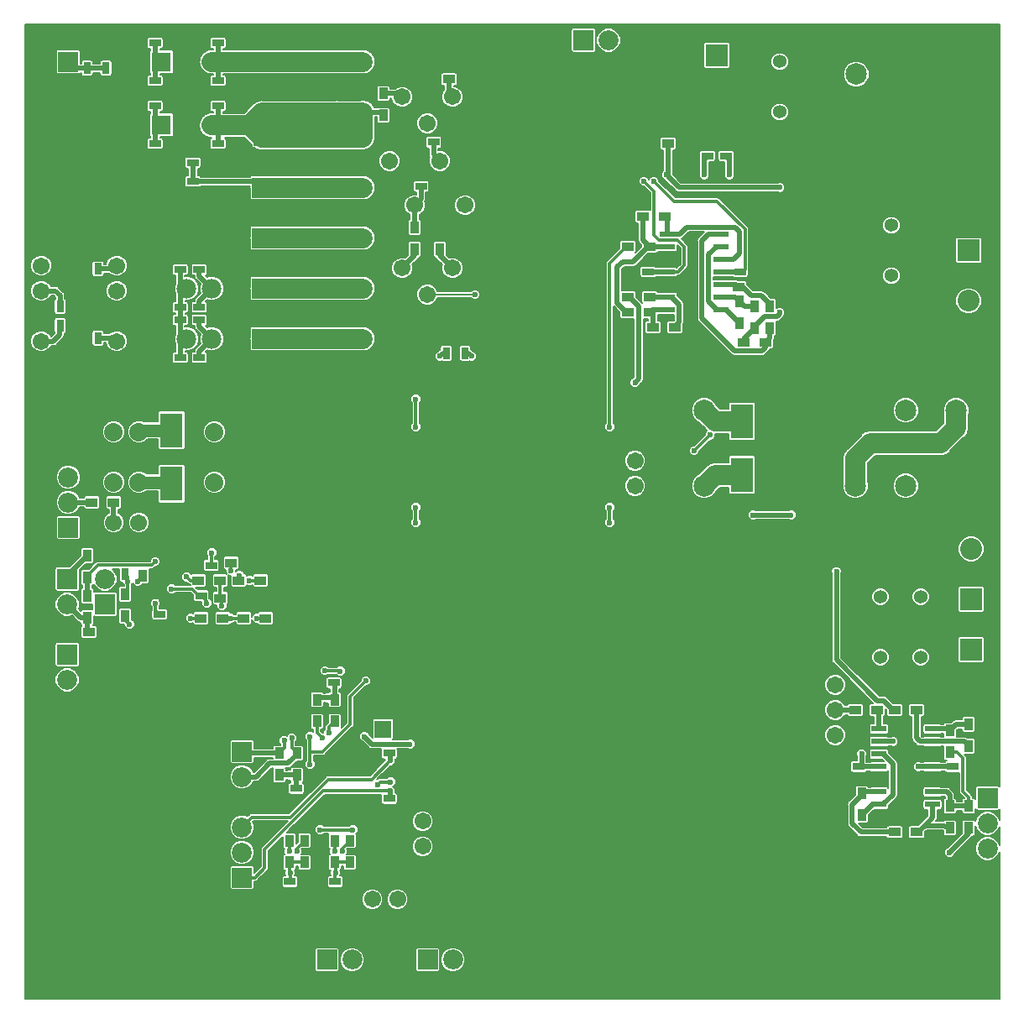
<source format=gbr>
G04 #@! TF.GenerationSoftware,KiCad,Pcbnew,(5.0.2)-1*
G04 #@! TF.CreationDate,2019-08-09T14:56:26+08:00*
G04 #@! TF.ProjectId,Version 4,56657273-696f-46e2-9034-2e6b69636164,rev?*
G04 #@! TF.SameCoordinates,Original*
G04 #@! TF.FileFunction,Copper,L2,Bot*
G04 #@! TF.FilePolarity,Positive*
%FSLAX46Y46*%
G04 Gerber Fmt 4.6, Leading zero omitted, Abs format (unit mm)*
G04 Created by KiCad (PCBNEW (5.0.2)-1) date 08/09/19 14:56:26*
%MOMM*%
%LPD*%
G01*
G04 APERTURE LIST*
G04 #@! TA.AperFunction,SMDPad,CuDef*
%ADD10R,0.900000X1.200000*%
G04 #@! TD*
G04 #@! TA.AperFunction,SMDPad,CuDef*
%ADD11R,0.750000X1.200000*%
G04 #@! TD*
G04 #@! TA.AperFunction,SMDPad,CuDef*
%ADD12R,1.200000X0.750000*%
G04 #@! TD*
G04 #@! TA.AperFunction,ComponentPad*
%ADD13C,1.362000*%
G04 #@! TD*
G04 #@! TA.AperFunction,SMDPad,CuDef*
%ADD14R,2.300000X3.500000*%
G04 #@! TD*
G04 #@! TA.AperFunction,ComponentPad*
%ADD15C,2.162000*%
G04 #@! TD*
G04 #@! TA.AperFunction,ComponentPad*
%ADD16C,1.716000*%
G04 #@! TD*
G04 #@! TA.AperFunction,ComponentPad*
%ADD17R,1.716000X1.716000*%
G04 #@! TD*
G04 #@! TA.AperFunction,ComponentPad*
%ADD18C,2.016000*%
G04 #@! TD*
G04 #@! TA.AperFunction,ComponentPad*
%ADD19R,2.016000X2.016000*%
G04 #@! TD*
G04 #@! TA.AperFunction,ComponentPad*
%ADD20O,1.700000X1.700000*%
G04 #@! TD*
G04 #@! TA.AperFunction,ComponentPad*
%ADD21R,1.700000X1.700000*%
G04 #@! TD*
G04 #@! TA.AperFunction,ComponentPad*
%ADD22C,2.216000*%
G04 #@! TD*
G04 #@! TA.AperFunction,ComponentPad*
%ADD23R,2.216000X2.216000*%
G04 #@! TD*
G04 #@! TA.AperFunction,SMDPad,CuDef*
%ADD24R,1.200000X0.900000*%
G04 #@! TD*
G04 #@! TA.AperFunction,SMDPad,CuDef*
%ADD25R,1.300000X1.500000*%
G04 #@! TD*
G04 #@! TA.AperFunction,ComponentPad*
%ADD26C,1.862000*%
G04 #@! TD*
G04 #@! TA.AperFunction,ComponentPad*
%ADD27C,1.989000*%
G04 #@! TD*
G04 #@! TA.AperFunction,ComponentPad*
%ADD28R,1.989000X1.989000*%
G04 #@! TD*
G04 #@! TA.AperFunction,SMDPad,CuDef*
%ADD29R,1.500000X0.600000*%
G04 #@! TD*
G04 #@! TA.AperFunction,ViaPad*
%ADD30C,0.600000*%
G04 #@! TD*
G04 #@! TA.AperFunction,Conductor*
%ADD31C,0.508000*%
G04 #@! TD*
G04 #@! TA.AperFunction,Conductor*
%ADD32C,2.032000*%
G04 #@! TD*
G04 #@! TA.AperFunction,Conductor*
%ADD33C,1.270000*%
G04 #@! TD*
G04 #@! TA.AperFunction,Conductor*
%ADD34C,0.304800*%
G04 #@! TD*
G04 #@! TA.AperFunction,Conductor*
%ADD35C,0.203200*%
G04 #@! TD*
G04 #@! TA.AperFunction,Conductor*
%ADD36C,0.152400*%
G04 #@! TD*
G04 APERTURE END LIST*
D10*
G04 #@! TO.P,R37,1*
G04 #@! TO.N,Net-(R36-Pad2)*
X107080000Y-84221000D03*
G04 #@! TO.P,R37,2*
G04 #@! TO.N,/VoltageCurrentModifier/Vfb-*
X107080000Y-86421000D03*
G04 #@! TD*
G04 #@! TO.P,R36,2*
G04 #@! TO.N,Net-(R36-Pad2)*
X107080000Y-82357000D03*
G04 #@! TO.P,R36,1*
G04 #@! TO.N,/VoltageCurrentModifier/Vfb+*
X107080000Y-80157000D03*
G04 #@! TD*
G04 #@! TO.P,R40,1*
G04 #@! TO.N,Net-(R39-Pad2)*
X112668000Y-82187000D03*
G04 #@! TO.P,R40,2*
G04 #@! TO.N,GND*
X112668000Y-79987000D03*
G04 #@! TD*
D11*
G04 #@! TO.P,C1,1*
G04 #@! TO.N,+VDC*
X108966000Y-30988000D03*
G04 #@! TO.P,C1,2*
G04 #@! TO.N,GND*
X108966000Y-32888000D03*
G04 #@! TD*
G04 #@! TO.P,C2,1*
G04 #@! TO.N,+VDC*
X107061000Y-30988000D03*
G04 #@! TO.P,C2,2*
G04 #@! TO.N,GND*
X107061000Y-32888000D03*
G04 #@! TD*
G04 #@! TO.P,C3,2*
G04 #@! TO.N,Net-(C3-Pad2)*
X104331798Y-56945528D03*
G04 #@! TO.P,C3,1*
G04 #@! TO.N,Net-(C3-Pad1)*
X104331798Y-55045528D03*
G04 #@! TD*
G04 #@! TO.P,C4,2*
G04 #@! TO.N,+VDC*
X108141798Y-51235528D03*
G04 #@! TO.P,C4,1*
G04 #@! TO.N,GND*
X108141798Y-53135528D03*
G04 #@! TD*
G04 #@! TO.P,C5,1*
G04 #@! TO.N,GND*
X108141798Y-56315528D03*
G04 #@! TO.P,C5,2*
G04 #@! TO.N,-VDC*
X108141798Y-58215528D03*
G04 #@! TD*
D12*
G04 #@! TO.P,C6,2*
G04 #@! TO.N,GND*
X115819000Y-34798000D03*
G04 #@! TO.P,C6,1*
G04 #@! TO.N,+VDC*
X113919000Y-34798000D03*
G04 #@! TD*
G04 #@! TO.P,C7,1*
G04 #@! TO.N,+VDC*
X113919000Y-38608000D03*
G04 #@! TO.P,C7,2*
G04 #@! TO.N,GND*
X115819000Y-38608000D03*
G04 #@! TD*
G04 #@! TO.P,C8,2*
G04 #@! TO.N,-VDC*
X116454000Y-51308000D03*
G04 #@! TO.P,C8,1*
G04 #@! TO.N,GND*
X114554000Y-51308000D03*
G04 #@! TD*
G04 #@! TO.P,C9,1*
G04 #@! TO.N,GND*
X114559000Y-55118000D03*
G04 #@! TO.P,C9,2*
G04 #@! TO.N,-VDC*
X116459000Y-55118000D03*
G04 #@! TD*
G04 #@! TO.P,C10,2*
G04 #@! TO.N,GND*
X118369000Y-34798000D03*
G04 #@! TO.P,C10,1*
G04 #@! TO.N,+5V*
X120269000Y-34798000D03*
G04 #@! TD*
G04 #@! TO.P,C11,1*
G04 #@! TO.N,+5V*
X120269000Y-38608000D03*
G04 #@! TO.P,C11,2*
G04 #@! TO.N,GND*
X118369000Y-38608000D03*
G04 #@! TD*
G04 #@! TO.P,C12,2*
G04 #@! TO.N,-5V*
X118364000Y-51308000D03*
G04 #@! TO.P,C12,1*
G04 #@! TO.N,GND*
X120264000Y-51308000D03*
G04 #@! TD*
G04 #@! TO.P,C13,1*
G04 #@! TO.N,GND*
X120269000Y-55118000D03*
G04 #@! TO.P,C13,2*
G04 #@! TO.N,-5V*
X118369000Y-55118000D03*
G04 #@! TD*
G04 #@! TO.P,C16,1*
G04 #@! TO.N,+3V3*
X117729000Y-40513000D03*
G04 #@! TO.P,C16,2*
G04 #@! TO.N,GND*
X115829000Y-40513000D03*
G04 #@! TD*
G04 #@! TO.P,C17,2*
G04 #@! TO.N,GND*
X115829000Y-42418000D03*
G04 #@! TO.P,C17,1*
G04 #@! TO.N,+3V3*
X117729000Y-42418000D03*
G04 #@! TD*
G04 #@! TO.P,C18,1*
G04 #@! TO.N,+VDC*
X113919000Y-28448000D03*
G04 #@! TO.P,C18,2*
G04 #@! TO.N,GND*
X115819000Y-28448000D03*
G04 #@! TD*
G04 #@! TO.P,C19,2*
G04 #@! TO.N,GND*
X115819000Y-32258000D03*
G04 #@! TO.P,C19,1*
G04 #@! TO.N,+VDC*
X113919000Y-32258000D03*
G04 #@! TD*
G04 #@! TO.P,C20,1*
G04 #@! TO.N,GND*
X114554000Y-56388000D03*
G04 #@! TO.P,C20,2*
G04 #@! TO.N,-VDC*
X116454000Y-56388000D03*
G04 #@! TD*
G04 #@! TO.P,C21,2*
G04 #@! TO.N,-VDC*
X116459000Y-60198000D03*
G04 #@! TO.P,C21,1*
G04 #@! TO.N,GND*
X114559000Y-60198000D03*
G04 #@! TD*
G04 #@! TO.P,C22,2*
G04 #@! TO.N,GND*
X118369000Y-32258000D03*
G04 #@! TO.P,C22,1*
G04 #@! TO.N,+12V*
X120269000Y-32258000D03*
G04 #@! TD*
G04 #@! TO.P,C23,1*
G04 #@! TO.N,+12V*
X120269000Y-28448000D03*
G04 #@! TO.P,C23,2*
G04 #@! TO.N,GND*
X118369000Y-28448000D03*
G04 #@! TD*
G04 #@! TO.P,C24,2*
G04 #@! TO.N,-12V*
X118369000Y-56388000D03*
G04 #@! TO.P,C24,1*
G04 #@! TO.N,GND*
X120269000Y-56388000D03*
G04 #@! TD*
G04 #@! TO.P,C25,1*
G04 #@! TO.N,GND*
X120264000Y-60198000D03*
G04 #@! TO.P,C25,2*
G04 #@! TO.N,-12V*
X118364000Y-60198000D03*
G04 #@! TD*
G04 #@! TO.P,C26,1*
G04 #@! TO.N,Net-(C26-Pad1)*
X142005000Y-38458000D03*
G04 #@! TO.P,C26,2*
G04 #@! TO.N,GND*
X140105000Y-38458000D03*
G04 #@! TD*
G04 #@! TO.P,C27,1*
G04 #@! TO.N,Net-(C27-Pad1)*
X140735000Y-42903000D03*
G04 #@! TO.P,C27,2*
G04 #@! TO.N,GND*
X142635000Y-42903000D03*
G04 #@! TD*
D11*
G04 #@! TO.P,C29,1*
G04 #@! TO.N,GND*
X143275000Y-61633000D03*
G04 #@! TO.P,C29,2*
G04 #@! TO.N,+12V*
X143275000Y-59733000D03*
G04 #@! TD*
G04 #@! TO.P,C30,2*
G04 #@! TO.N,-12V*
X145180000Y-59733000D03*
G04 #@! TO.P,C30,1*
G04 #@! TO.N,GND*
X145180000Y-61633000D03*
G04 #@! TD*
D13*
G04 #@! TO.P,C31,2*
G04 #@! TO.N,GND*
X180430000Y-30330000D03*
G04 #@! TO.P,C31,1*
G04 #@! TO.N,Net-(C31-Pad1)*
X176930000Y-30330000D03*
G04 #@! TD*
G04 #@! TO.P,C32,1*
G04 #@! TO.N,Net-(C31-Pad1)*
X176930000Y-35410000D03*
G04 #@! TO.P,C32,2*
G04 #@! TO.N,GND*
X180430000Y-35410000D03*
G04 #@! TD*
D12*
G04 #@! TO.P,C33,1*
G04 #@! TO.N,Net-(C33-Pad1)*
X171530000Y-39855000D03*
G04 #@! TO.P,C33,2*
G04 #@! TO.N,Net-(C33-Pad2)*
X169630000Y-39855000D03*
G04 #@! TD*
D13*
G04 #@! TO.P,C34,1*
G04 #@! TO.N,/BuckVout*
X188205000Y-51920000D03*
G04 #@! TO.P,C34,2*
G04 #@! TO.N,GND*
X184705000Y-51920000D03*
G04 #@! TD*
G04 #@! TO.P,C35,2*
G04 #@! TO.N,GND*
X184705000Y-46840000D03*
G04 #@! TO.P,C35,1*
G04 #@! TO.N,/BuckVout*
X188205000Y-46840000D03*
G04 #@! TD*
D12*
G04 #@! TO.P,C36,2*
G04 #@! TO.N,GND*
X161756000Y-51539000D03*
G04 #@! TO.P,C36,1*
G04 #@! TO.N,/Buck+5V*
X163656000Y-51539000D03*
G04 #@! TD*
G04 #@! TO.P,C37,1*
G04 #@! TO.N,GND*
X174832000Y-51539000D03*
G04 #@! TO.P,C37,2*
G04 #@! TO.N,/Buck-5V*
X172932000Y-51539000D03*
G04 #@! TD*
G04 #@! TO.P,C38,2*
G04 #@! TO.N,GND*
X126240049Y-103656653D03*
G04 #@! TO.P,C38,1*
G04 #@! TO.N,/DACCC+5V*
X128140049Y-103656653D03*
G04 #@! TD*
G04 #@! TO.P,C39,2*
G04 #@! TO.N,GND*
X129410049Y-113054653D03*
G04 #@! TO.P,C39,1*
G04 #@! TO.N,/DACCC+5V*
X127510049Y-113054653D03*
G04 #@! TD*
G04 #@! TO.P,C40,1*
G04 #@! TO.N,/DACCC+5V*
X132082049Y-113054653D03*
G04 #@! TO.P,C40,2*
G04 #@! TO.N,GND*
X133982049Y-113054653D03*
G04 #@! TD*
G04 #@! TO.P,C41,2*
G04 #@! TO.N,GND*
X130050049Y-92988653D03*
G04 #@! TO.P,C41,1*
G04 #@! TO.N,/DACCC+5V*
X131950049Y-92988653D03*
G04 #@! TD*
G04 #@! TO.P,C42,2*
G04 #@! TO.N,/DACCC+12V*
X137538049Y-104672653D03*
G04 #@! TO.P,C42,1*
G04 #@! TO.N,GND*
X135638049Y-104672653D03*
G04 #@! TD*
G04 #@! TO.P,C43,1*
G04 #@! TO.N,GND*
X135638049Y-100100653D03*
G04 #@! TO.P,C43,2*
G04 #@! TO.N,/DACCC-12V*
X137538049Y-100100653D03*
G04 #@! TD*
G04 #@! TO.P,C44,1*
G04 #@! TO.N,GND*
X112480000Y-86083000D03*
G04 #@! TO.P,C44,2*
G04 #@! TO.N,/VCMod+5V*
X114380000Y-86083000D03*
G04 #@! TD*
D11*
G04 #@! TO.P,C45,2*
G04 #@! TO.N,/VCMod-5V*
X110890000Y-82019000D03*
G04 #@! TO.P,C45,1*
G04 #@! TO.N,GND*
X110890000Y-80119000D03*
G04 #@! TD*
D12*
G04 #@! TO.P,C46,1*
G04 #@! TO.N,GND*
X117672000Y-81139000D03*
G04 #@! TO.P,C46,2*
G04 #@! TO.N,/VCMod+5V*
X119572000Y-81139000D03*
G04 #@! TD*
G04 #@! TO.P,C47,2*
G04 #@! TO.N,/VCMod-5V*
X118556000Y-84187000D03*
G04 #@! TO.P,C47,1*
G04 #@! TO.N,GND*
X116656000Y-84187000D03*
G04 #@! TD*
G04 #@! TO.P,C48,2*
G04 #@! TO.N,/Linear-5V*
X184865000Y-101450000D03*
G04 #@! TO.P,C48,1*
G04 #@! TO.N,GND*
X182965000Y-101450000D03*
G04 #@! TD*
G04 #@! TO.P,C49,2*
G04 #@! TO.N,GND*
X196295000Y-101450000D03*
G04 #@! TO.P,C49,1*
G04 #@! TO.N,/Linear+5V*
X194395000Y-101450000D03*
G04 #@! TD*
D13*
G04 #@! TO.P,C50,1*
G04 #@! TO.N,Net-(C50-Pad1)*
X187090000Y-90401000D03*
G04 #@! TO.P,C50,2*
G04 #@! TO.N,GND*
X187090000Y-92941000D03*
G04 #@! TD*
G04 #@! TO.P,C51,2*
G04 #@! TO.N,GND*
X191154000Y-92941000D03*
G04 #@! TO.P,C51,1*
G04 #@! TO.N,Net-(C50-Pad1)*
X191154000Y-90401000D03*
G04 #@! TD*
G04 #@! TO.P,C52,1*
G04 #@! TO.N,/LinearVout*
X191154000Y-84305000D03*
G04 #@! TO.P,C52,2*
G04 #@! TO.N,GND*
X191154000Y-81765000D03*
G04 #@! TD*
G04 #@! TO.P,C53,2*
G04 #@! TO.N,GND*
X187090000Y-81765000D03*
G04 #@! TO.P,C53,1*
G04 #@! TO.N,/LinearVout*
X187090000Y-84305000D03*
G04 #@! TD*
D14*
G04 #@! TO.P,D1,2*
G04 #@! TO.N,Net-(D1-Pad2)*
X173120000Y-72019000D03*
G04 #@! TO.P,D1,1*
G04 #@! TO.N,+5V*
X173120000Y-66619000D03*
G04 #@! TD*
G04 #@! TO.P,D2,1*
G04 #@! TO.N,+5V*
X115574000Y-67517000D03*
G04 #@! TO.P,D2,2*
G04 #@! TO.N,Net-(D2-Pad2)*
X115574000Y-72917000D03*
G04 #@! TD*
D15*
G04 #@! TO.P,D3,1*
G04 #@! TO.N,Net-(C33-Pad1)*
X184650000Y-31600000D03*
G04 #@! TO.P,D3,2*
G04 #@! TO.N,GND*
X197250000Y-31600000D03*
G04 #@! TD*
D16*
G04 #@! TO.P,D4,2*
G04 #@! TO.N,GND*
X147070000Y-97649000D03*
D17*
G04 #@! TO.P,D4,1*
G04 #@! TO.N,Net-(D4-Pad1)*
X136910520Y-97646460D03*
G04 #@! TD*
D18*
G04 #@! TO.P,J1,2*
G04 #@! TO.N,GND*
X105156000Y-32893000D03*
D19*
G04 #@! TO.P,J1,1*
G04 #@! TO.N,+VDC*
X105156000Y-30353000D03*
G04 #@! TD*
D18*
G04 #@! TO.P,J2,5*
G04 #@! TO.N,GND*
X105156000Y-47348000D03*
G04 #@! TO.P,J2,4*
X105156000Y-44808000D03*
G04 #@! TO.P,J2,3*
X105156000Y-42268000D03*
G04 #@! TO.P,J2,2*
X105156000Y-39728000D03*
D19*
G04 #@! TO.P,J2,1*
X105156000Y-37188000D03*
G04 #@! TD*
G04 #@! TO.P,J3,1*
G04 #@! TO.N,+12V*
X124714000Y-30353000D03*
D18*
G04 #@! TO.P,J3,2*
X127254000Y-30353000D03*
G04 #@! TO.P,J3,3*
X129794000Y-30353000D03*
G04 #@! TO.P,J3,4*
X132334000Y-30353000D03*
G04 #@! TO.P,J3,5*
X134874000Y-30353000D03*
G04 #@! TD*
D20*
G04 #@! TO.P,J4,10*
G04 #@! TO.N,+5V*
X134874000Y-35433000D03*
G04 #@! TO.P,J4,9*
X134874000Y-37973000D03*
G04 #@! TO.P,J4,8*
X132334000Y-35433000D03*
G04 #@! TO.P,J4,7*
X132334000Y-37973000D03*
G04 #@! TO.P,J4,6*
X129794000Y-35433000D03*
G04 #@! TO.P,J4,5*
X129794000Y-37973000D03*
G04 #@! TO.P,J4,4*
X127254000Y-35433000D03*
G04 #@! TO.P,J4,3*
X127254000Y-37973000D03*
G04 #@! TO.P,J4,2*
X124714000Y-35433000D03*
D21*
G04 #@! TO.P,J4,1*
X124714000Y-37973000D03*
G04 #@! TD*
D19*
G04 #@! TO.P,J5,1*
G04 #@! TO.N,+3V3*
X124714000Y-43053000D03*
D18*
G04 #@! TO.P,J5,2*
X127254000Y-43053000D03*
G04 #@! TO.P,J5,3*
X129794000Y-43053000D03*
G04 #@! TO.P,J5,4*
X132334000Y-43053000D03*
G04 #@! TO.P,J5,5*
X134874000Y-43053000D03*
G04 #@! TD*
G04 #@! TO.P,J6,5*
G04 #@! TO.N,-12V*
X134874000Y-58293000D03*
G04 #@! TO.P,J6,4*
X132334000Y-58293000D03*
G04 #@! TO.P,J6,3*
X129794000Y-58293000D03*
G04 #@! TO.P,J6,2*
X127254000Y-58293000D03*
D19*
G04 #@! TO.P,J6,1*
X124714000Y-58293000D03*
G04 #@! TD*
G04 #@! TO.P,J7,1*
G04 #@! TO.N,-5V*
X124714000Y-53213000D03*
D18*
G04 #@! TO.P,J7,2*
X127254000Y-53213000D03*
G04 #@! TO.P,J7,3*
X129794000Y-53213000D03*
G04 #@! TO.P,J7,4*
X132334000Y-53213000D03*
G04 #@! TO.P,J7,5*
X134874000Y-53213000D03*
G04 #@! TD*
G04 #@! TO.P,J8,5*
G04 #@! TO.N,-3V3*
X134874000Y-48133000D03*
G04 #@! TO.P,J8,4*
X132334000Y-48133000D03*
G04 #@! TO.P,J8,3*
X129794000Y-48133000D03*
G04 #@! TO.P,J8,2*
X127254000Y-48133000D03*
D19*
G04 #@! TO.P,J8,1*
X124714000Y-48133000D03*
G04 #@! TD*
G04 #@! TO.P,J9,1*
G04 #@! TO.N,/Buck+5V*
X157118000Y-28171000D03*
D18*
G04 #@! TO.P,J9,2*
G04 #@! TO.N,/Buck-5V*
X159658000Y-28171000D03*
G04 #@! TD*
D22*
G04 #@! TO.P,J10,2*
G04 #@! TO.N,GND*
X165500000Y-29695000D03*
D23*
G04 #@! TO.P,J10,1*
G04 #@! TO.N,Net-(C31-Pad1)*
X170580000Y-29695000D03*
G04 #@! TD*
G04 #@! TO.P,J11,1*
G04 #@! TO.N,/BuckVout*
X195980000Y-49380000D03*
D22*
G04 #@! TO.P,J11,2*
G04 #@! TO.N,/BuckConverter/BuckOutputGND*
X195980000Y-54460000D03*
G04 #@! TD*
D18*
G04 #@! TO.P,J12,3*
G04 #@! TO.N,/DACCC-12V*
X122686000Y-107555000D03*
G04 #@! TO.P,J12,2*
G04 #@! TO.N,/DACCC+5V*
X122686000Y-110095000D03*
D19*
G04 #@! TO.P,J12,1*
G04 #@! TO.N,/DACCC+12V*
X122686000Y-112635000D03*
G04 #@! TD*
D18*
G04 #@! TO.P,J13,2*
G04 #@! TO.N,/I2C_SCL*
X122686000Y-102475000D03*
D19*
G04 #@! TO.P,J13,1*
G04 #@! TO.N,/I2C_SDA*
X122686000Y-99935000D03*
G04 #@! TD*
G04 #@! TO.P,J14,1*
G04 #@! TO.N,Net-(D4-Pad1)*
X131254049Y-120928653D03*
D18*
G04 #@! TO.P,J14,2*
G04 #@! TO.N,/DAC and Current Control/BuckDisable*
X133794049Y-120928653D03*
G04 #@! TO.P,J14,3*
G04 #@! TO.N,GND*
X136334049Y-120928653D03*
G04 #@! TD*
G04 #@! TO.P,J15,3*
G04 #@! TO.N,GND*
X146494049Y-120928653D03*
G04 #@! TO.P,J15,2*
G04 #@! TO.N,/DAC and Current Control/LinearDisable*
X143954049Y-120928653D03*
D19*
G04 #@! TO.P,J15,1*
G04 #@! TO.N,Net-(D4-Pad1)*
X141414049Y-120928653D03*
G04 #@! TD*
D18*
G04 #@! TO.P,J16,2*
G04 #@! TO.N,/VCMod-5V*
X108858000Y-82527000D03*
D19*
G04 #@! TO.P,J16,1*
G04 #@! TO.N,/VCMod+5V*
X108858000Y-85067000D03*
G04 #@! TD*
D18*
G04 #@! TO.P,J17,3*
G04 #@! TO.N,/CurrentSelect*
X105160000Y-72249000D03*
G04 #@! TO.P,J17,2*
G04 #@! TO.N,/VoltageSelect*
X105160000Y-74789000D03*
D19*
G04 #@! TO.P,J17,1*
G04 #@! TO.N,/Vfb-Select*
X105160000Y-77329000D03*
G04 #@! TD*
G04 #@! TO.P,J18,1*
G04 #@! TO.N,/VoltageADC*
X105048000Y-90147000D03*
D18*
G04 #@! TO.P,J18,2*
G04 #@! TO.N,/CurrentADC*
X105048000Y-92687000D03*
G04 #@! TD*
D19*
G04 #@! TO.P,J19,1*
G04 #@! TO.N,/VoltageCurrentModifier/Vfb+*
X105048000Y-82527000D03*
D18*
G04 #@! TO.P,J19,2*
G04 #@! TO.N,/VoltageCurrentModifier/Vfb-*
X105048000Y-85067000D03*
G04 #@! TD*
D19*
G04 #@! TO.P,J20,1*
G04 #@! TO.N,/Linear+5V*
X197885000Y-104625000D03*
D18*
G04 #@! TO.P,J20,2*
G04 #@! TO.N,/Linear-3V3*
X197885000Y-107165000D03*
G04 #@! TO.P,J20,3*
G04 #@! TO.N,/Linear-5V*
X197885000Y-109705000D03*
G04 #@! TD*
D22*
G04 #@! TO.P,J21,2*
G04 #@! TO.N,GND*
X196234000Y-94719000D03*
D23*
G04 #@! TO.P,J21,1*
G04 #@! TO.N,Net-(C50-Pad1)*
X196234000Y-89639000D03*
G04 #@! TD*
G04 #@! TO.P,J22,1*
G04 #@! TO.N,/LinearVout*
X196234000Y-84559000D03*
D22*
G04 #@! TO.P,J22,2*
G04 #@! TO.N,/LinearRegulator/LinearOutputGND*
X196234000Y-79479000D03*
G04 #@! TD*
D16*
G04 #@! TO.P,POT1,1*
G04 #@! TO.N,Net-(POT1-Pad1)*
X143910000Y-33886000D03*
G04 #@! TO.P,POT1,2*
G04 #@! TO.N,Net-(POT1-Pad2)*
X141370000Y-36553000D03*
G04 #@! TO.P,POT1,3*
G04 #@! TO.N,Net-(C26-Pad1)*
X138830000Y-33886000D03*
G04 #@! TD*
G04 #@! TO.P,POT2,3*
G04 #@! TO.N,Net-(POT2-Pad3)*
X138830000Y-51158000D03*
G04 #@! TO.P,POT2,2*
G04 #@! TO.N,Net-(POT2-Pad2)*
X141370000Y-53825000D03*
G04 #@! TO.P,POT2,1*
G04 #@! TO.N,Net-(POT2-Pad1)*
X143910000Y-51158000D03*
G04 #@! TD*
G04 #@! TO.P,Q1,1*
G04 #@! TO.N,GND*
X107192000Y-76821000D03*
G04 #@! TO.P,Q1,3*
G04 #@! TO.N,Net-(D2-Pad2)*
X112272000Y-76821000D03*
G04 #@! TO.P,Q1,2*
G04 #@! TO.N,Net-(Q1-Pad2)*
X109732000Y-76821000D03*
G04 #@! TD*
G04 #@! TO.P,Q2,1*
G04 #@! TO.N,GND*
X162325000Y-68049000D03*
G04 #@! TO.P,Q2,3*
G04 #@! TO.N,Net-(D1-Pad2)*
X162325000Y-73129000D03*
G04 #@! TO.P,Q2,2*
G04 #@! TO.N,Net-(Q2-Pad2)*
X162325000Y-70589000D03*
G04 #@! TD*
G04 #@! TO.P,Q3,1*
G04 #@! TO.N,GND*
X140906049Y-114832653D03*
G04 #@! TO.P,Q3,3*
G04 #@! TO.N,Net-(Q3-Pad3)*
X135826049Y-114832653D03*
G04 #@! TO.P,Q3,2*
G04 #@! TO.N,Net-(Q3-Pad2)*
X138366049Y-114832653D03*
G04 #@! TD*
G04 #@! TO.P,Q4,2*
G04 #@! TO.N,Net-(Q4-Pad2)*
X140906049Y-109498653D03*
G04 #@! TO.P,Q4,3*
G04 #@! TO.N,Net-(Q4-Pad3)*
X140906049Y-106958653D03*
G04 #@! TO.P,Q4,1*
G04 #@! TO.N,GND*
X140906049Y-112038653D03*
G04 #@! TD*
G04 #@! TO.P,Q5,1*
G04 #@! TO.N,/Linear-3V3*
X182518000Y-98275000D03*
G04 #@! TO.P,Q5,3*
G04 #@! TO.N,Net-(Q5-Pad3)*
X182518000Y-93195000D03*
G04 #@! TO.P,Q5,2*
G04 #@! TO.N,Net-(Q5-Pad2)*
X182518000Y-95735000D03*
G04 #@! TD*
D24*
G04 #@! TO.P,R2,2*
G04 #@! TO.N,/VoltageSelect*
X107532000Y-74789000D03*
G04 #@! TO.P,R2,1*
G04 #@! TO.N,Net-(Q1-Pad2)*
X109732000Y-74789000D03*
G04 #@! TD*
D10*
G04 #@! TO.P,R6,2*
G04 #@! TO.N,Net-(C26-Pad1)*
X136925000Y-33548000D03*
G04 #@! TO.P,R6,1*
G04 #@! TO.N,+5V*
X136925000Y-35748000D03*
G04 #@! TD*
D24*
G04 #@! TO.P,R7,1*
G04 #@! TO.N,Net-(POT1-Pad1)*
X143570000Y-32108000D03*
G04 #@! TO.P,R7,2*
G04 #@! TO.N,GND*
X141370000Y-32108000D03*
G04 #@! TD*
D10*
G04 #@! TO.P,R9,2*
G04 #@! TO.N,Net-(POT2-Pad3)*
X140100000Y-49253000D03*
G04 #@! TO.P,R9,1*
G04 #@! TO.N,Net-(C27-Pad1)*
X140100000Y-47053000D03*
G04 #@! TD*
G04 #@! TO.P,R10,2*
G04 #@! TO.N,GND*
X142640000Y-47053000D03*
G04 #@! TO.P,R10,1*
G04 #@! TO.N,Net-(POT2-Pad1)*
X142640000Y-49253000D03*
G04 #@! TD*
D24*
G04 #@! TO.P,R12,1*
G04 #@! TO.N,/BuckConverter/Buck1V2fb*
X165670000Y-38585000D03*
G04 #@! TO.P,R12,2*
G04 #@! TO.N,GND*
X167870000Y-38585000D03*
G04 #@! TD*
G04 #@! TO.P,R13,2*
G04 #@! TO.N,/BuckOffset*
X161606000Y-54079000D03*
G04 #@! TO.P,R13,1*
G04 #@! TO.N,Net-(R13-Pad1)*
X163806000Y-54079000D03*
G04 #@! TD*
G04 #@! TO.P,R14,1*
G04 #@! TO.N,Net-(R14-Pad1)*
X164146000Y-57127000D03*
G04 #@! TO.P,R14,2*
G04 #@! TO.N,Net-(R13-Pad1)*
X166346000Y-57127000D03*
G04 #@! TD*
G04 #@! TO.P,R15,2*
G04 #@! TO.N,/Buck_DAC*
X161606000Y-48999000D03*
G04 #@! TO.P,R15,1*
G04 #@! TO.N,Net-(R15-Pad1)*
X163806000Y-48999000D03*
G04 #@! TD*
G04 #@! TO.P,R16,2*
G04 #@! TO.N,Net-(R14-Pad1)*
X163806000Y-55603000D03*
G04 #@! TO.P,R16,1*
G04 #@! TO.N,Net-(R15-Pad1)*
X161606000Y-55603000D03*
G04 #@! TD*
G04 #@! TO.P,R17,1*
G04 #@! TO.N,Net-(R17-Pad1)*
X165330000Y-45951000D03*
G04 #@! TO.P,R17,2*
G04 #@! TO.N,Net-(R15-Pad1)*
X163130000Y-45951000D03*
G04 #@! TD*
G04 #@! TO.P,R18,1*
G04 #@! TO.N,/BuckConverter/Buck1V2fb*
X173290000Y-58651000D03*
G04 #@! TO.P,R18,2*
G04 #@! TO.N,Net-(R18-Pad2)*
X175490000Y-58651000D03*
G04 #@! TD*
D10*
G04 #@! TO.P,R19,2*
G04 #@! TO.N,/BuckConverter/Buck1V2fb*
X174390000Y-57211000D03*
G04 #@! TO.P,R19,1*
G04 #@! TO.N,Net-(R19-Pad1)*
X174390000Y-55011000D03*
G04 #@! TD*
G04 #@! TO.P,R20,1*
G04 #@! TO.N,Net-(R20-Pad1)*
X175914000Y-55011000D03*
G04 #@! TO.P,R20,2*
G04 #@! TO.N,Net-(R18-Pad2)*
X175914000Y-57211000D03*
G04 #@! TD*
D24*
G04 #@! TO.P,R21,1*
G04 #@! TO.N,Net-(R20-Pad1)*
X172782000Y-53063000D03*
G04 #@! TO.P,R21,2*
G04 #@! TO.N,GND*
X174982000Y-53063000D03*
G04 #@! TD*
D10*
G04 #@! TO.P,R22,2*
G04 #@! TO.N,Net-(R19-Pad1)*
X172866000Y-54503000D03*
G04 #@! TO.P,R22,1*
G04 #@! TO.N,Net-(R22-Pad1)*
X172866000Y-56703000D03*
G04 #@! TD*
G04 #@! TO.P,R23,2*
G04 #@! TO.N,/I2C_SCL*
X128206049Y-100100653D03*
G04 #@! TO.P,R23,1*
G04 #@! TO.N,/DACCC+5V*
X128206049Y-102300653D03*
G04 #@! TD*
G04 #@! TO.P,R24,2*
G04 #@! TO.N,/I2C_SDA*
X126428049Y-100100653D03*
G04 #@! TO.P,R24,1*
G04 #@! TO.N,/DACCC+5V*
X126428049Y-102300653D03*
G04 #@! TD*
G04 #@! TO.P,R26,1*
G04 #@! TO.N,/DACCC+5V*
X127444049Y-111106653D03*
G04 #@! TO.P,R26,2*
G04 #@! TO.N,/DAC and Current Control/Buck_SDA*
X127444049Y-108906653D03*
G04 #@! TD*
G04 #@! TO.P,R27,2*
G04 #@! TO.N,/DAC and Current Control/Buck_SCL*
X128968049Y-108906653D03*
G04 #@! TO.P,R27,1*
G04 #@! TO.N,/DACCC+5V*
X128968049Y-111106653D03*
G04 #@! TD*
G04 #@! TO.P,R30,2*
G04 #@! TO.N,/DAC and Current Control/Linear_SDA*
X132016049Y-108906653D03*
G04 #@! TO.P,R30,1*
G04 #@! TO.N,/DACCC+5V*
X132016049Y-111106653D03*
G04 #@! TD*
G04 #@! TO.P,R31,1*
G04 #@! TO.N,/DACCC+5V*
X133540049Y-111106653D03*
G04 #@! TO.P,R31,2*
G04 #@! TO.N,/DAC and Current Control/Linear_SCL*
X133540049Y-108906653D03*
G04 #@! TD*
G04 #@! TO.P,R34,1*
G04 #@! TO.N,/DACCC+5V*
X132016049Y-94682653D03*
G04 #@! TO.P,R34,2*
G04 #@! TO.N,/DAC and Current Control/Iset_SDA*
X132016049Y-96882653D03*
G04 #@! TD*
G04 #@! TO.P,R35,1*
G04 #@! TO.N,/DACCC+5V*
X130238049Y-94682653D03*
G04 #@! TO.P,R35,2*
G04 #@! TO.N,/DAC and Current Control/Iset_SCL*
X130238049Y-96882653D03*
G04 #@! TD*
D24*
G04 #@! TO.P,R38,2*
G04 #@! TO.N,GND*
X109450000Y-87861000D03*
G04 #@! TO.P,R38,1*
G04 #@! TO.N,/VoltageCurrentModifier/Vfb-*
X107250000Y-87861000D03*
G04 #@! TD*
D10*
G04 #@! TO.P,R41,2*
G04 #@! TO.N,/VCMod-5V*
X110890000Y-84051000D03*
G04 #@! TO.P,R41,1*
G04 #@! TO.N,/Vfb-Select*
X110890000Y-86251000D03*
G04 #@! TD*
D24*
G04 #@! TO.P,R42,1*
G04 #@! TO.N,Net-(R42-Pad1)*
X120484000Y-82663000D03*
G04 #@! TO.P,R42,2*
G04 #@! TO.N,Net-(R42-Pad2)*
X118284000Y-82663000D03*
G04 #@! TD*
G04 #@! TO.P,R43,2*
G04 #@! TO.N,GND*
X122684000Y-84441000D03*
G04 #@! TO.P,R43,1*
G04 #@! TO.N,Net-(R42-Pad1)*
X120484000Y-84441000D03*
G04 #@! TD*
G04 #@! TO.P,R44,2*
G04 #@! TO.N,Net-(R44-Pad2)*
X118538000Y-86473000D03*
G04 #@! TO.P,R44,1*
G04 #@! TO.N,Net-(R44-Pad1)*
X120738000Y-86473000D03*
G04 #@! TD*
G04 #@! TO.P,R45,1*
G04 #@! TO.N,/VoltageADC*
X125056000Y-86473000D03*
G04 #@! TO.P,R45,2*
G04 #@! TO.N,Net-(R44-Pad1)*
X122856000Y-86473000D03*
G04 #@! TD*
D25*
G04 #@! TO.P,R46,1*
G04 #@! TO.N,/OutputGND*
X187090000Y-68637000D03*
G04 #@! TO.P,R46,2*
G04 #@! TO.N,GND*
X187090000Y-65937000D03*
G04 #@! TD*
G04 #@! TO.P,R47,2*
G04 #@! TO.N,GND*
X192170000Y-66111000D03*
G04 #@! TO.P,R47,1*
G04 #@! TO.N,/OutputGND*
X192170000Y-68811000D03*
G04 #@! TD*
D24*
G04 #@! TO.P,R48,1*
G04 #@! TO.N,/CurrentADC*
X124548000Y-82663000D03*
G04 #@! TO.P,R48,2*
G04 #@! TO.N,Net-(R48-Pad2)*
X122348000Y-82663000D03*
G04 #@! TD*
G04 #@! TO.P,R49,2*
G04 #@! TO.N,GND*
X123786000Y-80885000D03*
G04 #@! TO.P,R49,1*
G04 #@! TO.N,Net-(R48-Pad2)*
X121586000Y-80885000D03*
G04 #@! TD*
G04 #@! TO.P,R50,1*
G04 #@! TO.N,Net-(R50-Pad1)*
X190730000Y-95735000D03*
G04 #@! TO.P,R50,2*
G04 #@! TO.N,/LinearOffset*
X188530000Y-95735000D03*
G04 #@! TD*
D10*
G04 #@! TO.P,R51,1*
G04 #@! TO.N,Net-(R51-Pad1)*
X195980000Y-97175000D03*
G04 #@! TO.P,R51,2*
G04 #@! TO.N,Net-(R50-Pad1)*
X195980000Y-99375000D03*
G04 #@! TD*
G04 #@! TO.P,R52,1*
G04 #@! TO.N,Net-(R52-Pad1)*
X195980000Y-105430000D03*
G04 #@! TO.P,R52,2*
G04 #@! TO.N,/Linear_DAC*
X195980000Y-107630000D03*
G04 #@! TD*
G04 #@! TO.P,R53,2*
G04 #@! TO.N,Net-(R51-Pad1)*
X194075000Y-97810000D03*
G04 #@! TO.P,R53,1*
G04 #@! TO.N,Net-(R52-Pad1)*
X194075000Y-100010000D03*
G04 #@! TD*
G04 #@! TO.P,R54,2*
G04 #@! TO.N,Net-(R52-Pad1)*
X194075000Y-105430000D03*
G04 #@! TO.P,R54,1*
G04 #@! TO.N,Net-(R54-Pad1)*
X194075000Y-107630000D03*
G04 #@! TD*
D24*
G04 #@! TO.P,R55,1*
G04 #@! TO.N,Net-(R55-Pad1)*
X188530000Y-108054000D03*
G04 #@! TO.P,R55,2*
G04 #@! TO.N,Net-(R54-Pad1)*
X190730000Y-108054000D03*
G04 #@! TD*
D10*
G04 #@! TO.P,R56,1*
G04 #@! TO.N,/LinearRegulator/LinearVset*
X185185000Y-106360000D03*
G04 #@! TO.P,R56,2*
G04 #@! TO.N,Net-(R55-Pad1)*
X185185000Y-104160000D03*
G04 #@! TD*
D24*
G04 #@! TO.P,R57,1*
G04 #@! TO.N,Net-(Q5-Pad2)*
X184550000Y-95735000D03*
G04 #@! TO.P,R57,2*
G04 #@! TO.N,Net-(R57-Pad2)*
X186750000Y-95735000D03*
G04 #@! TD*
D15*
G04 #@! TO.P,RLY1,Coil+*
G04 #@! TO.N,+5V*
X169310000Y-65509000D03*
G04 #@! TO.P,RLY1,Coil-*
G04 #@! TO.N,Net-(D1-Pad2)*
X169310000Y-73129000D03*
G04 #@! TO.P,RLY1,COM2*
G04 #@! TO.N,/LinearRegulator/LinearOutputGND*
X189630000Y-73129000D03*
G04 #@! TO.P,RLY1,NC2*
G04 #@! TO.N,/OutputGND*
X184550000Y-73129000D03*
G04 #@! TO.P,RLY1,NO2*
G04 #@! TO.N,GND*
X194710000Y-73129000D03*
G04 #@! TO.P,RLY1,NO1*
G04 #@! TO.N,/OutputGND*
X194710000Y-65509000D03*
G04 #@! TO.P,RLY1,COM1*
G04 #@! TO.N,/BuckConverter/BuckOutputGND*
X189630000Y-65509000D03*
G04 #@! TO.P,RLY1,NC1*
G04 #@! TO.N,GND*
X184550000Y-65509000D03*
G04 #@! TD*
D26*
G04 #@! TO.P,RLY2,NC*
G04 #@! TO.N,/LinearVout*
X109732000Y-67677000D03*
G04 #@! TO.P,RLY2,NO*
G04 #@! TO.N,/BuckVout*
X109732000Y-72757000D03*
G04 #@! TO.P,RLY2,Coil-*
G04 #@! TO.N,Net-(D2-Pad2)*
X112272000Y-72757000D03*
G04 #@! TO.P,RLY2,Coil+*
G04 #@! TO.N,+5V*
X112272000Y-67677000D03*
G04 #@! TO.P,RLY2,COM*
G04 #@! TO.N,/VoltageCurrentModifier/V-Output*
X119892000Y-67677000D03*
X119892000Y-72757000D03*
G04 #@! TD*
D16*
G04 #@! TO.P,U1,8*
G04 #@! TO.N,+VDC*
X110046798Y-50915528D03*
G04 #@! TO.P,U1,7*
G04 #@! TO.N,Net-(U1-Pad7)*
X110046798Y-53455528D03*
G04 #@! TO.P,U1,6*
G04 #@! TO.N,GND*
X110046798Y-55995528D03*
G04 #@! TO.P,U1,5*
G04 #@! TO.N,-VDC*
X110046798Y-58535528D03*
G04 #@! TO.P,U1,4*
G04 #@! TO.N,Net-(C3-Pad2)*
X102426798Y-58535528D03*
G04 #@! TO.P,U1,3*
G04 #@! TO.N,GND*
X102426798Y-55995528D03*
G04 #@! TO.P,U1,2*
G04 #@! TO.N,Net-(C3-Pad1)*
X102426798Y-53455528D03*
G04 #@! TO.P,U1,1*
G04 #@! TO.N,Net-(U1-Pad1)*
X102426798Y-50915528D03*
G04 #@! TD*
D27*
G04 #@! TO.P,U2,3*
G04 #@! TO.N,+5V*
X119634000Y-36703000D03*
D28*
G04 #@! TO.P,U2,1*
G04 #@! TO.N,+VDC*
X114554000Y-36703000D03*
D27*
G04 #@! TO.P,U2,2*
G04 #@! TO.N,GND*
X117094000Y-36703000D03*
G04 #@! TD*
G04 #@! TO.P,U3,2*
G04 #@! TO.N,-VDC*
X117094000Y-53213000D03*
D28*
G04 #@! TO.P,U3,1*
G04 #@! TO.N,GND*
X114554000Y-53213000D03*
D27*
G04 #@! TO.P,U3,3*
G04 #@! TO.N,-5V*
X119634000Y-53213000D03*
G04 #@! TD*
G04 #@! TO.P,U6,3*
G04 #@! TO.N,+12V*
X119634000Y-30353000D03*
D28*
G04 #@! TO.P,U6,1*
G04 #@! TO.N,+VDC*
X114554000Y-30353000D03*
D27*
G04 #@! TO.P,U6,2*
G04 #@! TO.N,GND*
X117094000Y-30353000D03*
G04 #@! TD*
G04 #@! TO.P,U7,2*
G04 #@! TO.N,-VDC*
X117094000Y-58293000D03*
D28*
G04 #@! TO.P,U7,1*
G04 #@! TO.N,GND*
X114554000Y-58293000D03*
D27*
G04 #@! TO.P,U7,3*
G04 #@! TO.N,-12V*
X119634000Y-58293000D03*
G04 #@! TD*
D29*
G04 #@! TO.P,U9,1*
G04 #@! TO.N,Net-(R14-Pad1)*
X165594000Y-55349000D03*
G04 #@! TO.P,U9,2*
G04 #@! TO.N,Net-(R13-Pad1)*
X165594000Y-54079000D03*
G04 #@! TO.P,U9,3*
G04 #@! TO.N,GND*
X165594000Y-52809000D03*
G04 #@! TO.P,U9,4*
G04 #@! TO.N,/Buck+5V*
X165594000Y-51539000D03*
G04 #@! TO.P,U9,5*
G04 #@! TO.N,GND*
X165594000Y-50269000D03*
G04 #@! TO.P,U9,6*
G04 #@! TO.N,Net-(R15-Pad1)*
X165594000Y-48999000D03*
G04 #@! TO.P,U9,7*
G04 #@! TO.N,Net-(R17-Pad1)*
X165594000Y-47729000D03*
G04 #@! TO.P,U9,8*
G04 #@! TO.N,Net-(R18-Pad2)*
X170994000Y-47729000D03*
G04 #@! TO.P,U9,9*
G04 #@! TO.N,Net-(R22-Pad1)*
X170994000Y-48999000D03*
G04 #@! TO.P,U9,10*
G04 #@! TO.N,Net-(R17-Pad1)*
X170994000Y-50269000D03*
G04 #@! TO.P,U9,11*
G04 #@! TO.N,/Buck-5V*
X170994000Y-51539000D03*
G04 #@! TO.P,U9,12*
G04 #@! TO.N,Net-(R20-Pad1)*
X170994000Y-52809000D03*
G04 #@! TO.P,U9,13*
G04 #@! TO.N,Net-(R19-Pad1)*
X170994000Y-54079000D03*
G04 #@! TO.P,U9,14*
G04 #@! TO.N,Net-(R22-Pad1)*
X170994000Y-55349000D03*
G04 #@! TD*
G04 #@! TO.P,U17,14*
G04 #@! TO.N,Net-(R57-Pad2)*
X186930000Y-97640000D03*
G04 #@! TO.P,U17,13*
G04 #@! TO.N,Net-(R59-Pad2)*
X186930000Y-98910000D03*
G04 #@! TO.P,U17,12*
G04 #@! TO.N,/LinearRegulator/LinearVset*
X186930000Y-100180000D03*
G04 #@! TO.P,U17,11*
G04 #@! TO.N,/Linear-5V*
X186930000Y-101450000D03*
G04 #@! TO.P,U17,10*
G04 #@! TO.N,GND*
X186930000Y-102720000D03*
G04 #@! TO.P,U17,9*
G04 #@! TO.N,Net-(R55-Pad1)*
X186930000Y-103990000D03*
G04 #@! TO.P,U17,8*
G04 #@! TO.N,/LinearRegulator/LinearVset*
X186930000Y-105260000D03*
G04 #@! TO.P,U17,7*
G04 #@! TO.N,Net-(R54-Pad1)*
X192330000Y-105260000D03*
G04 #@! TO.P,U17,6*
G04 #@! TO.N,Net-(R52-Pad1)*
X192330000Y-103990000D03*
G04 #@! TO.P,U17,5*
G04 #@! TO.N,GND*
X192330000Y-102720000D03*
G04 #@! TO.P,U17,4*
G04 #@! TO.N,/Linear+5V*
X192330000Y-101450000D03*
G04 #@! TO.P,U17,3*
G04 #@! TO.N,GND*
X192330000Y-100180000D03*
G04 #@! TO.P,U17,2*
G04 #@! TO.N,Net-(R50-Pad1)*
X192330000Y-98910000D03*
G04 #@! TO.P,U17,1*
G04 #@! TO.N,Net-(R51-Pad1)*
X192330000Y-97640000D03*
G04 #@! TD*
D16*
G04 #@! TO.P,Vref2,2*
G04 #@! TO.N,GND*
X140100000Y-40363000D03*
G04 #@! TO.P,Vref2,3*
G04 #@! TO.N,Net-(C26-Pad1)*
X137560000Y-40363000D03*
G04 #@! TO.P,Vref2,1*
X142640000Y-40363000D03*
G04 #@! TD*
G04 #@! TO.P,Vref3,2*
G04 #@! TO.N,GND*
X142640000Y-44808000D03*
G04 #@! TO.P,Vref3,3*
G04 #@! TO.N,Net-(C27-Pad1)*
X145180000Y-44808000D03*
G04 #@! TO.P,Vref3,1*
X140100000Y-44808000D03*
G04 #@! TD*
D30*
G04 #@! TO.N,GND*
X159150000Y-44300000D03*
X159150000Y-45570000D03*
X159150000Y-46840000D03*
X159150000Y-48110000D03*
X159150000Y-49380000D03*
X159150000Y-50650000D03*
X159150000Y-51920000D03*
X159150000Y-53190000D03*
X159150000Y-54460000D03*
X159150000Y-55730000D03*
X159150000Y-57000000D03*
X159150000Y-58270000D03*
X159150000Y-59540000D03*
X176930000Y-59540000D03*
X176930000Y-58270000D03*
X176930000Y-57000000D03*
X176930000Y-54460000D03*
X176930000Y-51920000D03*
X176930000Y-50650000D03*
X176930000Y-49380000D03*
X176930000Y-48110000D03*
X176930000Y-46840000D03*
X176930000Y-45570000D03*
X176930000Y-44300000D03*
X176930000Y-41760000D03*
X113594000Y-40513000D03*
X142599704Y-58637453D03*
X159150000Y-41760000D03*
X159150000Y-43030000D03*
X176930000Y-53190000D03*
X147085000Y-41694000D03*
X112085105Y-86905077D03*
X129476049Y-112292653D03*
X134048049Y-112292653D03*
X126936049Y-104672653D03*
X132270049Y-104672653D03*
X129476049Y-93750653D03*
G04 #@! TO.N,+12V*
X142640000Y-60048000D03*
G04 #@! TO.N,-12V*
X145815000Y-60048000D03*
G04 #@! TO.N,Net-(C33-Pad2)*
X169310000Y-41760000D03*
G04 #@! TO.N,Net-(C33-Pad1)*
X171850000Y-41760000D03*
G04 #@! TO.N,/BuckVout*
X169906249Y-67994594D03*
X168287499Y-69573501D03*
G04 #@! TO.N,/I2C_SCL*
X127698049Y-98576653D03*
G04 #@! TO.N,/I2C_SDA*
X126936049Y-98830653D03*
G04 #@! TO.N,/Vfb-Select*
X111338000Y-87099000D03*
G04 #@! TO.N,/VoltageADC*
X124210000Y-86473000D03*
G04 #@! TO.N,/CurrentADC*
X123448000Y-82663000D03*
G04 #@! TO.N,Net-(POT2-Pad2)*
X146196000Y-53825000D03*
G04 #@! TO.N,/BuckConverter/Buck1V2fb*
X176930000Y-43030000D03*
X165500000Y-41760000D03*
X176930000Y-55603000D03*
G04 #@! TO.N,/BuckOffset*
X162325000Y-62715000D03*
G04 #@! TO.N,/Buck_DAC*
X159770000Y-67169000D03*
X159770000Y-75297000D03*
X159770000Y-76821000D03*
X137672000Y-102983000D03*
X136394448Y-103237000D03*
G04 #@! TO.N,/DAC and Current Control/Buck_SDA*
X127444049Y-110006653D03*
G04 #@! TO.N,/DAC and Current Control/Buck_SCL*
X128206049Y-110006653D03*
G04 #@! TO.N,/DAC and Current Control/Linear_SDA*
X132016049Y-110006653D03*
G04 #@! TO.N,/DAC and Current Control/Linear_SCL*
X132778049Y-110006653D03*
G04 #@! TO.N,/DAC and Current Control/Iset_SDA*
X131426049Y-98068653D03*
G04 #@! TO.N,/DAC and Current Control/Iset_SCL*
X130776049Y-98576653D03*
G04 #@! TO.N,Net-(R36-Pad2)*
X113938000Y-80749000D03*
G04 #@! TO.N,Net-(R39-Pad2)*
X112160000Y-82781000D03*
G04 #@! TO.N,Net-(R42-Pad2)*
X117098000Y-82312200D03*
G04 #@! TO.N,Net-(R42-Pad1)*
X120654000Y-85203000D03*
G04 #@! TO.N,Net-(R44-Pad2)*
X117503598Y-86473000D03*
G04 #@! TO.N,Net-(R44-Pad1)*
X121548402Y-86473000D03*
G04 #@! TO.N,/OutputGND*
X174248000Y-76059000D03*
X178058000Y-76059000D03*
G04 #@! TO.N,Net-(R48-Pad2)*
X122432000Y-82155000D03*
X121548402Y-81647000D03*
G04 #@! TO.N,/LinearOffset*
X182645000Y-81765000D03*
G04 #@! TO.N,/Linear_DAC*
X194060000Y-110095000D03*
G04 #@! TO.N,Net-(R59-Pad2)*
X188360000Y-98910000D03*
G04 #@! TO.N,/+4.096Vref*
X130560000Y-107809000D03*
X133862000Y-107809000D03*
X129544000Y-101205000D03*
X129544000Y-98411000D03*
X140212000Y-64375000D03*
X140212000Y-67169000D03*
X140212000Y-75297000D03*
X140212000Y-76821000D03*
X135169510Y-92785490D03*
G04 #@! TO.N,Net-(U13-Pad6)*
X131055629Y-91776578D03*
X132592000Y-91807000D03*
G04 #@! TO.N,/DAC and Current Control/IsetDACBuffered*
X135035200Y-98411000D03*
X139626451Y-99173000D03*
G04 #@! TO.N,/Buck-5V*
X164230000Y-42395000D03*
G04 #@! TO.N,/DACCC+5V*
X127526049Y-112192853D03*
X132098049Y-112192853D03*
X127444049Y-102300653D03*
X131254049Y-94512653D03*
G04 #@! TO.N,/DACCC+12V*
X137604049Y-103910653D03*
G04 #@! TO.N,/DACCC-12V*
X137604049Y-100862653D03*
G04 #@! TO.N,/VCMod+5V*
X113938000Y-84967200D03*
X119638000Y-79869000D03*
G04 #@! TO.N,/VCMod-5V*
X111144000Y-82781000D03*
X119130000Y-84949000D03*
X115574000Y-83521800D03*
G04 #@! TO.N,/Buck+5V*
X163214000Y-42395000D03*
G04 #@! TO.N,/Linear+5V*
X190900000Y-101450000D03*
G04 #@! TO.N,/Linear-5V*
X185185000Y-100180000D03*
G04 #@! TD*
D31*
G04 #@! TO.N,GND*
X115829000Y-40513000D02*
X114554000Y-40513000D01*
X114554000Y-40513000D02*
X113594000Y-40513000D01*
X107056000Y-32893000D02*
X107061000Y-32888000D01*
X105156000Y-32893000D02*
X107056000Y-32893000D01*
X107061000Y-32888000D02*
X108966000Y-32888000D01*
X145180000Y-61633000D02*
X144291000Y-61633000D01*
X144291000Y-61633000D02*
X144037000Y-61633000D01*
X144037000Y-61633000D02*
X143275000Y-61633000D01*
X144164000Y-60048000D02*
X144164000Y-61506000D01*
X143885975Y-58637453D02*
X144164000Y-58915478D01*
X144164000Y-61506000D02*
X144037000Y-61633000D01*
X144164000Y-58915478D02*
X144164000Y-60048000D01*
X142599704Y-58637453D02*
X143885975Y-58637453D01*
G04 #@! TO.N,Net-(C3-Pad1)*
X104331798Y-53937528D02*
X104331798Y-55045528D01*
X103849798Y-53455528D02*
X104331798Y-53937528D01*
X102426798Y-53455528D02*
X103849798Y-53455528D01*
G04 #@! TO.N,Net-(C3-Pad2)*
X103640193Y-58535528D02*
X104275193Y-57900528D01*
X102426798Y-58535528D02*
X103640193Y-58535528D01*
X104275193Y-57002133D02*
X104331798Y-56945528D01*
X104275193Y-57900528D02*
X104275193Y-57002133D01*
D32*
G04 #@! TO.N,+5V*
X123401684Y-36766482D02*
X124671684Y-38036482D01*
X119591684Y-36766482D02*
X123401684Y-36766482D01*
X124671684Y-38036482D02*
X127211684Y-38036482D01*
X127211684Y-38036482D02*
X129751684Y-38036482D01*
X129751684Y-38036482D02*
X132291684Y-38036482D01*
X132291684Y-38036482D02*
X134831684Y-38036482D01*
X134831684Y-35496482D02*
X132291684Y-35496482D01*
X132291684Y-35496482D02*
X129751684Y-35496482D01*
X127211684Y-35496482D02*
X124671684Y-35496482D01*
X127211684Y-35496482D02*
X129751684Y-35496482D01*
X124671684Y-35496482D02*
X123401684Y-36766482D01*
X132291684Y-38036482D02*
X132291684Y-35496482D01*
X134831684Y-38036482D02*
X133561684Y-36766482D01*
X133561684Y-36766482D02*
X124671684Y-36766482D01*
D31*
X120269000Y-36068000D02*
X119634000Y-36703000D01*
X120269000Y-34798000D02*
X120269000Y-36068000D01*
X120269000Y-37338000D02*
X119634000Y-36703000D01*
X120269000Y-38608000D02*
X120269000Y-37338000D01*
X136610000Y-35433000D02*
X136925000Y-35748000D01*
X134874000Y-35433000D02*
X136610000Y-35433000D01*
D32*
X134874000Y-35433000D02*
X134874000Y-37973000D01*
X170420000Y-66619000D02*
X169310000Y-65509000D01*
X173120000Y-66619000D02*
X170420000Y-66619000D01*
D33*
X112432000Y-67517000D02*
X112272000Y-67677000D01*
X115574000Y-67517000D02*
X112432000Y-67517000D01*
D31*
G04 #@! TO.N,-5V*
X118364000Y-51943000D02*
X119634000Y-53213000D01*
X118364000Y-51308000D02*
X118364000Y-51943000D01*
X118369000Y-54478000D02*
X119634000Y-53213000D01*
X118369000Y-55118000D02*
X118369000Y-54478000D01*
D32*
X134874000Y-53213000D02*
X132334000Y-53213000D01*
X132334000Y-53213000D02*
X129794000Y-53213000D01*
X129794000Y-53213000D02*
X127254000Y-53213000D01*
X127254000Y-53213000D02*
X124714000Y-53213000D01*
G04 #@! TO.N,+3V3*
X124714000Y-43053000D02*
X127254000Y-43053000D01*
X127254000Y-43053000D02*
X129794000Y-43053000D01*
X129794000Y-43053000D02*
X132334000Y-43053000D01*
X132334000Y-43053000D02*
X134874000Y-43053000D01*
D31*
X117729000Y-40513000D02*
X117729000Y-42418000D01*
X124079000Y-42418000D02*
X124714000Y-43053000D01*
X117729000Y-42418000D02*
X124079000Y-42418000D01*
G04 #@! TO.N,+12V*
X120269000Y-29718000D02*
X119634000Y-30353000D01*
X120269000Y-28448000D02*
X120269000Y-29718000D01*
X120269000Y-30988000D02*
X119634000Y-30353000D01*
X120269000Y-32258000D02*
X120269000Y-30988000D01*
X142955000Y-59733000D02*
X142640000Y-60048000D01*
X143275000Y-59733000D02*
X142955000Y-59733000D01*
D32*
X124714000Y-30353000D02*
X127254000Y-30353000D01*
X127254000Y-30353000D02*
X129794000Y-30353000D01*
X129794000Y-30353000D02*
X132334000Y-30353000D01*
X132334000Y-30353000D02*
X134874000Y-30353000D01*
X119634000Y-30353000D02*
X124714000Y-30353000D01*
D31*
G04 #@! TO.N,-12V*
X118369000Y-57028000D02*
X119634000Y-58293000D01*
X118369000Y-56388000D02*
X118369000Y-57028000D01*
X118364000Y-59563000D02*
X119634000Y-58293000D01*
X118364000Y-60198000D02*
X118364000Y-59563000D01*
X145500000Y-59733000D02*
X145815000Y-60048000D01*
X145180000Y-59733000D02*
X145500000Y-59733000D01*
D32*
X124714000Y-58293000D02*
X127254000Y-58293000D01*
X127254000Y-58293000D02*
X129794000Y-58293000D01*
X129794000Y-58293000D02*
X132334000Y-58293000D01*
X134874000Y-58293000D02*
X132334000Y-58293000D01*
D31*
G04 #@! TO.N,Net-(C26-Pad1)*
X142005000Y-39728000D02*
X142640000Y-40363000D01*
X142005000Y-38458000D02*
X142005000Y-39728000D01*
X138492000Y-33548000D02*
X138830000Y-33886000D01*
X136925000Y-33548000D02*
X138492000Y-33548000D01*
G04 #@! TO.N,Net-(C27-Pad1)*
X140735000Y-44173000D02*
X140100000Y-44808000D01*
X140735000Y-42903000D02*
X140735000Y-44173000D01*
X140100000Y-47053000D02*
X140100000Y-44808000D01*
G04 #@! TO.N,Net-(C33-Pad2)*
X169310000Y-40175000D02*
X169630000Y-39855000D01*
X169310000Y-41760000D02*
X169310000Y-40175000D01*
G04 #@! TO.N,Net-(C33-Pad1)*
X171850000Y-40175000D02*
X171530000Y-39855000D01*
X171850000Y-41760000D02*
X171850000Y-40175000D01*
D34*
G04 #@! TO.N,/BuckVout*
X168327342Y-69573501D02*
X169906249Y-67994594D01*
X168287499Y-69573501D02*
X168327342Y-69573501D01*
D32*
G04 #@! TO.N,Net-(D1-Pad2)*
X170420000Y-72019000D02*
X169310000Y-73129000D01*
X173120000Y-72019000D02*
X170420000Y-72019000D01*
D33*
G04 #@! TO.N,Net-(D2-Pad2)*
X115414000Y-72757000D02*
X115574000Y-72917000D01*
X112272000Y-72757000D02*
X115414000Y-72757000D01*
D32*
G04 #@! TO.N,-3V3*
X124714000Y-48133000D02*
X127254000Y-48133000D01*
X127254000Y-48133000D02*
X129794000Y-48133000D01*
X129794000Y-48133000D02*
X132334000Y-48133000D01*
X132334000Y-48133000D02*
X134874000Y-48133000D01*
D34*
G04 #@! TO.N,/I2C_SCL*
X127698049Y-99592653D02*
X128206049Y-100100653D01*
X127698049Y-98576653D02*
X127698049Y-99592653D01*
D31*
X124111527Y-102475000D02*
X122686000Y-102475000D01*
X125479473Y-101107054D02*
X124111527Y-102475000D01*
X127349648Y-101107054D02*
X125479473Y-101107054D01*
X128206049Y-100250653D02*
X127349648Y-101107054D01*
X128206049Y-100100653D02*
X128206049Y-100250653D01*
D34*
G04 #@! TO.N,/I2C_SDA*
X126936049Y-99592653D02*
X126428049Y-100100653D01*
X126936049Y-98830653D02*
X126936049Y-99592653D01*
D31*
X122851653Y-100100653D02*
X122686000Y-99935000D01*
X126428049Y-100100653D02*
X122851653Y-100100653D01*
G04 #@! TO.N,/VoltageSelect*
X107532000Y-74789000D02*
X105160000Y-74789000D01*
D34*
G04 #@! TO.N,/Vfb-Select*
X110890000Y-86651000D02*
X111338000Y-87099000D01*
X110890000Y-86251000D02*
X110890000Y-86651000D01*
G04 #@! TO.N,/VoltageADC*
X125056000Y-86473000D02*
X124210000Y-86473000D01*
G04 #@! TO.N,/CurrentADC*
X124548000Y-82663000D02*
X124452000Y-82663000D01*
X124548000Y-82663000D02*
X123448000Y-82663000D01*
D31*
G04 #@! TO.N,/VoltageCurrentModifier/Vfb-*
X107080000Y-87691000D02*
X107250000Y-87861000D01*
X107080000Y-86421000D02*
X107080000Y-87691000D01*
X106402000Y-86421000D02*
X105048000Y-85067000D01*
X107080000Y-86421000D02*
X106402000Y-86421000D01*
G04 #@! TO.N,/VoltageCurrentModifier/Vfb+*
X105048000Y-82189000D02*
X107080000Y-80157000D01*
X105048000Y-82527000D02*
X105048000Y-82189000D01*
G04 #@! TO.N,Net-(POT1-Pad1)*
X143570000Y-33546000D02*
X143910000Y-33886000D01*
X143570000Y-32108000D02*
X143570000Y-33546000D01*
G04 #@! TO.N,Net-(POT2-Pad1)*
X142640000Y-49888000D02*
X143910000Y-51158000D01*
X142640000Y-49253000D02*
X142640000Y-49888000D01*
D35*
G04 #@! TO.N,Net-(POT2-Pad2)*
X146196000Y-53825000D02*
X145434000Y-53825000D01*
X145434000Y-53825000D02*
X141370000Y-53825000D01*
D31*
G04 #@! TO.N,Net-(POT2-Pad3)*
X140100000Y-49888000D02*
X138830000Y-51158000D01*
X140100000Y-49253000D02*
X140100000Y-49888000D01*
G04 #@! TO.N,Net-(Q1-Pad2)*
X109732000Y-74789000D02*
X109732000Y-76821000D01*
G04 #@! TO.N,Net-(Q5-Pad2)*
X184550000Y-95735000D02*
X182518000Y-95735000D01*
G04 #@! TO.N,/BuckConverter/Buck1V2fb*
X165670000Y-41590000D02*
X165500000Y-41760000D01*
X173290000Y-58311000D02*
X174390000Y-57211000D01*
X173290000Y-58651000D02*
X173290000Y-58311000D01*
X176930000Y-55776522D02*
X176930000Y-55603000D01*
X176689121Y-56017401D02*
X176930000Y-55776522D01*
X175433599Y-56017401D02*
X176689121Y-56017401D01*
X174390000Y-57211000D02*
X174390000Y-57061000D01*
X174390000Y-57061000D02*
X175433599Y-56017401D01*
X165670000Y-41930000D02*
X165670000Y-41379000D01*
X166770000Y-43030000D02*
X165670000Y-41930000D01*
X169818000Y-43030000D02*
X166770000Y-43030000D01*
X169818000Y-43030000D02*
X176930000Y-43030000D01*
X165670000Y-38585000D02*
X165670000Y-41379000D01*
X165670000Y-41379000D02*
X165670000Y-41590000D01*
G04 #@! TO.N,/BuckOffset*
X161606000Y-54079000D02*
X161756000Y-54079000D01*
X161756000Y-54079000D02*
X162706000Y-55029000D01*
X162706000Y-55029000D02*
X162706000Y-60810000D01*
X162706000Y-62334000D02*
X162325000Y-62715000D01*
X162706000Y-60810000D02*
X162706000Y-62334000D01*
G04 #@! TO.N,Net-(R13-Pad1)*
X165594000Y-54079000D02*
X163806000Y-54079000D01*
X166044000Y-54079000D02*
X165594000Y-54079000D01*
X166770000Y-54805000D02*
X166044000Y-54079000D01*
X166770000Y-56619000D02*
X166770000Y-54805000D01*
X166346000Y-57127000D02*
X166346000Y-57043000D01*
X166346000Y-57043000D02*
X166770000Y-56619000D01*
G04 #@! TO.N,Net-(R14-Pad1)*
X164060000Y-55349000D02*
X163806000Y-55603000D01*
X165594000Y-55349000D02*
X164060000Y-55349000D01*
X164146000Y-55943000D02*
X163806000Y-55603000D01*
X164146000Y-57127000D02*
X164146000Y-55943000D01*
D34*
G04 #@! TO.N,/Buck_DAC*
X159770000Y-51028202D02*
X159770000Y-67169000D01*
X159770000Y-50685000D02*
X159770000Y-51028202D01*
X161606000Y-48999000D02*
X161456000Y-48999000D01*
X161456000Y-48999000D02*
X159770000Y-50685000D01*
X159770000Y-75297000D02*
X159770000Y-76821000D01*
X137672000Y-102983000D02*
X136648448Y-102983000D01*
X136648448Y-102983000D02*
X136394448Y-103237000D01*
D31*
G04 #@! TO.N,Net-(R15-Pad1)*
X163130000Y-48323000D02*
X163806000Y-48999000D01*
X163130000Y-45951000D02*
X163130000Y-48323000D01*
X165594000Y-48999000D02*
X163806000Y-48999000D01*
X161456000Y-55603000D02*
X161606000Y-55603000D01*
X163806000Y-48999000D02*
X163656000Y-48999000D01*
X163656000Y-48999000D02*
X162132000Y-50523000D01*
X162132000Y-50523000D02*
X161065478Y-50523000D01*
X161065478Y-50523000D02*
X160532000Y-51056478D01*
X160532000Y-51056478D02*
X160532000Y-54679000D01*
X160532000Y-54679000D02*
X161456000Y-55603000D01*
G04 #@! TO.N,Net-(R17-Pad1)*
X172252000Y-50269000D02*
X170994000Y-50269000D01*
X165594000Y-47729000D02*
X166852000Y-47729000D01*
X166852000Y-47729000D02*
X167558401Y-47022599D01*
X167558401Y-47022599D02*
X172413599Y-47022599D01*
X172866000Y-47475000D02*
X172866000Y-49655000D01*
X172413599Y-47022599D02*
X172866000Y-47475000D01*
X172866000Y-49655000D02*
X172252000Y-50269000D01*
X165594000Y-46215000D02*
X165330000Y-45951000D01*
X165594000Y-47729000D02*
X165594000Y-46215000D01*
G04 #@! TO.N,Net-(R18-Pad2)*
X175914000Y-58227000D02*
X175490000Y-58651000D01*
X175914000Y-57211000D02*
X175914000Y-58227000D01*
X169736000Y-47729000D02*
X170994000Y-47729000D01*
X169075590Y-48389410D02*
X169736000Y-47729000D01*
X169075590Y-56218112D02*
X169075590Y-48389410D01*
X172364879Y-59507401D02*
X169075590Y-56218112D01*
X175141599Y-59507401D02*
X172364879Y-59507401D01*
X175490000Y-59159000D02*
X175141599Y-59507401D01*
X175490000Y-59159000D02*
X175490000Y-58651000D01*
G04 #@! TO.N,Net-(R19-Pad1)*
X172442000Y-54079000D02*
X172866000Y-54503000D01*
X170994000Y-54079000D02*
X172442000Y-54079000D01*
X173374000Y-55011000D02*
X172866000Y-54503000D01*
X174390000Y-55011000D02*
X173374000Y-55011000D01*
G04 #@! TO.N,Net-(R20-Pad1)*
X172528000Y-52809000D02*
X172782000Y-53063000D01*
X170994000Y-52809000D02*
X172528000Y-52809000D01*
X173200478Y-53063000D02*
X174056879Y-53919401D01*
X172782000Y-53063000D02*
X173200478Y-53063000D01*
X175079923Y-53919401D02*
X174898000Y-53919401D01*
X175914000Y-55011000D02*
X175914000Y-54753478D01*
X175914000Y-54753478D02*
X175079923Y-53919401D01*
X174056879Y-53919401D02*
X174898000Y-53919401D01*
G04 #@! TO.N,Net-(R22-Pad1)*
X171512000Y-55349000D02*
X172866000Y-56703000D01*
X170994000Y-55349000D02*
X171512000Y-55349000D01*
X170544000Y-55349000D02*
X170994000Y-55349000D01*
X169736000Y-54541000D02*
X170544000Y-55349000D01*
X169736000Y-49807000D02*
X169736000Y-54541000D01*
X170544000Y-48999000D02*
X169736000Y-49807000D01*
X170994000Y-48999000D02*
X170544000Y-48999000D01*
D34*
G04 #@! TO.N,/DAC and Current Control/Buck_SDA*
X127444049Y-110006653D02*
X127444049Y-108906653D01*
G04 #@! TO.N,/DAC and Current Control/Buck_SCL*
X128206049Y-109668653D02*
X128968049Y-108906653D01*
X128206049Y-110006653D02*
X128206049Y-109668653D01*
G04 #@! TO.N,/DAC and Current Control/Linear_SDA*
X132016049Y-110006653D02*
X132016049Y-108906653D01*
G04 #@! TO.N,/DAC and Current Control/Linear_SCL*
X132778049Y-109668653D02*
X133540049Y-108906653D01*
X132778049Y-110006653D02*
X132778049Y-109668653D01*
G04 #@! TO.N,/DAC and Current Control/Iset_SDA*
X131426049Y-97472653D02*
X132016049Y-96882653D01*
X131426049Y-98068653D02*
X131426049Y-97472653D01*
G04 #@! TO.N,/DAC and Current Control/Iset_SCL*
X130238049Y-98038653D02*
X130776049Y-98576653D01*
X130238049Y-96882653D02*
X130238049Y-98038653D01*
D31*
G04 #@! TO.N,Net-(R36-Pad2)*
X107080000Y-84221000D02*
X107080000Y-82357000D01*
D34*
X113572801Y-81114199D02*
X113938000Y-80749000D01*
X108172801Y-81114199D02*
X113572801Y-81114199D01*
X107080000Y-82357000D02*
X107080000Y-82207000D01*
X107080000Y-82207000D02*
X108172801Y-81114199D01*
G04 #@! TO.N,Net-(R39-Pad2)*
X112160000Y-82695000D02*
X112668000Y-82187000D01*
X112160000Y-82781000D02*
X112160000Y-82695000D01*
G04 #@! TO.N,Net-(R42-Pad2)*
X117448800Y-82663000D02*
X117098000Y-82312200D01*
X118284000Y-82663000D02*
X117448800Y-82663000D01*
G04 #@! TO.N,Net-(R42-Pad1)*
X120484000Y-82663000D02*
X120484000Y-84441000D01*
X120654000Y-84611000D02*
X120484000Y-84441000D01*
X120654000Y-85203000D02*
X120654000Y-84611000D01*
G04 #@! TO.N,Net-(R44-Pad2)*
X118538000Y-86473000D02*
X117503598Y-86473000D01*
G04 #@! TO.N,Net-(R44-Pad1)*
X120738000Y-86473000D02*
X121548402Y-86473000D01*
X122856000Y-86473000D02*
X121548402Y-86473000D01*
D32*
G04 #@! TO.N,/OutputGND*
X184550000Y-73129000D02*
X184550000Y-70335000D01*
X184550000Y-70335000D02*
X186074000Y-68811000D01*
X186074000Y-68811000D02*
X193186000Y-68811000D01*
X194710000Y-67287000D02*
X194710000Y-65509000D01*
X193186000Y-68811000D02*
X194710000Y-67287000D01*
D31*
X174248000Y-76059000D02*
X178058000Y-76059000D01*
D34*
G04 #@! TO.N,Net-(R48-Pad2)*
X122348000Y-82663000D02*
X122348000Y-82239000D01*
X122348000Y-82239000D02*
X122432000Y-82155000D01*
X121548402Y-80922598D02*
X121586000Y-80885000D01*
X121548402Y-81647000D02*
X121548402Y-80922598D01*
D31*
G04 #@! TO.N,/LinearOffset*
X187422000Y-94777000D02*
X186767000Y-94777000D01*
X188530000Y-95735000D02*
X188380000Y-95735000D01*
X188380000Y-95735000D02*
X187422000Y-94777000D01*
X186767000Y-94777000D02*
X182645000Y-90655000D01*
X182645000Y-90655000D02*
X182645000Y-81765000D01*
G04 #@! TO.N,Net-(R50-Pad1)*
X195515000Y-98910000D02*
X195980000Y-99375000D01*
X192330000Y-98910000D02*
X195515000Y-98910000D01*
X191072000Y-98910000D02*
X192330000Y-98910000D01*
X190730000Y-98568000D02*
X191072000Y-98910000D01*
X190730000Y-95735000D02*
X190730000Y-98568000D01*
G04 #@! TO.N,Net-(R51-Pad1)*
X193905000Y-97640000D02*
X194075000Y-97810000D01*
X192330000Y-97640000D02*
X193905000Y-97640000D01*
X194710000Y-97175000D02*
X194075000Y-97810000D01*
X195980000Y-97175000D02*
X194710000Y-97175000D01*
G04 #@! TO.N,Net-(R52-Pad1)*
X194075000Y-104322000D02*
X194075000Y-105430000D01*
X193743000Y-103990000D02*
X194075000Y-104322000D01*
X192330000Y-103990000D02*
X193743000Y-103990000D01*
X195980000Y-105430000D02*
X194075000Y-105430000D01*
D34*
X195980000Y-104525200D02*
X195980000Y-105430000D01*
X195390199Y-103935399D02*
X195980000Y-104525200D01*
X195390199Y-100570399D02*
X195390199Y-103935399D01*
X194829800Y-100010000D02*
X195390199Y-100570399D01*
X194075000Y-100010000D02*
X194829800Y-100010000D01*
D31*
G04 #@! TO.N,/Linear_DAC*
X195980000Y-107630000D02*
X195980000Y-108175000D01*
X195980000Y-108175000D02*
X194060000Y-110095000D01*
G04 #@! TO.N,Net-(R54-Pad1)*
X192330000Y-106604000D02*
X192330000Y-105768000D01*
X190730000Y-108054000D02*
X190880000Y-108054000D01*
X192330000Y-105260000D02*
X192330000Y-105768000D01*
X191535000Y-107399000D02*
X193547000Y-107399000D01*
X191535000Y-107399000D02*
X192330000Y-106604000D01*
X190880000Y-108054000D02*
X191535000Y-107399000D01*
X193778000Y-107630000D02*
X194075000Y-107630000D01*
X193547000Y-107399000D02*
X193778000Y-107630000D01*
G04 #@! TO.N,Net-(R55-Pad1)*
X185355000Y-103990000D02*
X185185000Y-104160000D01*
X186930000Y-103990000D02*
X185355000Y-103990000D01*
X185185000Y-104310000D02*
X185185000Y-104160000D01*
X184227000Y-105268000D02*
X185185000Y-104310000D01*
X184227000Y-107183522D02*
X184227000Y-105268000D01*
X185097478Y-108054000D02*
X184296000Y-107252522D01*
X188530000Y-108054000D02*
X185097478Y-108054000D01*
X184296000Y-107252522D02*
X184227000Y-107183522D01*
G04 #@! TO.N,/LinearRegulator/LinearVset*
X187380000Y-100180000D02*
X188360000Y-101160000D01*
X186930000Y-100180000D02*
X187380000Y-100180000D01*
X187380000Y-105260000D02*
X186930000Y-105260000D01*
X188360000Y-104280000D02*
X187380000Y-105260000D01*
X188360000Y-101160000D02*
X188360000Y-104280000D01*
X186285000Y-105260000D02*
X185185000Y-106360000D01*
X186930000Y-105260000D02*
X186285000Y-105260000D01*
G04 #@! TO.N,Net-(R57-Pad2)*
X186930000Y-95915000D02*
X186750000Y-95735000D01*
X186930000Y-97640000D02*
X186930000Y-95915000D01*
G04 #@! TO.N,Net-(R59-Pad2)*
X188360000Y-98910000D02*
X186930000Y-98910000D01*
D34*
G04 #@! TO.N,/+4.096Vref*
X130560000Y-107809000D02*
X133862000Y-107809000D01*
X140212000Y-64375000D02*
X140212000Y-67169000D01*
X140212000Y-75297000D02*
X140212000Y-76821000D01*
X135169510Y-92785490D02*
X133608000Y-94347000D01*
X133608000Y-94347000D02*
X133608000Y-97141000D01*
X130814000Y-99935000D02*
X129544000Y-99935000D01*
X133608000Y-97141000D02*
X130814000Y-99935000D01*
X129544000Y-101205000D02*
X129544000Y-99935000D01*
X129544000Y-99935000D02*
X129544000Y-98411000D01*
G04 #@! TO.N,Net-(U13-Pad6)*
X131055629Y-91776578D02*
X132561578Y-91776578D01*
X132561578Y-91776578D02*
X132592000Y-91807000D01*
D31*
G04 #@! TO.N,/DAC and Current Control/IsetDACBuffered*
X135035200Y-98411000D02*
X135797200Y-99173000D01*
X135797200Y-99173000D02*
X139626451Y-99173000D01*
G04 #@! TO.N,/Buck-5V*
X170994000Y-51539000D02*
X172932000Y-51539000D01*
D34*
X173424809Y-47243533D02*
X170608276Y-44427000D01*
X173424810Y-51271190D02*
X173424809Y-47243533D01*
X172932000Y-51539000D02*
X173157000Y-51539000D01*
X173157000Y-51539000D02*
X173424810Y-51271190D01*
X166262000Y-44427000D02*
X167278000Y-44427000D01*
X164230000Y-42395000D02*
X166262000Y-44427000D01*
X170608276Y-44427000D02*
X167278000Y-44427000D01*
G04 #@! TO.N,/DACCC+5V*
X132082049Y-112208853D02*
X132098049Y-112192853D01*
X132082049Y-113054653D02*
X132082049Y-112208853D01*
X132098049Y-111188653D02*
X132016049Y-111106653D01*
X132098049Y-112192853D02*
X132098049Y-111188653D01*
X133540049Y-111106653D02*
X132016049Y-111106653D01*
X128968049Y-111106653D02*
X127444049Y-111106653D01*
X127444049Y-112110853D02*
X127526049Y-112192853D01*
X127444049Y-111106653D02*
X127444049Y-112110853D01*
X127526049Y-113038653D02*
X127510049Y-113054653D01*
X127526049Y-112192853D02*
X127526049Y-113038653D01*
D31*
X127444049Y-102300653D02*
X128206049Y-102300653D01*
X126428049Y-102300653D02*
X127444049Y-102300653D01*
X128140049Y-102366653D02*
X128206049Y-102300653D01*
X128140049Y-103656653D02*
X128140049Y-102366653D01*
X130408049Y-94512653D02*
X130238049Y-94682653D01*
X131254049Y-94512653D02*
X130408049Y-94512653D01*
X131846049Y-94512653D02*
X132016049Y-94682653D01*
X131254049Y-94512653D02*
X131846049Y-94512653D01*
X132016049Y-93054653D02*
X131950049Y-92988653D01*
X132016049Y-94682653D02*
X132016049Y-93054653D01*
G04 #@! TO.N,/DACCC+12V*
X137604049Y-104606653D02*
X137538049Y-104672653D01*
X137604049Y-103910653D02*
X137604049Y-104606653D01*
D34*
X123998800Y-112635000D02*
X124972000Y-111661800D01*
X122686000Y-112635000D02*
X123998800Y-112635000D01*
X137179785Y-103910653D02*
X137604049Y-103910653D01*
X130841407Y-103910653D02*
X137179785Y-103910653D01*
X124972000Y-109780060D02*
X130841407Y-103910653D01*
X124972000Y-111661800D02*
X124972000Y-109780060D01*
D31*
G04 #@! TO.N,/DACCC-12V*
X137604049Y-100166653D02*
X137538049Y-100100653D01*
X137604049Y-100862653D02*
X137604049Y-100166653D01*
D34*
X127558467Y-106547001D02*
X131376468Y-102729000D01*
X122686000Y-107555000D02*
X123693999Y-106547001D01*
X123693999Y-106547001D02*
X127558467Y-106547001D01*
X135737702Y-102729000D02*
X137604049Y-100862653D01*
X131376468Y-102729000D02*
X135737702Y-102729000D01*
G04 #@! TO.N,/VCMod+5V*
X113938000Y-85641000D02*
X114380000Y-86083000D01*
X113938000Y-84967200D02*
X113938000Y-85641000D01*
X119572000Y-79935000D02*
X119638000Y-79869000D01*
X119572000Y-81139000D02*
X119572000Y-79935000D01*
G04 #@! TO.N,/VCMod-5V*
X111144000Y-82273000D02*
X110890000Y-82019000D01*
X111144000Y-82781000D02*
X111144000Y-82273000D01*
X111144000Y-83797000D02*
X110890000Y-84051000D01*
X111144000Y-82781000D02*
X111144000Y-83797000D01*
X119130000Y-84761000D02*
X118556000Y-84187000D01*
X119130000Y-84949000D02*
X119130000Y-84761000D01*
X115588601Y-83507199D02*
X115574000Y-83521800D01*
X117651199Y-83507199D02*
X115588601Y-83507199D01*
X118556000Y-84187000D02*
X118331000Y-84187000D01*
X118331000Y-84187000D02*
X117651199Y-83507199D01*
D31*
G04 #@! TO.N,/Buck+5V*
X165594000Y-51539000D02*
X163656000Y-51539000D01*
D34*
X164230000Y-47853000D02*
X164230000Y-43411000D01*
X165594000Y-51539000D02*
X166648800Y-51539000D01*
X166648800Y-51539000D02*
X167278000Y-50909800D01*
X164230000Y-43411000D02*
X163214000Y-42395000D01*
X167278000Y-50909800D02*
X167278000Y-49023960D01*
X167278000Y-49023960D02*
X166587841Y-48333801D01*
X166587841Y-48333801D02*
X164710801Y-48333801D01*
X164710801Y-48333801D02*
X164230000Y-47853000D01*
D31*
G04 #@! TO.N,/Linear+5V*
X192330000Y-101450000D02*
X194395000Y-101450000D01*
X190900000Y-101450000D02*
X192330000Y-101450000D01*
G04 #@! TO.N,/Linear-5V*
X184865000Y-101450000D02*
X186930000Y-101450000D01*
X185185000Y-101130000D02*
X184865000Y-101450000D01*
X185185000Y-100180000D02*
X185185000Y-101130000D01*
G04 #@! TO.N,+VDC*
X113919000Y-36068000D02*
X114554000Y-36703000D01*
X113919000Y-34798000D02*
X113919000Y-36068000D01*
X113919000Y-37338000D02*
X114554000Y-36703000D01*
X113919000Y-38608000D02*
X113919000Y-37338000D01*
X113919000Y-29718000D02*
X114554000Y-30353000D01*
X113919000Y-28448000D02*
X113919000Y-29718000D01*
X113919000Y-30988000D02*
X114554000Y-30353000D01*
X113919000Y-32258000D02*
X113919000Y-30988000D01*
X109726798Y-51235528D02*
X110046798Y-50915528D01*
X108141798Y-51235528D02*
X109726798Y-51235528D01*
X108966000Y-30988000D02*
X107061000Y-30988000D01*
X105791000Y-30988000D02*
X105156000Y-30353000D01*
X107061000Y-30988000D02*
X105791000Y-30988000D01*
G04 #@! TO.N,-VDC*
X116459000Y-58928000D02*
X117094000Y-58293000D01*
X116459000Y-60198000D02*
X116459000Y-58928000D01*
X116454000Y-57653000D02*
X117094000Y-58293000D01*
X116454000Y-56388000D02*
X116454000Y-57653000D01*
X116459000Y-53848000D02*
X117094000Y-53213000D01*
X116459000Y-55118000D02*
X116459000Y-53848000D01*
X117094000Y-52578000D02*
X117094000Y-53213000D01*
X116454000Y-52573000D02*
X117094000Y-53213000D01*
X116454000Y-51308000D02*
X116454000Y-52573000D01*
X116459000Y-56383000D02*
X116454000Y-56388000D01*
X116459000Y-55118000D02*
X116459000Y-56383000D01*
X109726798Y-58215528D02*
X110046798Y-58535528D01*
X108141798Y-58215528D02*
X109726798Y-58215528D01*
G04 #@! TD*
D36*
G04 #@! TO.N,GND*
G36*
X199078800Y-103483601D02*
X199057811Y-103452189D01*
X198982195Y-103401664D01*
X198893000Y-103383922D01*
X196877000Y-103383922D01*
X196787805Y-103401664D01*
X196712189Y-103452189D01*
X196661664Y-103527805D01*
X196643922Y-103617000D01*
X196643922Y-104738689D01*
X196594811Y-104665189D01*
X196519195Y-104614664D01*
X196430000Y-104596922D01*
X196361000Y-104596922D01*
X196361000Y-104562724D01*
X196368464Y-104525200D01*
X196338894Y-104376541D01*
X196327026Y-104358779D01*
X196254686Y-104250514D01*
X196222872Y-104229257D01*
X195771199Y-103777584D01*
X195771199Y-100607923D01*
X195778663Y-100570399D01*
X195749093Y-100421740D01*
X195718088Y-100375338D01*
X195664885Y-100295713D01*
X195633073Y-100274457D01*
X195566694Y-100208078D01*
X196430000Y-100208078D01*
X196519195Y-100190336D01*
X196594811Y-100139811D01*
X196645336Y-100064195D01*
X196663078Y-99975000D01*
X196663078Y-98775000D01*
X196645336Y-98685805D01*
X196594811Y-98610189D01*
X196519195Y-98559664D01*
X196430000Y-98541922D01*
X195832789Y-98541922D01*
X195703301Y-98455401D01*
X195562529Y-98427400D01*
X195562528Y-98427400D01*
X195515000Y-98417946D01*
X195467472Y-98427400D01*
X194754617Y-98427400D01*
X194758078Y-98410000D01*
X194758078Y-97809421D01*
X194909900Y-97657600D01*
X195296922Y-97657600D01*
X195296922Y-97775000D01*
X195314664Y-97864195D01*
X195365189Y-97939811D01*
X195440805Y-97990336D01*
X195530000Y-98008078D01*
X196430000Y-98008078D01*
X196519195Y-97990336D01*
X196594811Y-97939811D01*
X196645336Y-97864195D01*
X196663078Y-97775000D01*
X196663078Y-96575000D01*
X196645336Y-96485805D01*
X196594811Y-96410189D01*
X196519195Y-96359664D01*
X196430000Y-96341922D01*
X195530000Y-96341922D01*
X195440805Y-96359664D01*
X195365189Y-96410189D01*
X195314664Y-96485805D01*
X195296922Y-96575000D01*
X195296922Y-96692400D01*
X194757529Y-96692400D01*
X194710000Y-96682946D01*
X194662471Y-96692400D01*
X194521699Y-96720401D01*
X194362065Y-96827065D01*
X194335142Y-96867358D01*
X194225579Y-96976922D01*
X193625000Y-96976922D01*
X193535805Y-96994664D01*
X193460189Y-97045189D01*
X193409664Y-97120805D01*
X193402385Y-97157400D01*
X193218188Y-97157400D01*
X193169195Y-97124664D01*
X193080000Y-97106922D01*
X191580000Y-97106922D01*
X191490805Y-97124664D01*
X191415189Y-97175189D01*
X191364664Y-97250805D01*
X191346922Y-97340000D01*
X191346922Y-97940000D01*
X191364664Y-98029195D01*
X191415189Y-98104811D01*
X191490805Y-98155336D01*
X191580000Y-98173078D01*
X193080000Y-98173078D01*
X193169195Y-98155336D01*
X193218188Y-98122600D01*
X193391922Y-98122600D01*
X193391922Y-98410000D01*
X193395383Y-98427400D01*
X193218188Y-98427400D01*
X193169195Y-98394664D01*
X193080000Y-98376922D01*
X191580000Y-98376922D01*
X191490805Y-98394664D01*
X191441812Y-98427400D01*
X191271899Y-98427400D01*
X191212600Y-98368102D01*
X191212600Y-96418078D01*
X191330000Y-96418078D01*
X191419195Y-96400336D01*
X191494811Y-96349811D01*
X191545336Y-96274195D01*
X191563078Y-96185000D01*
X191563078Y-95285000D01*
X191545336Y-95195805D01*
X191494811Y-95120189D01*
X191419195Y-95069664D01*
X191330000Y-95051922D01*
X190130000Y-95051922D01*
X190040805Y-95069664D01*
X189965189Y-95120189D01*
X189914664Y-95195805D01*
X189896922Y-95285000D01*
X189896922Y-96185000D01*
X189914664Y-96274195D01*
X189965189Y-96349811D01*
X190040805Y-96400336D01*
X190130000Y-96418078D01*
X190247400Y-96418078D01*
X190247401Y-98520467D01*
X190237946Y-98568000D01*
X190262994Y-98693922D01*
X190275402Y-98756301D01*
X190382066Y-98915935D01*
X190422361Y-98942859D01*
X190697140Y-99217639D01*
X190724065Y-99257935D01*
X190883699Y-99364599D01*
X191024471Y-99392600D01*
X191071999Y-99402054D01*
X191119527Y-99392600D01*
X191441812Y-99392600D01*
X191490805Y-99425336D01*
X191580000Y-99443078D01*
X193080000Y-99443078D01*
X193169195Y-99425336D01*
X193218188Y-99392600D01*
X193395383Y-99392600D01*
X193391922Y-99410000D01*
X193391922Y-100610000D01*
X193409664Y-100699195D01*
X193460189Y-100774811D01*
X193535805Y-100825336D01*
X193625000Y-100843078D01*
X193789188Y-100843078D01*
X193705805Y-100859664D01*
X193630189Y-100910189D01*
X193591962Y-100967400D01*
X193218188Y-100967400D01*
X193169195Y-100934664D01*
X193080000Y-100916922D01*
X191580000Y-100916922D01*
X191490805Y-100934664D01*
X191441812Y-100967400D01*
X191116200Y-100967400D01*
X191005145Y-100921400D01*
X190794855Y-100921400D01*
X190600572Y-101001874D01*
X190451874Y-101150572D01*
X190371400Y-101344855D01*
X190371400Y-101555145D01*
X190451874Y-101749428D01*
X190600572Y-101898126D01*
X190794855Y-101978600D01*
X191005145Y-101978600D01*
X191116200Y-101932600D01*
X191441812Y-101932600D01*
X191490805Y-101965336D01*
X191580000Y-101983078D01*
X193080000Y-101983078D01*
X193169195Y-101965336D01*
X193218188Y-101932600D01*
X193591962Y-101932600D01*
X193630189Y-101989811D01*
X193705805Y-102040336D01*
X193795000Y-102058078D01*
X194995000Y-102058078D01*
X195009199Y-102055254D01*
X195009200Y-103897870D01*
X195001735Y-103935399D01*
X195031305Y-104084057D01*
X195066504Y-104136736D01*
X195115514Y-104210085D01*
X195147326Y-104231341D01*
X195515743Y-104599758D01*
X195440805Y-104614664D01*
X195365189Y-104665189D01*
X195314664Y-104740805D01*
X195296922Y-104830000D01*
X195296922Y-104947400D01*
X194758078Y-104947400D01*
X194758078Y-104830000D01*
X194740336Y-104740805D01*
X194689811Y-104665189D01*
X194614195Y-104614664D01*
X194557600Y-104603407D01*
X194557600Y-104369529D01*
X194567054Y-104322000D01*
X194529599Y-104133698D01*
X194479895Y-104059312D01*
X194422935Y-103974065D01*
X194382639Y-103947140D01*
X194117861Y-103682363D01*
X194090935Y-103642065D01*
X193931301Y-103535401D01*
X193790529Y-103507400D01*
X193790528Y-103507400D01*
X193743000Y-103497946D01*
X193695472Y-103507400D01*
X193218188Y-103507400D01*
X193169195Y-103474664D01*
X193080000Y-103456922D01*
X191580000Y-103456922D01*
X191490805Y-103474664D01*
X191415189Y-103525189D01*
X191364664Y-103600805D01*
X191346922Y-103690000D01*
X191346922Y-104290000D01*
X191364664Y-104379195D01*
X191415189Y-104454811D01*
X191490805Y-104505336D01*
X191580000Y-104523078D01*
X193080000Y-104523078D01*
X193169195Y-104505336D01*
X193218188Y-104472600D01*
X193543102Y-104472600D01*
X193592400Y-104521899D01*
X193592400Y-104603406D01*
X193535805Y-104614664D01*
X193460189Y-104665189D01*
X193409664Y-104740805D01*
X193391922Y-104830000D01*
X193391922Y-106030000D01*
X193409664Y-106119195D01*
X193460189Y-106194811D01*
X193535805Y-106245336D01*
X193625000Y-106263078D01*
X194525000Y-106263078D01*
X194614195Y-106245336D01*
X194689811Y-106194811D01*
X194740336Y-106119195D01*
X194758078Y-106030000D01*
X194758078Y-105912600D01*
X195296922Y-105912600D01*
X195296922Y-106030000D01*
X195314664Y-106119195D01*
X195365189Y-106194811D01*
X195440805Y-106245336D01*
X195530000Y-106263078D01*
X196430000Y-106263078D01*
X196519195Y-106245336D01*
X196594811Y-106194811D01*
X196645336Y-106119195D01*
X196663078Y-106030000D01*
X196663078Y-105724311D01*
X196712189Y-105797811D01*
X196787805Y-105848336D01*
X196877000Y-105866078D01*
X198893000Y-105866078D01*
X198982195Y-105848336D01*
X199057811Y-105797811D01*
X199078800Y-105766399D01*
X199078800Y-106815697D01*
X198933339Y-106464523D01*
X198585477Y-106116661D01*
X198130975Y-105928400D01*
X197639025Y-105928400D01*
X197184523Y-106116661D01*
X196836661Y-106464523D01*
X196648400Y-106919025D01*
X196648400Y-106956209D01*
X196645336Y-106940805D01*
X196594811Y-106865189D01*
X196519195Y-106814664D01*
X196430000Y-106796922D01*
X195530000Y-106796922D01*
X195440805Y-106814664D01*
X195365189Y-106865189D01*
X195314664Y-106940805D01*
X195296922Y-107030000D01*
X195296922Y-108175579D01*
X193871629Y-109600873D01*
X193760572Y-109646874D01*
X193611874Y-109795572D01*
X193531400Y-109989855D01*
X193531400Y-110200145D01*
X193611874Y-110394428D01*
X193760572Y-110543126D01*
X193954855Y-110623600D01*
X194165145Y-110623600D01*
X194359428Y-110543126D01*
X194508126Y-110394428D01*
X194554127Y-110283371D01*
X196287639Y-108549860D01*
X196327935Y-108522935D01*
X196367930Y-108463078D01*
X196430000Y-108463078D01*
X196519195Y-108445336D01*
X196594811Y-108394811D01*
X196645336Y-108319195D01*
X196663078Y-108230000D01*
X196663078Y-107446411D01*
X196836661Y-107865477D01*
X197184523Y-108213339D01*
X197639025Y-108401600D01*
X198130975Y-108401600D01*
X198585477Y-108213339D01*
X198933339Y-107865477D01*
X199078800Y-107514303D01*
X199078800Y-109355697D01*
X198933339Y-109004523D01*
X198585477Y-108656661D01*
X198130975Y-108468400D01*
X197639025Y-108468400D01*
X197184523Y-108656661D01*
X196836661Y-109004523D01*
X196648400Y-109459025D01*
X196648400Y-109950975D01*
X196836661Y-110405477D01*
X197184523Y-110753339D01*
X197639025Y-110941600D01*
X198130975Y-110941600D01*
X198585477Y-110753339D01*
X198933339Y-110405477D01*
X199078800Y-110054303D01*
X199078800Y-124868800D01*
X100806200Y-124868800D01*
X100806200Y-119920653D01*
X130012971Y-119920653D01*
X130012971Y-121936653D01*
X130030713Y-122025848D01*
X130081238Y-122101464D01*
X130156854Y-122151989D01*
X130246049Y-122169731D01*
X132262049Y-122169731D01*
X132351244Y-122151989D01*
X132426860Y-122101464D01*
X132477385Y-122025848D01*
X132495127Y-121936653D01*
X132495127Y-120682678D01*
X132557449Y-120682678D01*
X132557449Y-121174628D01*
X132745710Y-121629130D01*
X133093572Y-121976992D01*
X133548074Y-122165253D01*
X134040024Y-122165253D01*
X134494526Y-121976992D01*
X134842388Y-121629130D01*
X135030649Y-121174628D01*
X135030649Y-120682678D01*
X134842388Y-120228176D01*
X134534865Y-119920653D01*
X140172971Y-119920653D01*
X140172971Y-121936653D01*
X140190713Y-122025848D01*
X140241238Y-122101464D01*
X140316854Y-122151989D01*
X140406049Y-122169731D01*
X142422049Y-122169731D01*
X142511244Y-122151989D01*
X142586860Y-122101464D01*
X142637385Y-122025848D01*
X142655127Y-121936653D01*
X142655127Y-120682678D01*
X142717449Y-120682678D01*
X142717449Y-121174628D01*
X142905710Y-121629130D01*
X143253572Y-121976992D01*
X143708074Y-122165253D01*
X144200024Y-122165253D01*
X144654526Y-121976992D01*
X145002388Y-121629130D01*
X145190649Y-121174628D01*
X145190649Y-120682678D01*
X145002388Y-120228176D01*
X144654526Y-119880314D01*
X144200024Y-119692053D01*
X143708074Y-119692053D01*
X143253572Y-119880314D01*
X142905710Y-120228176D01*
X142717449Y-120682678D01*
X142655127Y-120682678D01*
X142655127Y-119920653D01*
X142637385Y-119831458D01*
X142586860Y-119755842D01*
X142511244Y-119705317D01*
X142422049Y-119687575D01*
X140406049Y-119687575D01*
X140316854Y-119705317D01*
X140241238Y-119755842D01*
X140190713Y-119831458D01*
X140172971Y-119920653D01*
X134534865Y-119920653D01*
X134494526Y-119880314D01*
X134040024Y-119692053D01*
X133548074Y-119692053D01*
X133093572Y-119880314D01*
X132745710Y-120228176D01*
X132557449Y-120682678D01*
X132495127Y-120682678D01*
X132495127Y-119920653D01*
X132477385Y-119831458D01*
X132426860Y-119755842D01*
X132351244Y-119705317D01*
X132262049Y-119687575D01*
X130246049Y-119687575D01*
X130156854Y-119705317D01*
X130081238Y-119755842D01*
X130030713Y-119831458D01*
X130012971Y-119920653D01*
X100806200Y-119920653D01*
X100806200Y-114616515D01*
X134739449Y-114616515D01*
X134739449Y-115048791D01*
X134904874Y-115448163D01*
X135210539Y-115753828D01*
X135609911Y-115919253D01*
X136042187Y-115919253D01*
X136441559Y-115753828D01*
X136747224Y-115448163D01*
X136912649Y-115048791D01*
X136912649Y-114616515D01*
X137279449Y-114616515D01*
X137279449Y-115048791D01*
X137444874Y-115448163D01*
X137750539Y-115753828D01*
X138149911Y-115919253D01*
X138582187Y-115919253D01*
X138981559Y-115753828D01*
X139287224Y-115448163D01*
X139452649Y-115048791D01*
X139452649Y-114616515D01*
X139287224Y-114217143D01*
X138981559Y-113911478D01*
X138582187Y-113746053D01*
X138149911Y-113746053D01*
X137750539Y-113911478D01*
X137444874Y-114217143D01*
X137279449Y-114616515D01*
X136912649Y-114616515D01*
X136747224Y-114217143D01*
X136441559Y-113911478D01*
X136042187Y-113746053D01*
X135609911Y-113746053D01*
X135210539Y-113911478D01*
X134904874Y-114217143D01*
X134739449Y-114616515D01*
X100806200Y-114616515D01*
X100806200Y-111627000D01*
X121444922Y-111627000D01*
X121444922Y-113643000D01*
X121462664Y-113732195D01*
X121513189Y-113807811D01*
X121588805Y-113858336D01*
X121678000Y-113876078D01*
X123694000Y-113876078D01*
X123783195Y-113858336D01*
X123858811Y-113807811D01*
X123909336Y-113732195D01*
X123927078Y-113643000D01*
X123927078Y-113016000D01*
X123961276Y-113016000D01*
X123998800Y-113023464D01*
X124036324Y-113016000D01*
X124147459Y-112993894D01*
X124273486Y-112909686D01*
X124294744Y-112877871D01*
X125214872Y-111957743D01*
X125246686Y-111936486D01*
X125330894Y-111810459D01*
X125353000Y-111699324D01*
X125353000Y-111699323D01*
X125360464Y-111661800D01*
X125353000Y-111624276D01*
X125353000Y-109937875D01*
X126760971Y-108529904D01*
X126760971Y-109506653D01*
X126778713Y-109595848D01*
X126829238Y-109671464D01*
X126904854Y-109721989D01*
X126983341Y-109737601D01*
X126915449Y-109901508D01*
X126915449Y-110111798D01*
X126983341Y-110275705D01*
X126904854Y-110291317D01*
X126829238Y-110341842D01*
X126778713Y-110417458D01*
X126760971Y-110506653D01*
X126760971Y-111706653D01*
X126778713Y-111795848D01*
X126829238Y-111871464D01*
X126904854Y-111921989D01*
X126994049Y-111939731D01*
X127058743Y-111939731D01*
X126997449Y-112087708D01*
X126997449Y-112297998D01*
X127058991Y-112446575D01*
X126910049Y-112446575D01*
X126820854Y-112464317D01*
X126745238Y-112514842D01*
X126694713Y-112590458D01*
X126676971Y-112679653D01*
X126676971Y-113429653D01*
X126694713Y-113518848D01*
X126745238Y-113594464D01*
X126820854Y-113644989D01*
X126910049Y-113662731D01*
X128110049Y-113662731D01*
X128199244Y-113644989D01*
X128274860Y-113594464D01*
X128325385Y-113518848D01*
X128343127Y-113429653D01*
X128343127Y-112679653D01*
X128325385Y-112590458D01*
X128274860Y-112514842D01*
X128199244Y-112464317D01*
X128110049Y-112446575D01*
X127993107Y-112446575D01*
X128054649Y-112297998D01*
X128054649Y-112087708D01*
X127985408Y-111920543D01*
X128058860Y-111871464D01*
X128109385Y-111795848D01*
X128127127Y-111706653D01*
X128127127Y-111487653D01*
X128284971Y-111487653D01*
X128284971Y-111706653D01*
X128302713Y-111795848D01*
X128353238Y-111871464D01*
X128428854Y-111921989D01*
X128518049Y-111939731D01*
X129418049Y-111939731D01*
X129507244Y-111921989D01*
X129582860Y-111871464D01*
X129633385Y-111795848D01*
X129651127Y-111706653D01*
X129651127Y-110506653D01*
X129633385Y-110417458D01*
X129582860Y-110341842D01*
X129507244Y-110291317D01*
X129418049Y-110273575D01*
X128667639Y-110273575D01*
X128734649Y-110111798D01*
X128734649Y-109901508D01*
X128669440Y-109744078D01*
X128673786Y-109739731D01*
X129418049Y-109739731D01*
X129507244Y-109721989D01*
X129582860Y-109671464D01*
X129633385Y-109595848D01*
X129651127Y-109506653D01*
X129651127Y-108306653D01*
X129633385Y-108217458D01*
X129582860Y-108141842D01*
X129507244Y-108091317D01*
X129418049Y-108073575D01*
X128518049Y-108073575D01*
X128428854Y-108091317D01*
X128353238Y-108141842D01*
X128302713Y-108217458D01*
X128284971Y-108306653D01*
X128284971Y-109050916D01*
X128127127Y-109208760D01*
X128127127Y-108306653D01*
X128109385Y-108217458D01*
X128058860Y-108141842D01*
X127983244Y-108091317D01*
X127894049Y-108073575D01*
X127217300Y-108073575D01*
X127587020Y-107703855D01*
X130031400Y-107703855D01*
X130031400Y-107914145D01*
X130111874Y-108108428D01*
X130260572Y-108257126D01*
X130454855Y-108337600D01*
X130665145Y-108337600D01*
X130859428Y-108257126D01*
X130926554Y-108190000D01*
X131369060Y-108190000D01*
X131350713Y-108217458D01*
X131332971Y-108306653D01*
X131332971Y-109506653D01*
X131350713Y-109595848D01*
X131401238Y-109671464D01*
X131476854Y-109721989D01*
X131555341Y-109737601D01*
X131487449Y-109901508D01*
X131487449Y-110111798D01*
X131555341Y-110275705D01*
X131476854Y-110291317D01*
X131401238Y-110341842D01*
X131350713Y-110417458D01*
X131332971Y-110506653D01*
X131332971Y-111706653D01*
X131350713Y-111795848D01*
X131401238Y-111871464D01*
X131476854Y-111921989D01*
X131566049Y-111939731D01*
X131630743Y-111939731D01*
X131569449Y-112087708D01*
X131569449Y-112297998D01*
X131630991Y-112446575D01*
X131482049Y-112446575D01*
X131392854Y-112464317D01*
X131317238Y-112514842D01*
X131266713Y-112590458D01*
X131248971Y-112679653D01*
X131248971Y-113429653D01*
X131266713Y-113518848D01*
X131317238Y-113594464D01*
X131392854Y-113644989D01*
X131482049Y-113662731D01*
X132682049Y-113662731D01*
X132771244Y-113644989D01*
X132846860Y-113594464D01*
X132897385Y-113518848D01*
X132915127Y-113429653D01*
X132915127Y-112679653D01*
X132897385Y-112590458D01*
X132846860Y-112514842D01*
X132771244Y-112464317D01*
X132682049Y-112446575D01*
X132565107Y-112446575D01*
X132626649Y-112297998D01*
X132626649Y-112087708D01*
X132557408Y-111920543D01*
X132630860Y-111871464D01*
X132681385Y-111795848D01*
X132699127Y-111706653D01*
X132699127Y-111487653D01*
X132856971Y-111487653D01*
X132856971Y-111706653D01*
X132874713Y-111795848D01*
X132925238Y-111871464D01*
X133000854Y-111921989D01*
X133090049Y-111939731D01*
X133990049Y-111939731D01*
X134079244Y-111921989D01*
X134154860Y-111871464D01*
X134205385Y-111795848D01*
X134223127Y-111706653D01*
X134223127Y-110506653D01*
X134205385Y-110417458D01*
X134154860Y-110341842D01*
X134079244Y-110291317D01*
X133990049Y-110273575D01*
X133239639Y-110273575D01*
X133306649Y-110111798D01*
X133306649Y-109901508D01*
X133241440Y-109744078D01*
X133245786Y-109739731D01*
X133990049Y-109739731D01*
X134079244Y-109721989D01*
X134154860Y-109671464D01*
X134205385Y-109595848D01*
X134223127Y-109506653D01*
X134223127Y-109282515D01*
X139819449Y-109282515D01*
X139819449Y-109714791D01*
X139984874Y-110114163D01*
X140290539Y-110419828D01*
X140689911Y-110585253D01*
X141122187Y-110585253D01*
X141521559Y-110419828D01*
X141827224Y-110114163D01*
X141992649Y-109714791D01*
X141992649Y-109282515D01*
X141827224Y-108883143D01*
X141521559Y-108577478D01*
X141122187Y-108412053D01*
X140689911Y-108412053D01*
X140290539Y-108577478D01*
X139984874Y-108883143D01*
X139819449Y-109282515D01*
X134223127Y-109282515D01*
X134223127Y-108306653D01*
X134205385Y-108217458D01*
X134203667Y-108214887D01*
X134310126Y-108108428D01*
X134390600Y-107914145D01*
X134390600Y-107703855D01*
X134310126Y-107509572D01*
X134161428Y-107360874D01*
X133967145Y-107280400D01*
X133756855Y-107280400D01*
X133562572Y-107360874D01*
X133495446Y-107428000D01*
X130926554Y-107428000D01*
X130859428Y-107360874D01*
X130665145Y-107280400D01*
X130454855Y-107280400D01*
X130260572Y-107360874D01*
X130111874Y-107509572D01*
X130031400Y-107703855D01*
X127587020Y-107703855D01*
X128548360Y-106742515D01*
X139819449Y-106742515D01*
X139819449Y-107174791D01*
X139984874Y-107574163D01*
X140290539Y-107879828D01*
X140689911Y-108045253D01*
X141122187Y-108045253D01*
X141521559Y-107879828D01*
X141827224Y-107574163D01*
X141992649Y-107174791D01*
X141992649Y-106742515D01*
X141827224Y-106343143D01*
X141521559Y-106037478D01*
X141122187Y-105872053D01*
X140689911Y-105872053D01*
X140290539Y-106037478D01*
X139984874Y-106343143D01*
X139819449Y-106742515D01*
X128548360Y-106742515D01*
X130999223Y-104291653D01*
X136706164Y-104291653D01*
X136704971Y-104297653D01*
X136704971Y-105047653D01*
X136722713Y-105136848D01*
X136773238Y-105212464D01*
X136848854Y-105262989D01*
X136938049Y-105280731D01*
X138138049Y-105280731D01*
X138202052Y-105268000D01*
X183734946Y-105268000D01*
X183744401Y-105315532D01*
X183744400Y-107135994D01*
X183734946Y-107183522D01*
X183744400Y-107231050D01*
X183772401Y-107371822D01*
X183879065Y-107531457D01*
X183919364Y-107558384D01*
X183921143Y-107560163D01*
X184722618Y-108361639D01*
X184749543Y-108401935D01*
X184909177Y-108508599D01*
X185049949Y-108536600D01*
X185097477Y-108546054D01*
X185145005Y-108536600D01*
X187703407Y-108536600D01*
X187714664Y-108593195D01*
X187765189Y-108668811D01*
X187840805Y-108719336D01*
X187930000Y-108737078D01*
X189130000Y-108737078D01*
X189219195Y-108719336D01*
X189294811Y-108668811D01*
X189345336Y-108593195D01*
X189363078Y-108504000D01*
X189363078Y-107604000D01*
X189896922Y-107604000D01*
X189896922Y-108504000D01*
X189914664Y-108593195D01*
X189965189Y-108668811D01*
X190040805Y-108719336D01*
X190130000Y-108737078D01*
X191330000Y-108737078D01*
X191419195Y-108719336D01*
X191494811Y-108668811D01*
X191545336Y-108593195D01*
X191563078Y-108504000D01*
X191563078Y-108053421D01*
X191734899Y-107881600D01*
X193347102Y-107881600D01*
X193391922Y-107926420D01*
X193391922Y-108230000D01*
X193409664Y-108319195D01*
X193460189Y-108394811D01*
X193535805Y-108445336D01*
X193625000Y-108463078D01*
X194525000Y-108463078D01*
X194614195Y-108445336D01*
X194689811Y-108394811D01*
X194740336Y-108319195D01*
X194758078Y-108230000D01*
X194758078Y-107030000D01*
X194740336Y-106940805D01*
X194689811Y-106865189D01*
X194614195Y-106814664D01*
X194525000Y-106796922D01*
X193625000Y-106796922D01*
X193535805Y-106814664D01*
X193460189Y-106865189D01*
X193425971Y-106916400D01*
X192701679Y-106916400D01*
X192784599Y-106792301D01*
X192812600Y-106651529D01*
X192812600Y-106651528D01*
X192822054Y-106604000D01*
X192812600Y-106556471D01*
X192812600Y-105793078D01*
X193080000Y-105793078D01*
X193169195Y-105775336D01*
X193244811Y-105724811D01*
X193295336Y-105649195D01*
X193313078Y-105560000D01*
X193313078Y-104960000D01*
X193295336Y-104870805D01*
X193244811Y-104795189D01*
X193169195Y-104744664D01*
X193080000Y-104726922D01*
X191580000Y-104726922D01*
X191490805Y-104744664D01*
X191415189Y-104795189D01*
X191364664Y-104870805D01*
X191346922Y-104960000D01*
X191346922Y-105560000D01*
X191364664Y-105649195D01*
X191415189Y-105724811D01*
X191490805Y-105775336D01*
X191580000Y-105793078D01*
X191847401Y-105793078D01*
X191847400Y-106404101D01*
X191227364Y-107024138D01*
X191187065Y-107051065D01*
X191160140Y-107091361D01*
X190880579Y-107370922D01*
X190130000Y-107370922D01*
X190040805Y-107388664D01*
X189965189Y-107439189D01*
X189914664Y-107514805D01*
X189896922Y-107604000D01*
X189363078Y-107604000D01*
X189345336Y-107514805D01*
X189294811Y-107439189D01*
X189219195Y-107388664D01*
X189130000Y-107370922D01*
X187930000Y-107370922D01*
X187840805Y-107388664D01*
X187765189Y-107439189D01*
X187714664Y-107514805D01*
X187703407Y-107571400D01*
X185297377Y-107571400D01*
X184919054Y-107193078D01*
X185635000Y-107193078D01*
X185724195Y-107175336D01*
X185799811Y-107124811D01*
X185850336Y-107049195D01*
X185868078Y-106960000D01*
X185868078Y-106359420D01*
X186434421Y-105793078D01*
X187680000Y-105793078D01*
X187769195Y-105775336D01*
X187844811Y-105724811D01*
X187895336Y-105649195D01*
X187913078Y-105560000D01*
X187913078Y-105409420D01*
X188667639Y-104654860D01*
X188707935Y-104627935D01*
X188814599Y-104468301D01*
X188842600Y-104327529D01*
X188852054Y-104280001D01*
X188842600Y-104232473D01*
X188842600Y-101207527D01*
X188852054Y-101159999D01*
X188841673Y-101107811D01*
X188814599Y-100971699D01*
X188707935Y-100812065D01*
X188667640Y-100785141D01*
X187913078Y-100030580D01*
X187913078Y-99880000D01*
X187895336Y-99790805D01*
X187844811Y-99715189D01*
X187769195Y-99664664D01*
X187680000Y-99646922D01*
X186180000Y-99646922D01*
X186090805Y-99664664D01*
X186015189Y-99715189D01*
X185964664Y-99790805D01*
X185946922Y-99880000D01*
X185946922Y-100480000D01*
X185964664Y-100569195D01*
X186015189Y-100644811D01*
X186090805Y-100695336D01*
X186180000Y-100713078D01*
X187230580Y-100713078D01*
X187434424Y-100916922D01*
X186180000Y-100916922D01*
X186090805Y-100934664D01*
X186041812Y-100967400D01*
X185668038Y-100967400D01*
X185667600Y-100966744D01*
X185667600Y-100396200D01*
X185713600Y-100285145D01*
X185713600Y-100074855D01*
X185633126Y-99880572D01*
X185484428Y-99731874D01*
X185290145Y-99651400D01*
X185079855Y-99651400D01*
X184885572Y-99731874D01*
X184736874Y-99880572D01*
X184656400Y-100074855D01*
X184656400Y-100285145D01*
X184702400Y-100396200D01*
X184702401Y-100841922D01*
X184265000Y-100841922D01*
X184175805Y-100859664D01*
X184100189Y-100910189D01*
X184049664Y-100985805D01*
X184031922Y-101075000D01*
X184031922Y-101825000D01*
X184049664Y-101914195D01*
X184100189Y-101989811D01*
X184175805Y-102040336D01*
X184265000Y-102058078D01*
X185465000Y-102058078D01*
X185554195Y-102040336D01*
X185629811Y-101989811D01*
X185668038Y-101932600D01*
X186041812Y-101932600D01*
X186090805Y-101965336D01*
X186180000Y-101983078D01*
X187680000Y-101983078D01*
X187769195Y-101965336D01*
X187844811Y-101914811D01*
X187877400Y-101866038D01*
X187877401Y-103573963D01*
X187844811Y-103525189D01*
X187769195Y-103474664D01*
X187680000Y-103456922D01*
X186180000Y-103456922D01*
X186090805Y-103474664D01*
X186041812Y-103507400D01*
X185857615Y-103507400D01*
X185850336Y-103470805D01*
X185799811Y-103395189D01*
X185724195Y-103344664D01*
X185635000Y-103326922D01*
X184735000Y-103326922D01*
X184645805Y-103344664D01*
X184570189Y-103395189D01*
X184519664Y-103470805D01*
X184501922Y-103560000D01*
X184501922Y-104310579D01*
X183919361Y-104893141D01*
X183879066Y-104920065D01*
X183784728Y-105061252D01*
X183772402Y-105079699D01*
X183734946Y-105268000D01*
X138202052Y-105268000D01*
X138227244Y-105262989D01*
X138302860Y-105212464D01*
X138353385Y-105136848D01*
X138371127Y-105047653D01*
X138371127Y-104297653D01*
X138353385Y-104208458D01*
X138302860Y-104132842D01*
X138227244Y-104082317D01*
X138138049Y-104064575D01*
X138112445Y-104064575D01*
X138132649Y-104015798D01*
X138132649Y-103805508D01*
X138052175Y-103611225D01*
X137903477Y-103462527D01*
X137899548Y-103460899D01*
X137971428Y-103431126D01*
X138120126Y-103282428D01*
X138200600Y-103088145D01*
X138200600Y-102877855D01*
X138120126Y-102683572D01*
X137971428Y-102534874D01*
X137777145Y-102454400D01*
X137566855Y-102454400D01*
X137372572Y-102534874D01*
X137305446Y-102602000D01*
X136685970Y-102602000D01*
X136648447Y-102594536D01*
X136610924Y-102602000D01*
X136499789Y-102624106D01*
X136373762Y-102708314D01*
X136373705Y-102708400D01*
X136297117Y-102708400D01*
X137614264Y-101391253D01*
X137709194Y-101391253D01*
X137903477Y-101310779D01*
X138052175Y-101162081D01*
X138132649Y-100967798D01*
X138132649Y-100757508D01*
X138112445Y-100708731D01*
X138138049Y-100708731D01*
X138227244Y-100690989D01*
X138302860Y-100640464D01*
X138353385Y-100564848D01*
X138371127Y-100475653D01*
X138371127Y-99725653D01*
X138357193Y-99655600D01*
X139410251Y-99655600D01*
X139521306Y-99701600D01*
X139731596Y-99701600D01*
X139925879Y-99621126D01*
X140074577Y-99472428D01*
X140155051Y-99278145D01*
X140155051Y-99067855D01*
X140074577Y-98873572D01*
X139925879Y-98724874D01*
X139731596Y-98644400D01*
X139521306Y-98644400D01*
X139410251Y-98690400D01*
X137901709Y-98690400D01*
X137933331Y-98669271D01*
X137983856Y-98593655D01*
X138001598Y-98504460D01*
X138001598Y-98058862D01*
X181431400Y-98058862D01*
X181431400Y-98491138D01*
X181596825Y-98890510D01*
X181902490Y-99196175D01*
X182301862Y-99361600D01*
X182734138Y-99361600D01*
X183133510Y-99196175D01*
X183439175Y-98890510D01*
X183555365Y-98610000D01*
X185946922Y-98610000D01*
X185946922Y-99210000D01*
X185964664Y-99299195D01*
X186015189Y-99374811D01*
X186090805Y-99425336D01*
X186180000Y-99443078D01*
X187680000Y-99443078D01*
X187769195Y-99425336D01*
X187818188Y-99392600D01*
X188143800Y-99392600D01*
X188254855Y-99438600D01*
X188465145Y-99438600D01*
X188659428Y-99358126D01*
X188808126Y-99209428D01*
X188888600Y-99015145D01*
X188888600Y-98804855D01*
X188808126Y-98610572D01*
X188659428Y-98461874D01*
X188465145Y-98381400D01*
X188254855Y-98381400D01*
X188143800Y-98427400D01*
X187818188Y-98427400D01*
X187769195Y-98394664D01*
X187680000Y-98376922D01*
X186180000Y-98376922D01*
X186090805Y-98394664D01*
X186015189Y-98445189D01*
X185964664Y-98520805D01*
X185946922Y-98610000D01*
X183555365Y-98610000D01*
X183604600Y-98491138D01*
X183604600Y-98058862D01*
X183439175Y-97659490D01*
X183133510Y-97353825D01*
X182734138Y-97188400D01*
X182301862Y-97188400D01*
X181902490Y-97353825D01*
X181596825Y-97659490D01*
X181431400Y-98058862D01*
X138001598Y-98058862D01*
X138001598Y-96788460D01*
X137983856Y-96699265D01*
X137933331Y-96623649D01*
X137857715Y-96573124D01*
X137768520Y-96555382D01*
X136052520Y-96555382D01*
X135963325Y-96573124D01*
X135887709Y-96623649D01*
X135837184Y-96699265D01*
X135819442Y-96788460D01*
X135819442Y-98504460D01*
X135821499Y-98514800D01*
X135529327Y-98222629D01*
X135483326Y-98111572D01*
X135334628Y-97962874D01*
X135140345Y-97882400D01*
X134930055Y-97882400D01*
X134735772Y-97962874D01*
X134587074Y-98111572D01*
X134506600Y-98305855D01*
X134506600Y-98516145D01*
X134587074Y-98710428D01*
X134735772Y-98859126D01*
X134846829Y-98905127D01*
X135422340Y-99480639D01*
X135449265Y-99520935D01*
X135599825Y-99621536D01*
X135608899Y-99627599D01*
X135797200Y-99665054D01*
X135844729Y-99655600D01*
X136718905Y-99655600D01*
X136704971Y-99725653D01*
X136704971Y-100475653D01*
X136722713Y-100564848D01*
X136773238Y-100640464D01*
X136848854Y-100690989D01*
X136938049Y-100708731D01*
X137095653Y-100708731D01*
X137075449Y-100757508D01*
X137075449Y-100852438D01*
X135579887Y-102348000D01*
X131413992Y-102348000D01*
X131376468Y-102340536D01*
X131227809Y-102370106D01*
X131101782Y-102454314D01*
X131080526Y-102486126D01*
X127400652Y-106166001D01*
X123731523Y-106166001D01*
X123693999Y-106158537D01*
X123656475Y-106166001D01*
X123545340Y-106188107D01*
X123419313Y-106272315D01*
X123398057Y-106304127D01*
X123251452Y-106450732D01*
X122931975Y-106318400D01*
X122440025Y-106318400D01*
X121985523Y-106506661D01*
X121637661Y-106854523D01*
X121449400Y-107309025D01*
X121449400Y-107800975D01*
X121637661Y-108255477D01*
X121985523Y-108603339D01*
X122440025Y-108791600D01*
X122931975Y-108791600D01*
X123386477Y-108603339D01*
X123734339Y-108255477D01*
X123922600Y-107800975D01*
X123922600Y-107309025D01*
X123790268Y-106989548D01*
X123851815Y-106928001D01*
X127285244Y-106928001D01*
X124729127Y-109484118D01*
X124697315Y-109505374D01*
X124676059Y-109537186D01*
X124613106Y-109631402D01*
X124583536Y-109780060D01*
X124591001Y-109817589D01*
X124591000Y-111503985D01*
X123927078Y-112167907D01*
X123927078Y-111627000D01*
X123909336Y-111537805D01*
X123858811Y-111462189D01*
X123783195Y-111411664D01*
X123694000Y-111393922D01*
X121678000Y-111393922D01*
X121588805Y-111411664D01*
X121513189Y-111462189D01*
X121462664Y-111537805D01*
X121444922Y-111627000D01*
X100806200Y-111627000D01*
X100806200Y-109849025D01*
X121449400Y-109849025D01*
X121449400Y-110340975D01*
X121637661Y-110795477D01*
X121985523Y-111143339D01*
X122440025Y-111331600D01*
X122931975Y-111331600D01*
X123386477Y-111143339D01*
X123734339Y-110795477D01*
X123922600Y-110340975D01*
X123922600Y-109849025D01*
X123734339Y-109394523D01*
X123386477Y-109046661D01*
X122931975Y-108858400D01*
X122440025Y-108858400D01*
X121985523Y-109046661D01*
X121637661Y-109394523D01*
X121449400Y-109849025D01*
X100806200Y-109849025D01*
X100806200Y-98927000D01*
X121444922Y-98927000D01*
X121444922Y-100943000D01*
X121462664Y-101032195D01*
X121513189Y-101107811D01*
X121588805Y-101158336D01*
X121678000Y-101176078D01*
X123694000Y-101176078D01*
X123783195Y-101158336D01*
X123858811Y-101107811D01*
X123909336Y-101032195D01*
X123927078Y-100943000D01*
X123927078Y-100583253D01*
X125744971Y-100583253D01*
X125744971Y-100624454D01*
X125527002Y-100624454D01*
X125479473Y-100615000D01*
X125431944Y-100624454D01*
X125291172Y-100652455D01*
X125131538Y-100759119D01*
X125104613Y-100799415D01*
X123911629Y-101992400D01*
X123824587Y-101992400D01*
X123734339Y-101774523D01*
X123386477Y-101426661D01*
X122931975Y-101238400D01*
X122440025Y-101238400D01*
X121985523Y-101426661D01*
X121637661Y-101774523D01*
X121449400Y-102229025D01*
X121449400Y-102720975D01*
X121637661Y-103175477D01*
X121985523Y-103523339D01*
X122440025Y-103711600D01*
X122931975Y-103711600D01*
X123386477Y-103523339D01*
X123734339Y-103175477D01*
X123824587Y-102957600D01*
X124063999Y-102957600D01*
X124111527Y-102967054D01*
X124159055Y-102957600D01*
X124159056Y-102957600D01*
X124299828Y-102929599D01*
X124459462Y-102822935D01*
X124486389Y-102782636D01*
X125679372Y-101589654D01*
X125777282Y-101589654D01*
X125762713Y-101611458D01*
X125744971Y-101700653D01*
X125744971Y-102900653D01*
X125762713Y-102989848D01*
X125813238Y-103065464D01*
X125888854Y-103115989D01*
X125978049Y-103133731D01*
X126878049Y-103133731D01*
X126967244Y-103115989D01*
X127042860Y-103065464D01*
X127093385Y-102989848D01*
X127111127Y-102900653D01*
X127111127Y-102783253D01*
X127227849Y-102783253D01*
X127338904Y-102829253D01*
X127522971Y-102829253D01*
X127522971Y-102900653D01*
X127540713Y-102989848D01*
X127579953Y-103048575D01*
X127540049Y-103048575D01*
X127450854Y-103066317D01*
X127375238Y-103116842D01*
X127324713Y-103192458D01*
X127306971Y-103281653D01*
X127306971Y-104031653D01*
X127324713Y-104120848D01*
X127375238Y-104196464D01*
X127450854Y-104246989D01*
X127540049Y-104264731D01*
X128740049Y-104264731D01*
X128829244Y-104246989D01*
X128904860Y-104196464D01*
X128955385Y-104120848D01*
X128973127Y-104031653D01*
X128973127Y-103281653D01*
X128955385Y-103192458D01*
X128904860Y-103116842D01*
X128829244Y-103066317D01*
X128821340Y-103064745D01*
X128871385Y-102989848D01*
X128889127Y-102900653D01*
X128889127Y-101700653D01*
X128871385Y-101611458D01*
X128820860Y-101535842D01*
X128745244Y-101485317D01*
X128656049Y-101467575D01*
X127756049Y-101467575D01*
X127666854Y-101485317D01*
X127591238Y-101535842D01*
X127540713Y-101611458D01*
X127522971Y-101700653D01*
X127522971Y-101772053D01*
X127338904Y-101772053D01*
X127227849Y-101818053D01*
X127111127Y-101818053D01*
X127111127Y-101700653D01*
X127093385Y-101611458D01*
X127078816Y-101589654D01*
X127302120Y-101589654D01*
X127349648Y-101599108D01*
X127397176Y-101589654D01*
X127397177Y-101589654D01*
X127537949Y-101561653D01*
X127697583Y-101454989D01*
X127724510Y-101414690D01*
X128205470Y-100933731D01*
X128656049Y-100933731D01*
X128745244Y-100915989D01*
X128820860Y-100865464D01*
X128871385Y-100789848D01*
X128889127Y-100700653D01*
X128889127Y-99500653D01*
X128871385Y-99411458D01*
X128820860Y-99335842D01*
X128745244Y-99285317D01*
X128656049Y-99267575D01*
X128079049Y-99267575D01*
X128079049Y-98943207D01*
X128146175Y-98876081D01*
X128226649Y-98681798D01*
X128226649Y-98471508D01*
X128158034Y-98305855D01*
X129015400Y-98305855D01*
X129015400Y-98516145D01*
X129095874Y-98710428D01*
X129163001Y-98777555D01*
X129163000Y-99897476D01*
X129155536Y-99935000D01*
X129163001Y-99972529D01*
X129163000Y-100838446D01*
X129095874Y-100905572D01*
X129015400Y-101099855D01*
X129015400Y-101310145D01*
X129095874Y-101504428D01*
X129244572Y-101653126D01*
X129438855Y-101733600D01*
X129649145Y-101733600D01*
X129843428Y-101653126D01*
X129992126Y-101504428D01*
X130072600Y-101310145D01*
X130072600Y-101099855D01*
X129992126Y-100905572D01*
X129925000Y-100838446D01*
X129925000Y-100316000D01*
X130776476Y-100316000D01*
X130814000Y-100323464D01*
X130851524Y-100316000D01*
X130962659Y-100293894D01*
X131088686Y-100209686D01*
X131109944Y-100177871D01*
X133850871Y-97436944D01*
X133882686Y-97415686D01*
X133966894Y-97289659D01*
X133971771Y-97265143D01*
X133996464Y-97141000D01*
X133989000Y-97103476D01*
X133989000Y-95518862D01*
X181431400Y-95518862D01*
X181431400Y-95951138D01*
X181596825Y-96350510D01*
X181902490Y-96656175D01*
X182301862Y-96821600D01*
X182734138Y-96821600D01*
X183133510Y-96656175D01*
X183439175Y-96350510D01*
X183494228Y-96217600D01*
X183723407Y-96217600D01*
X183734664Y-96274195D01*
X183785189Y-96349811D01*
X183860805Y-96400336D01*
X183950000Y-96418078D01*
X185150000Y-96418078D01*
X185239195Y-96400336D01*
X185314811Y-96349811D01*
X185365336Y-96274195D01*
X185383078Y-96185000D01*
X185383078Y-95285000D01*
X185365336Y-95195805D01*
X185314811Y-95120189D01*
X185239195Y-95069664D01*
X185150000Y-95051922D01*
X183950000Y-95051922D01*
X183860805Y-95069664D01*
X183785189Y-95120189D01*
X183734664Y-95195805D01*
X183723407Y-95252400D01*
X183494228Y-95252400D01*
X183439175Y-95119490D01*
X183133510Y-94813825D01*
X182734138Y-94648400D01*
X182301862Y-94648400D01*
X181902490Y-94813825D01*
X181596825Y-95119490D01*
X181431400Y-95518862D01*
X133989000Y-95518862D01*
X133989000Y-94504815D01*
X135179725Y-93314090D01*
X135274655Y-93314090D01*
X135468938Y-93233616D01*
X135617636Y-93084918D01*
X135661565Y-92978862D01*
X181431400Y-92978862D01*
X181431400Y-93411138D01*
X181596825Y-93810510D01*
X181902490Y-94116175D01*
X182301862Y-94281600D01*
X182734138Y-94281600D01*
X183133510Y-94116175D01*
X183439175Y-93810510D01*
X183604600Y-93411138D01*
X183604600Y-92978862D01*
X183439175Y-92579490D01*
X183133510Y-92273825D01*
X182734138Y-92108400D01*
X182301862Y-92108400D01*
X181902490Y-92273825D01*
X181596825Y-92579490D01*
X181431400Y-92978862D01*
X135661565Y-92978862D01*
X135698110Y-92890635D01*
X135698110Y-92680345D01*
X135617636Y-92486062D01*
X135468938Y-92337364D01*
X135274655Y-92256890D01*
X135064365Y-92256890D01*
X134870082Y-92337364D01*
X134721384Y-92486062D01*
X134640910Y-92680345D01*
X134640910Y-92775275D01*
X133365129Y-94051056D01*
X133333314Y-94072314D01*
X133289561Y-94137796D01*
X133249106Y-94198342D01*
X133219536Y-94347000D01*
X133227000Y-94384524D01*
X133227001Y-96983184D01*
X132692074Y-97518111D01*
X132699127Y-97482653D01*
X132699127Y-96282653D01*
X132681385Y-96193458D01*
X132630860Y-96117842D01*
X132555244Y-96067317D01*
X132466049Y-96049575D01*
X131566049Y-96049575D01*
X131476854Y-96067317D01*
X131401238Y-96117842D01*
X131350713Y-96193458D01*
X131332971Y-96282653D01*
X131332971Y-97026916D01*
X131183176Y-97176711D01*
X131151364Y-97197967D01*
X131130108Y-97229779D01*
X131067155Y-97323995D01*
X131037585Y-97472653D01*
X131045050Y-97510181D01*
X131045050Y-97702098D01*
X130977923Y-97769225D01*
X130897449Y-97963508D01*
X130897449Y-98054786D01*
X130881194Y-98048053D01*
X130786265Y-98048053D01*
X130619049Y-97880838D01*
X130619049Y-97715731D01*
X130688049Y-97715731D01*
X130777244Y-97697989D01*
X130852860Y-97647464D01*
X130903385Y-97571848D01*
X130921127Y-97482653D01*
X130921127Y-96282653D01*
X130903385Y-96193458D01*
X130852860Y-96117842D01*
X130777244Y-96067317D01*
X130688049Y-96049575D01*
X129788049Y-96049575D01*
X129698854Y-96067317D01*
X129623238Y-96117842D01*
X129572713Y-96193458D01*
X129554971Y-96282653D01*
X129554971Y-97482653D01*
X129572713Y-97571848D01*
X129623238Y-97647464D01*
X129698854Y-97697989D01*
X129788049Y-97715731D01*
X129857050Y-97715731D01*
X129857050Y-97976496D01*
X129843428Y-97962874D01*
X129649145Y-97882400D01*
X129438855Y-97882400D01*
X129244572Y-97962874D01*
X129095874Y-98111572D01*
X129015400Y-98305855D01*
X128158034Y-98305855D01*
X128146175Y-98277225D01*
X127997477Y-98128527D01*
X127803194Y-98048053D01*
X127592904Y-98048053D01*
X127398621Y-98128527D01*
X127249923Y-98277225D01*
X127210578Y-98372213D01*
X127041194Y-98302053D01*
X126830904Y-98302053D01*
X126636621Y-98382527D01*
X126487923Y-98531225D01*
X126407449Y-98725508D01*
X126407449Y-98935798D01*
X126487923Y-99130081D01*
X126555049Y-99197207D01*
X126555050Y-99267575D01*
X125978049Y-99267575D01*
X125888854Y-99285317D01*
X125813238Y-99335842D01*
X125762713Y-99411458D01*
X125744971Y-99500653D01*
X125744971Y-99618053D01*
X123927078Y-99618053D01*
X123927078Y-98927000D01*
X123909336Y-98837805D01*
X123858811Y-98762189D01*
X123783195Y-98711664D01*
X123694000Y-98693922D01*
X121678000Y-98693922D01*
X121588805Y-98711664D01*
X121513189Y-98762189D01*
X121462664Y-98837805D01*
X121444922Y-98927000D01*
X100806200Y-98927000D01*
X100806200Y-94082653D01*
X129554971Y-94082653D01*
X129554971Y-95282653D01*
X129572713Y-95371848D01*
X129623238Y-95447464D01*
X129698854Y-95497989D01*
X129788049Y-95515731D01*
X130688049Y-95515731D01*
X130777244Y-95497989D01*
X130852860Y-95447464D01*
X130903385Y-95371848D01*
X130921127Y-95282653D01*
X130921127Y-94995253D01*
X131037849Y-94995253D01*
X131148904Y-95041253D01*
X131332971Y-95041253D01*
X131332971Y-95282653D01*
X131350713Y-95371848D01*
X131401238Y-95447464D01*
X131476854Y-95497989D01*
X131566049Y-95515731D01*
X132466049Y-95515731D01*
X132555244Y-95497989D01*
X132630860Y-95447464D01*
X132681385Y-95371848D01*
X132699127Y-95282653D01*
X132699127Y-94082653D01*
X132681385Y-93993458D01*
X132630860Y-93917842D01*
X132555244Y-93867317D01*
X132498649Y-93856060D01*
X132498649Y-93596731D01*
X132550049Y-93596731D01*
X132639244Y-93578989D01*
X132714860Y-93528464D01*
X132765385Y-93452848D01*
X132783127Y-93363653D01*
X132783127Y-92613653D01*
X132765385Y-92524458D01*
X132714860Y-92448842D01*
X132639244Y-92398317D01*
X132550049Y-92380575D01*
X131350049Y-92380575D01*
X131260854Y-92398317D01*
X131185238Y-92448842D01*
X131134713Y-92524458D01*
X131116971Y-92613653D01*
X131116971Y-93363653D01*
X131134713Y-93452848D01*
X131185238Y-93528464D01*
X131260854Y-93578989D01*
X131350049Y-93596731D01*
X131533450Y-93596731D01*
X131533450Y-93856059D01*
X131476854Y-93867317D01*
X131401238Y-93917842D01*
X131356997Y-93984053D01*
X131148904Y-93984053D01*
X131037849Y-94030053D01*
X130910664Y-94030053D01*
X130903385Y-93993458D01*
X130852860Y-93917842D01*
X130777244Y-93867317D01*
X130688049Y-93849575D01*
X129788049Y-93849575D01*
X129698854Y-93867317D01*
X129623238Y-93917842D01*
X129572713Y-93993458D01*
X129554971Y-94082653D01*
X100806200Y-94082653D01*
X100806200Y-92441025D01*
X103811400Y-92441025D01*
X103811400Y-92932975D01*
X103999661Y-93387477D01*
X104347523Y-93735339D01*
X104802025Y-93923600D01*
X105293975Y-93923600D01*
X105748477Y-93735339D01*
X106096339Y-93387477D01*
X106284600Y-92932975D01*
X106284600Y-92441025D01*
X106096339Y-91986523D01*
X105781249Y-91671433D01*
X130527029Y-91671433D01*
X130527029Y-91881723D01*
X130607503Y-92076006D01*
X130756201Y-92224704D01*
X130950484Y-92305178D01*
X131160774Y-92305178D01*
X131355057Y-92224704D01*
X131422183Y-92157578D01*
X132195024Y-92157578D01*
X132292572Y-92255126D01*
X132486855Y-92335600D01*
X132697145Y-92335600D01*
X132891428Y-92255126D01*
X133040126Y-92106428D01*
X133120600Y-91912145D01*
X133120600Y-91701855D01*
X133040126Y-91507572D01*
X132891428Y-91358874D01*
X132697145Y-91278400D01*
X132486855Y-91278400D01*
X132292572Y-91358874D01*
X132255868Y-91395578D01*
X131422183Y-91395578D01*
X131355057Y-91328452D01*
X131160774Y-91247978D01*
X130950484Y-91247978D01*
X130756201Y-91328452D01*
X130607503Y-91477150D01*
X130527029Y-91671433D01*
X105781249Y-91671433D01*
X105748477Y-91638661D01*
X105293975Y-91450400D01*
X104802025Y-91450400D01*
X104347523Y-91638661D01*
X103999661Y-91986523D01*
X103811400Y-92441025D01*
X100806200Y-92441025D01*
X100806200Y-89139000D01*
X103806922Y-89139000D01*
X103806922Y-91155000D01*
X103824664Y-91244195D01*
X103875189Y-91319811D01*
X103950805Y-91370336D01*
X104040000Y-91388078D01*
X106056000Y-91388078D01*
X106145195Y-91370336D01*
X106220811Y-91319811D01*
X106271336Y-91244195D01*
X106289078Y-91155000D01*
X106289078Y-89139000D01*
X106271336Y-89049805D01*
X106220811Y-88974189D01*
X106145195Y-88923664D01*
X106056000Y-88905922D01*
X104040000Y-88905922D01*
X103950805Y-88923664D01*
X103875189Y-88974189D01*
X103824664Y-89049805D01*
X103806922Y-89139000D01*
X100806200Y-89139000D01*
X100806200Y-84821025D01*
X103811400Y-84821025D01*
X103811400Y-85312975D01*
X103999661Y-85767477D01*
X104347523Y-86115339D01*
X104802025Y-86303600D01*
X105293975Y-86303600D01*
X105511853Y-86213352D01*
X106027140Y-86728639D01*
X106054065Y-86768935D01*
X106213699Y-86875599D01*
X106354471Y-86903600D01*
X106396922Y-86912044D01*
X106396922Y-87021000D01*
X106414664Y-87110195D01*
X106465189Y-87185811D01*
X106520370Y-87222682D01*
X106485189Y-87246189D01*
X106434664Y-87321805D01*
X106416922Y-87411000D01*
X106416922Y-88311000D01*
X106434664Y-88400195D01*
X106485189Y-88475811D01*
X106560805Y-88526336D01*
X106650000Y-88544078D01*
X107850000Y-88544078D01*
X107939195Y-88526336D01*
X108014811Y-88475811D01*
X108065336Y-88400195D01*
X108083078Y-88311000D01*
X108083078Y-87411000D01*
X108065336Y-87321805D01*
X108014811Y-87246189D01*
X107939195Y-87195664D01*
X107850000Y-87177922D01*
X107700082Y-87177922D01*
X107745336Y-87110195D01*
X107763078Y-87021000D01*
X107763078Y-86290788D01*
X107850000Y-86308078D01*
X109866000Y-86308078D01*
X109955195Y-86290336D01*
X110030811Y-86239811D01*
X110081336Y-86164195D01*
X110099078Y-86075000D01*
X110099078Y-85651000D01*
X110206922Y-85651000D01*
X110206922Y-86851000D01*
X110224664Y-86940195D01*
X110275189Y-87015811D01*
X110350805Y-87066336D01*
X110440000Y-87084078D01*
X110784263Y-87084078D01*
X110809400Y-87109215D01*
X110809400Y-87204145D01*
X110889874Y-87398428D01*
X111038572Y-87547126D01*
X111232855Y-87627600D01*
X111443145Y-87627600D01*
X111637428Y-87547126D01*
X111786126Y-87398428D01*
X111866600Y-87204145D01*
X111866600Y-86993855D01*
X111786126Y-86799572D01*
X111637428Y-86650874D01*
X111573078Y-86624220D01*
X111573078Y-85651000D01*
X111555336Y-85561805D01*
X111504811Y-85486189D01*
X111429195Y-85435664D01*
X111340000Y-85417922D01*
X110440000Y-85417922D01*
X110350805Y-85435664D01*
X110275189Y-85486189D01*
X110224664Y-85561805D01*
X110206922Y-85651000D01*
X110099078Y-85651000D01*
X110099078Y-84059000D01*
X110081336Y-83969805D01*
X110030811Y-83894189D01*
X109955195Y-83843664D01*
X109866000Y-83825922D01*
X107850000Y-83825922D01*
X107763078Y-83843212D01*
X107763078Y-83621000D01*
X107745336Y-83531805D01*
X107694811Y-83456189D01*
X107619195Y-83405664D01*
X107562600Y-83394407D01*
X107562600Y-83183593D01*
X107619195Y-83172336D01*
X107694811Y-83121811D01*
X107738691Y-83056140D01*
X107809661Y-83227477D01*
X108157523Y-83575339D01*
X108612025Y-83763600D01*
X109103975Y-83763600D01*
X109558477Y-83575339D01*
X109906339Y-83227477D01*
X110094600Y-82772975D01*
X110094600Y-82281025D01*
X109906339Y-81826523D01*
X109575015Y-81495199D01*
X110281922Y-81495199D01*
X110281922Y-82619000D01*
X110299664Y-82708195D01*
X110350189Y-82783811D01*
X110425805Y-82834336D01*
X110515000Y-82852078D01*
X110615400Y-82852078D01*
X110615400Y-82886145D01*
X110695874Y-83080428D01*
X110763000Y-83147554D01*
X110763000Y-83217922D01*
X110440000Y-83217922D01*
X110350805Y-83235664D01*
X110275189Y-83286189D01*
X110224664Y-83361805D01*
X110206922Y-83451000D01*
X110206922Y-84651000D01*
X110224664Y-84740195D01*
X110275189Y-84815811D01*
X110350805Y-84866336D01*
X110440000Y-84884078D01*
X111340000Y-84884078D01*
X111429195Y-84866336D01*
X111435601Y-84862055D01*
X113409400Y-84862055D01*
X113409400Y-85072345D01*
X113489874Y-85266628D01*
X113557001Y-85333755D01*
X113557001Y-85603472D01*
X113549536Y-85641000D01*
X113554893Y-85667929D01*
X113546922Y-85708000D01*
X113546922Y-86458000D01*
X113564664Y-86547195D01*
X113615189Y-86622811D01*
X113690805Y-86673336D01*
X113780000Y-86691078D01*
X114980000Y-86691078D01*
X115069195Y-86673336D01*
X115144811Y-86622811D01*
X115195336Y-86547195D01*
X115213078Y-86458000D01*
X115213078Y-86367855D01*
X116974998Y-86367855D01*
X116974998Y-86578145D01*
X117055472Y-86772428D01*
X117204170Y-86921126D01*
X117398453Y-87001600D01*
X117608743Y-87001600D01*
X117712045Y-86958811D01*
X117722664Y-87012195D01*
X117773189Y-87087811D01*
X117848805Y-87138336D01*
X117938000Y-87156078D01*
X119138000Y-87156078D01*
X119227195Y-87138336D01*
X119302811Y-87087811D01*
X119353336Y-87012195D01*
X119371078Y-86923000D01*
X119371078Y-86023000D01*
X119904922Y-86023000D01*
X119904922Y-86923000D01*
X119922664Y-87012195D01*
X119973189Y-87087811D01*
X120048805Y-87138336D01*
X120138000Y-87156078D01*
X121338000Y-87156078D01*
X121427195Y-87138336D01*
X121502811Y-87087811D01*
X121553336Y-87012195D01*
X121555443Y-87001600D01*
X121653547Y-87001600D01*
X121847830Y-86921126D01*
X121914956Y-86854000D01*
X122022922Y-86854000D01*
X122022922Y-86923000D01*
X122040664Y-87012195D01*
X122091189Y-87087811D01*
X122166805Y-87138336D01*
X122256000Y-87156078D01*
X123456000Y-87156078D01*
X123545195Y-87138336D01*
X123620811Y-87087811D01*
X123671336Y-87012195D01*
X123689078Y-86923000D01*
X123689078Y-86596681D01*
X123761874Y-86772428D01*
X123910572Y-86921126D01*
X124104855Y-87001600D01*
X124238557Y-87001600D01*
X124240664Y-87012195D01*
X124291189Y-87087811D01*
X124366805Y-87138336D01*
X124456000Y-87156078D01*
X125656000Y-87156078D01*
X125745195Y-87138336D01*
X125820811Y-87087811D01*
X125871336Y-87012195D01*
X125889078Y-86923000D01*
X125889078Y-86023000D01*
X125871336Y-85933805D01*
X125820811Y-85858189D01*
X125745195Y-85807664D01*
X125656000Y-85789922D01*
X124456000Y-85789922D01*
X124366805Y-85807664D01*
X124291189Y-85858189D01*
X124240664Y-85933805D01*
X124238557Y-85944400D01*
X124104855Y-85944400D01*
X123910572Y-86024874D01*
X123761874Y-86173572D01*
X123689078Y-86349319D01*
X123689078Y-86023000D01*
X123671336Y-85933805D01*
X123620811Y-85858189D01*
X123545195Y-85807664D01*
X123456000Y-85789922D01*
X122256000Y-85789922D01*
X122166805Y-85807664D01*
X122091189Y-85858189D01*
X122040664Y-85933805D01*
X122022922Y-86023000D01*
X122022922Y-86092000D01*
X121914956Y-86092000D01*
X121847830Y-86024874D01*
X121653547Y-85944400D01*
X121555443Y-85944400D01*
X121553336Y-85933805D01*
X121502811Y-85858189D01*
X121427195Y-85807664D01*
X121338000Y-85789922D01*
X120138000Y-85789922D01*
X120048805Y-85807664D01*
X119973189Y-85858189D01*
X119922664Y-85933805D01*
X119904922Y-86023000D01*
X119371078Y-86023000D01*
X119353336Y-85933805D01*
X119302811Y-85858189D01*
X119227195Y-85807664D01*
X119138000Y-85789922D01*
X117938000Y-85789922D01*
X117848805Y-85807664D01*
X117773189Y-85858189D01*
X117722664Y-85933805D01*
X117712045Y-85987189D01*
X117608743Y-85944400D01*
X117398453Y-85944400D01*
X117204170Y-86024874D01*
X117055472Y-86173572D01*
X116974998Y-86367855D01*
X115213078Y-86367855D01*
X115213078Y-85708000D01*
X115195336Y-85618805D01*
X115144811Y-85543189D01*
X115069195Y-85492664D01*
X114980000Y-85474922D01*
X114319000Y-85474922D01*
X114319000Y-85333754D01*
X114386126Y-85266628D01*
X114466600Y-85072345D01*
X114466600Y-84862055D01*
X114386126Y-84667772D01*
X114237428Y-84519074D01*
X114043145Y-84438600D01*
X113832855Y-84438600D01*
X113638572Y-84519074D01*
X113489874Y-84667772D01*
X113409400Y-84862055D01*
X111435601Y-84862055D01*
X111504811Y-84815811D01*
X111555336Y-84740195D01*
X111573078Y-84651000D01*
X111573078Y-83451000D01*
X111566247Y-83416655D01*
X115045400Y-83416655D01*
X115045400Y-83626945D01*
X115125874Y-83821228D01*
X115274572Y-83969926D01*
X115468855Y-84050400D01*
X115679145Y-84050400D01*
X115873428Y-83969926D01*
X115955155Y-83888199D01*
X117493384Y-83888199D01*
X117722922Y-84117738D01*
X117722922Y-84562000D01*
X117740664Y-84651195D01*
X117791189Y-84726811D01*
X117866805Y-84777336D01*
X117956000Y-84795078D01*
X118621604Y-84795078D01*
X118601400Y-84843855D01*
X118601400Y-85054145D01*
X118681874Y-85248428D01*
X118830572Y-85397126D01*
X119024855Y-85477600D01*
X119235145Y-85477600D01*
X119429428Y-85397126D01*
X119578126Y-85248428D01*
X119658600Y-85054145D01*
X119658600Y-84929600D01*
X119668664Y-84980195D01*
X119719189Y-85055811D01*
X119794805Y-85106336D01*
X119884000Y-85124078D01*
X120125400Y-85124078D01*
X120125400Y-85308145D01*
X120205874Y-85502428D01*
X120354572Y-85651126D01*
X120548855Y-85731600D01*
X120759145Y-85731600D01*
X120953428Y-85651126D01*
X121102126Y-85502428D01*
X121182600Y-85308145D01*
X121182600Y-85100052D01*
X121248811Y-85055811D01*
X121299336Y-84980195D01*
X121317078Y-84891000D01*
X121317078Y-83991000D01*
X121299336Y-83901805D01*
X121248811Y-83826189D01*
X121173195Y-83775664D01*
X121084000Y-83757922D01*
X120865000Y-83757922D01*
X120865000Y-83346078D01*
X121084000Y-83346078D01*
X121173195Y-83328336D01*
X121248811Y-83277811D01*
X121299336Y-83202195D01*
X121317078Y-83113000D01*
X121317078Y-82213000D01*
X121299336Y-82123805D01*
X121292113Y-82112994D01*
X121443257Y-82175600D01*
X121522361Y-82175600D01*
X121514922Y-82213000D01*
X121514922Y-83113000D01*
X121532664Y-83202195D01*
X121583189Y-83277811D01*
X121658805Y-83328336D01*
X121748000Y-83346078D01*
X122948000Y-83346078D01*
X123037195Y-83328336D01*
X123112811Y-83277811D01*
X123163336Y-83202195D01*
X123178948Y-83123708D01*
X123342855Y-83191600D01*
X123553145Y-83191600D01*
X123717052Y-83123708D01*
X123732664Y-83202195D01*
X123783189Y-83277811D01*
X123858805Y-83328336D01*
X123948000Y-83346078D01*
X125148000Y-83346078D01*
X125237195Y-83328336D01*
X125312811Y-83277811D01*
X125363336Y-83202195D01*
X125381078Y-83113000D01*
X125381078Y-82213000D01*
X125363336Y-82123805D01*
X125312811Y-82048189D01*
X125237195Y-81997664D01*
X125148000Y-81979922D01*
X123948000Y-81979922D01*
X123858805Y-81997664D01*
X123783189Y-82048189D01*
X123732664Y-82123805D01*
X123717052Y-82202292D01*
X123553145Y-82134400D01*
X123342855Y-82134400D01*
X123178948Y-82202292D01*
X123163336Y-82123805D01*
X123112811Y-82048189D01*
X123037195Y-81997664D01*
X122948000Y-81979922D01*
X122931633Y-81979922D01*
X122880126Y-81855572D01*
X122731428Y-81706874D01*
X122617914Y-81659855D01*
X182116400Y-81659855D01*
X182116400Y-81870145D01*
X182162401Y-81981202D01*
X182162400Y-90607472D01*
X182152946Y-90655000D01*
X182162400Y-90702528D01*
X182190401Y-90843300D01*
X182297065Y-91002935D01*
X182337364Y-91029862D01*
X186359423Y-95051922D01*
X186150000Y-95051922D01*
X186060805Y-95069664D01*
X185985189Y-95120189D01*
X185934664Y-95195805D01*
X185916922Y-95285000D01*
X185916922Y-96185000D01*
X185934664Y-96274195D01*
X185985189Y-96349811D01*
X186060805Y-96400336D01*
X186150000Y-96418078D01*
X186447401Y-96418078D01*
X186447400Y-97106922D01*
X186180000Y-97106922D01*
X186090805Y-97124664D01*
X186015189Y-97175189D01*
X185964664Y-97250805D01*
X185946922Y-97340000D01*
X185946922Y-97940000D01*
X185964664Y-98029195D01*
X186015189Y-98104811D01*
X186090805Y-98155336D01*
X186180000Y-98173078D01*
X187680000Y-98173078D01*
X187769195Y-98155336D01*
X187844811Y-98104811D01*
X187895336Y-98029195D01*
X187913078Y-97940000D01*
X187913078Y-97340000D01*
X187895336Y-97250805D01*
X187844811Y-97175189D01*
X187769195Y-97124664D01*
X187680000Y-97106922D01*
X187412600Y-97106922D01*
X187412600Y-96405626D01*
X187439195Y-96400336D01*
X187514811Y-96349811D01*
X187565336Y-96274195D01*
X187583078Y-96185000D01*
X187583078Y-95620577D01*
X187696922Y-95734421D01*
X187696922Y-96185000D01*
X187714664Y-96274195D01*
X187765189Y-96349811D01*
X187840805Y-96400336D01*
X187930000Y-96418078D01*
X189130000Y-96418078D01*
X189219195Y-96400336D01*
X189294811Y-96349811D01*
X189345336Y-96274195D01*
X189363078Y-96185000D01*
X189363078Y-95285000D01*
X189345336Y-95195805D01*
X189294811Y-95120189D01*
X189219195Y-95069664D01*
X189130000Y-95051922D01*
X188379421Y-95051922D01*
X187796862Y-94469363D01*
X187769935Y-94429065D01*
X187610301Y-94322401D01*
X187469529Y-94294400D01*
X187469528Y-94294400D01*
X187422000Y-94284946D01*
X187374472Y-94294400D01*
X186966899Y-94294400D01*
X183127600Y-90455102D01*
X183127600Y-90220069D01*
X186180400Y-90220069D01*
X186180400Y-90581931D01*
X186318878Y-90916247D01*
X186574753Y-91172122D01*
X186909069Y-91310600D01*
X187270931Y-91310600D01*
X187605247Y-91172122D01*
X187861122Y-90916247D01*
X187999600Y-90581931D01*
X187999600Y-90220069D01*
X190244400Y-90220069D01*
X190244400Y-90581931D01*
X190382878Y-90916247D01*
X190638753Y-91172122D01*
X190973069Y-91310600D01*
X191334931Y-91310600D01*
X191669247Y-91172122D01*
X191925122Y-90916247D01*
X192063600Y-90581931D01*
X192063600Y-90220069D01*
X191925122Y-89885753D01*
X191669247Y-89629878D01*
X191334931Y-89491400D01*
X190973069Y-89491400D01*
X190638753Y-89629878D01*
X190382878Y-89885753D01*
X190244400Y-90220069D01*
X187999600Y-90220069D01*
X187861122Y-89885753D01*
X187605247Y-89629878D01*
X187270931Y-89491400D01*
X186909069Y-89491400D01*
X186574753Y-89629878D01*
X186318878Y-89885753D01*
X186180400Y-90220069D01*
X183127600Y-90220069D01*
X183127600Y-88531000D01*
X194892922Y-88531000D01*
X194892922Y-90747000D01*
X194910664Y-90836195D01*
X194961189Y-90911811D01*
X195036805Y-90962336D01*
X195126000Y-90980078D01*
X197342000Y-90980078D01*
X197431195Y-90962336D01*
X197506811Y-90911811D01*
X197557336Y-90836195D01*
X197575078Y-90747000D01*
X197575078Y-88531000D01*
X197557336Y-88441805D01*
X197506811Y-88366189D01*
X197431195Y-88315664D01*
X197342000Y-88297922D01*
X195126000Y-88297922D01*
X195036805Y-88315664D01*
X194961189Y-88366189D01*
X194910664Y-88441805D01*
X194892922Y-88531000D01*
X183127600Y-88531000D01*
X183127600Y-84124069D01*
X186180400Y-84124069D01*
X186180400Y-84485931D01*
X186318878Y-84820247D01*
X186574753Y-85076122D01*
X186909069Y-85214600D01*
X187270931Y-85214600D01*
X187605247Y-85076122D01*
X187861122Y-84820247D01*
X187999600Y-84485931D01*
X187999600Y-84124069D01*
X190244400Y-84124069D01*
X190244400Y-84485931D01*
X190382878Y-84820247D01*
X190638753Y-85076122D01*
X190973069Y-85214600D01*
X191334931Y-85214600D01*
X191669247Y-85076122D01*
X191925122Y-84820247D01*
X192063600Y-84485931D01*
X192063600Y-84124069D01*
X191925122Y-83789753D01*
X191669247Y-83533878D01*
X191469162Y-83451000D01*
X194892922Y-83451000D01*
X194892922Y-85667000D01*
X194910664Y-85756195D01*
X194961189Y-85831811D01*
X195036805Y-85882336D01*
X195126000Y-85900078D01*
X197342000Y-85900078D01*
X197431195Y-85882336D01*
X197506811Y-85831811D01*
X197557336Y-85756195D01*
X197575078Y-85667000D01*
X197575078Y-83451000D01*
X197557336Y-83361805D01*
X197506811Y-83286189D01*
X197431195Y-83235664D01*
X197342000Y-83217922D01*
X195126000Y-83217922D01*
X195036805Y-83235664D01*
X194961189Y-83286189D01*
X194910664Y-83361805D01*
X194892922Y-83451000D01*
X191469162Y-83451000D01*
X191334931Y-83395400D01*
X190973069Y-83395400D01*
X190638753Y-83533878D01*
X190382878Y-83789753D01*
X190244400Y-84124069D01*
X187999600Y-84124069D01*
X187861122Y-83789753D01*
X187605247Y-83533878D01*
X187270931Y-83395400D01*
X186909069Y-83395400D01*
X186574753Y-83533878D01*
X186318878Y-83789753D01*
X186180400Y-84124069D01*
X183127600Y-84124069D01*
X183127600Y-81981200D01*
X183173600Y-81870145D01*
X183173600Y-81659855D01*
X183093126Y-81465572D01*
X182944428Y-81316874D01*
X182750145Y-81236400D01*
X182539855Y-81236400D01*
X182345572Y-81316874D01*
X182196874Y-81465572D01*
X182116400Y-81659855D01*
X122617914Y-81659855D01*
X122537145Y-81626400D01*
X122326855Y-81626400D01*
X122132572Y-81706874D01*
X122069720Y-81769726D01*
X122077002Y-81752145D01*
X122077002Y-81568078D01*
X122186000Y-81568078D01*
X122275195Y-81550336D01*
X122350811Y-81499811D01*
X122401336Y-81424195D01*
X122419078Y-81335000D01*
X122419078Y-80435000D01*
X122401336Y-80345805D01*
X122350811Y-80270189D01*
X122275195Y-80219664D01*
X122186000Y-80201922D01*
X120986000Y-80201922D01*
X120896805Y-80219664D01*
X120821189Y-80270189D01*
X120770664Y-80345805D01*
X120752922Y-80435000D01*
X120752922Y-81335000D01*
X120770664Y-81424195D01*
X120821189Y-81499811D01*
X120896805Y-81550336D01*
X120986000Y-81568078D01*
X121019802Y-81568078D01*
X121019802Y-81752145D01*
X121100276Y-81946428D01*
X121146128Y-81992280D01*
X121084000Y-81979922D01*
X119884000Y-81979922D01*
X119794805Y-81997664D01*
X119719189Y-82048189D01*
X119668664Y-82123805D01*
X119650922Y-82213000D01*
X119650922Y-83113000D01*
X119668664Y-83202195D01*
X119719189Y-83277811D01*
X119794805Y-83328336D01*
X119884000Y-83346078D01*
X120103000Y-83346078D01*
X120103001Y-83757922D01*
X119884000Y-83757922D01*
X119794805Y-83775664D01*
X119719189Y-83826189D01*
X119668664Y-83901805D01*
X119650922Y-83991000D01*
X119650922Y-84825319D01*
X119578126Y-84649572D01*
X119429428Y-84500874D01*
X119408669Y-84492276D01*
X119404686Y-84486314D01*
X119389078Y-84475885D01*
X119389078Y-83812000D01*
X119371336Y-83722805D01*
X119320811Y-83647189D01*
X119245195Y-83596664D01*
X119156000Y-83578922D01*
X118261738Y-83578922D01*
X118028893Y-83346078D01*
X118884000Y-83346078D01*
X118973195Y-83328336D01*
X119048811Y-83277811D01*
X119099336Y-83202195D01*
X119117078Y-83113000D01*
X119117078Y-82213000D01*
X119099336Y-82123805D01*
X119048811Y-82048189D01*
X118973195Y-81997664D01*
X118884000Y-81979922D01*
X117684000Y-81979922D01*
X117594805Y-81997664D01*
X117551777Y-82026414D01*
X117546126Y-82012772D01*
X117397428Y-81864074D01*
X117203145Y-81783600D01*
X116992855Y-81783600D01*
X116798572Y-81864074D01*
X116649874Y-82012772D01*
X116569400Y-82207055D01*
X116569400Y-82417345D01*
X116649874Y-82611628D01*
X116798572Y-82760326D01*
X116992855Y-82840800D01*
X117087784Y-82840800D01*
X117152858Y-82905874D01*
X117174114Y-82937686D01*
X117239835Y-82981599D01*
X117300141Y-83021894D01*
X117448799Y-83051464D01*
X117450922Y-83051042D01*
X117450922Y-83113000D01*
X117453547Y-83126199D01*
X115925953Y-83126199D01*
X115873428Y-83073674D01*
X115679145Y-82993200D01*
X115468855Y-82993200D01*
X115274572Y-83073674D01*
X115125874Y-83222372D01*
X115045400Y-83416655D01*
X111566247Y-83416655D01*
X111555336Y-83361805D01*
X111525000Y-83316404D01*
X111525000Y-83147554D01*
X111592126Y-83080428D01*
X111652000Y-82935878D01*
X111711874Y-83080428D01*
X111860572Y-83229126D01*
X112054855Y-83309600D01*
X112265145Y-83309600D01*
X112459428Y-83229126D01*
X112608126Y-83080428D01*
X112633124Y-83020078D01*
X113118000Y-83020078D01*
X113207195Y-83002336D01*
X113282811Y-82951811D01*
X113333336Y-82876195D01*
X113351078Y-82787000D01*
X113351078Y-81587000D01*
X113333336Y-81497805D01*
X113331595Y-81495199D01*
X113535277Y-81495199D01*
X113572801Y-81502663D01*
X113610325Y-81495199D01*
X113721460Y-81473093D01*
X113847487Y-81388885D01*
X113868745Y-81357070D01*
X113948215Y-81277600D01*
X114043145Y-81277600D01*
X114237428Y-81197126D01*
X114386126Y-81048428D01*
X114466600Y-80854145D01*
X114466600Y-80764000D01*
X118738922Y-80764000D01*
X118738922Y-81514000D01*
X118756664Y-81603195D01*
X118807189Y-81678811D01*
X118882805Y-81729336D01*
X118972000Y-81747078D01*
X120172000Y-81747078D01*
X120261195Y-81729336D01*
X120336811Y-81678811D01*
X120387336Y-81603195D01*
X120405078Y-81514000D01*
X120405078Y-80764000D01*
X120387336Y-80674805D01*
X120336811Y-80599189D01*
X120261195Y-80548664D01*
X120172000Y-80530922D01*
X119953000Y-80530922D01*
X119953000Y-80301554D01*
X120086126Y-80168428D01*
X120166600Y-79974145D01*
X120166600Y-79763855D01*
X120086126Y-79569572D01*
X119937428Y-79420874D01*
X119743145Y-79340400D01*
X119532855Y-79340400D01*
X119338572Y-79420874D01*
X119189874Y-79569572D01*
X119109400Y-79763855D01*
X119109400Y-79974145D01*
X119189874Y-80168428D01*
X119191001Y-80169555D01*
X119191001Y-80530922D01*
X118972000Y-80530922D01*
X118882805Y-80548664D01*
X118807189Y-80599189D01*
X118756664Y-80674805D01*
X118738922Y-80764000D01*
X114466600Y-80764000D01*
X114466600Y-80643855D01*
X114386126Y-80449572D01*
X114237428Y-80300874D01*
X114043145Y-80220400D01*
X113832855Y-80220400D01*
X113638572Y-80300874D01*
X113489874Y-80449572D01*
X113409400Y-80643855D01*
X113409400Y-80733199D01*
X108210325Y-80733199D01*
X108172801Y-80725735D01*
X108024142Y-80755305D01*
X107898115Y-80839513D01*
X107876859Y-80871325D01*
X107224263Y-81523922D01*
X106630000Y-81523922D01*
X106540805Y-81541664D01*
X106465189Y-81592189D01*
X106414664Y-81667805D01*
X106396922Y-81757000D01*
X106396922Y-82957000D01*
X106414664Y-83046195D01*
X106465189Y-83121811D01*
X106540805Y-83172336D01*
X106597401Y-83183594D01*
X106597400Y-83394406D01*
X106540805Y-83405664D01*
X106465189Y-83456189D01*
X106414664Y-83531805D01*
X106396922Y-83621000D01*
X106396922Y-84821000D01*
X106414664Y-84910195D01*
X106465189Y-84985811D01*
X106540805Y-85036336D01*
X106630000Y-85054078D01*
X107530000Y-85054078D01*
X107616922Y-85036788D01*
X107616922Y-85605212D01*
X107530000Y-85587922D01*
X106630000Y-85587922D01*
X106540805Y-85605664D01*
X106465189Y-85656189D01*
X106414664Y-85731805D01*
X106411452Y-85747953D01*
X106194352Y-85530853D01*
X106284600Y-85312975D01*
X106284600Y-84821025D01*
X106096339Y-84366523D01*
X105748477Y-84018661D01*
X105293975Y-83830400D01*
X104802025Y-83830400D01*
X104347523Y-84018661D01*
X103999661Y-84366523D01*
X103811400Y-84821025D01*
X100806200Y-84821025D01*
X100806200Y-81519000D01*
X103806922Y-81519000D01*
X103806922Y-83535000D01*
X103824664Y-83624195D01*
X103875189Y-83699811D01*
X103950805Y-83750336D01*
X104040000Y-83768078D01*
X106056000Y-83768078D01*
X106145195Y-83750336D01*
X106220811Y-83699811D01*
X106271336Y-83624195D01*
X106289078Y-83535000D01*
X106289078Y-81630420D01*
X106929421Y-80990078D01*
X107530000Y-80990078D01*
X107619195Y-80972336D01*
X107694811Y-80921811D01*
X107745336Y-80846195D01*
X107763078Y-80757000D01*
X107763078Y-79557000D01*
X107745336Y-79467805D01*
X107694811Y-79392189D01*
X107619195Y-79341664D01*
X107530000Y-79323922D01*
X106630000Y-79323922D01*
X106540805Y-79341664D01*
X106465189Y-79392189D01*
X106414664Y-79467805D01*
X106396922Y-79557000D01*
X106396922Y-80157579D01*
X105268580Y-81285922D01*
X104040000Y-81285922D01*
X103950805Y-81303664D01*
X103875189Y-81354189D01*
X103824664Y-81429805D01*
X103806922Y-81519000D01*
X100806200Y-81519000D01*
X100806200Y-79213134D01*
X194897400Y-79213134D01*
X194897400Y-79744866D01*
X195100885Y-80236123D01*
X195476877Y-80612115D01*
X195968134Y-80815600D01*
X196499866Y-80815600D01*
X196991123Y-80612115D01*
X197367115Y-80236123D01*
X197570600Y-79744866D01*
X197570600Y-79213134D01*
X197367115Y-78721877D01*
X196991123Y-78345885D01*
X196499866Y-78142400D01*
X195968134Y-78142400D01*
X195476877Y-78345885D01*
X195100885Y-78721877D01*
X194897400Y-79213134D01*
X100806200Y-79213134D01*
X100806200Y-76321000D01*
X103918922Y-76321000D01*
X103918922Y-78337000D01*
X103936664Y-78426195D01*
X103987189Y-78501811D01*
X104062805Y-78552336D01*
X104152000Y-78570078D01*
X106168000Y-78570078D01*
X106257195Y-78552336D01*
X106332811Y-78501811D01*
X106383336Y-78426195D01*
X106401078Y-78337000D01*
X106401078Y-76604862D01*
X108645400Y-76604862D01*
X108645400Y-77037138D01*
X108810825Y-77436510D01*
X109116490Y-77742175D01*
X109515862Y-77907600D01*
X109948138Y-77907600D01*
X110347510Y-77742175D01*
X110653175Y-77436510D01*
X110818600Y-77037138D01*
X110818600Y-76604862D01*
X111185400Y-76604862D01*
X111185400Y-77037138D01*
X111350825Y-77436510D01*
X111656490Y-77742175D01*
X112055862Y-77907600D01*
X112488138Y-77907600D01*
X112887510Y-77742175D01*
X113193175Y-77436510D01*
X113358600Y-77037138D01*
X113358600Y-76604862D01*
X113193175Y-76205490D01*
X112887510Y-75899825D01*
X112488138Y-75734400D01*
X112055862Y-75734400D01*
X111656490Y-75899825D01*
X111350825Y-76205490D01*
X111185400Y-76604862D01*
X110818600Y-76604862D01*
X110653175Y-76205490D01*
X110347510Y-75899825D01*
X110214600Y-75844772D01*
X110214600Y-75472078D01*
X110332000Y-75472078D01*
X110421195Y-75454336D01*
X110496811Y-75403811D01*
X110547336Y-75328195D01*
X110565078Y-75239000D01*
X110565078Y-75191855D01*
X139683400Y-75191855D01*
X139683400Y-75402145D01*
X139763874Y-75596428D01*
X139831000Y-75663554D01*
X139831001Y-76454445D01*
X139763874Y-76521572D01*
X139683400Y-76715855D01*
X139683400Y-76926145D01*
X139763874Y-77120428D01*
X139912572Y-77269126D01*
X140106855Y-77349600D01*
X140317145Y-77349600D01*
X140511428Y-77269126D01*
X140660126Y-77120428D01*
X140740600Y-76926145D01*
X140740600Y-76715855D01*
X140660126Y-76521572D01*
X140593000Y-76454446D01*
X140593000Y-75663554D01*
X140660126Y-75596428D01*
X140740600Y-75402145D01*
X140740600Y-75191855D01*
X159241400Y-75191855D01*
X159241400Y-75402145D01*
X159321874Y-75596428D01*
X159389000Y-75663554D01*
X159389001Y-76454445D01*
X159321874Y-76521572D01*
X159241400Y-76715855D01*
X159241400Y-76926145D01*
X159321874Y-77120428D01*
X159470572Y-77269126D01*
X159664855Y-77349600D01*
X159875145Y-77349600D01*
X160069428Y-77269126D01*
X160218126Y-77120428D01*
X160298600Y-76926145D01*
X160298600Y-76715855D01*
X160218126Y-76521572D01*
X160151000Y-76454446D01*
X160151000Y-75953855D01*
X173719400Y-75953855D01*
X173719400Y-76164145D01*
X173799874Y-76358428D01*
X173948572Y-76507126D01*
X174142855Y-76587600D01*
X174353145Y-76587600D01*
X174464200Y-76541600D01*
X177841800Y-76541600D01*
X177952855Y-76587600D01*
X178163145Y-76587600D01*
X178357428Y-76507126D01*
X178506126Y-76358428D01*
X178586600Y-76164145D01*
X178586600Y-75953855D01*
X178506126Y-75759572D01*
X178357428Y-75610874D01*
X178163145Y-75530400D01*
X177952855Y-75530400D01*
X177841800Y-75576400D01*
X174464200Y-75576400D01*
X174353145Y-75530400D01*
X174142855Y-75530400D01*
X173948572Y-75610874D01*
X173799874Y-75759572D01*
X173719400Y-75953855D01*
X160151000Y-75953855D01*
X160151000Y-75663554D01*
X160218126Y-75596428D01*
X160298600Y-75402145D01*
X160298600Y-75191855D01*
X160218126Y-74997572D01*
X160069428Y-74848874D01*
X159875145Y-74768400D01*
X159664855Y-74768400D01*
X159470572Y-74848874D01*
X159321874Y-74997572D01*
X159241400Y-75191855D01*
X140740600Y-75191855D01*
X140660126Y-74997572D01*
X140511428Y-74848874D01*
X140317145Y-74768400D01*
X140106855Y-74768400D01*
X139912572Y-74848874D01*
X139763874Y-74997572D01*
X139683400Y-75191855D01*
X110565078Y-75191855D01*
X110565078Y-74339000D01*
X110547336Y-74249805D01*
X110496811Y-74174189D01*
X110421195Y-74123664D01*
X110332000Y-74105922D01*
X109132000Y-74105922D01*
X109042805Y-74123664D01*
X108967189Y-74174189D01*
X108916664Y-74249805D01*
X108898922Y-74339000D01*
X108898922Y-75239000D01*
X108916664Y-75328195D01*
X108967189Y-75403811D01*
X109042805Y-75454336D01*
X109132000Y-75472078D01*
X109249400Y-75472078D01*
X109249401Y-75844772D01*
X109116490Y-75899825D01*
X108810825Y-76205490D01*
X108645400Y-76604862D01*
X106401078Y-76604862D01*
X106401078Y-76321000D01*
X106383336Y-76231805D01*
X106332811Y-76156189D01*
X106257195Y-76105664D01*
X106168000Y-76087922D01*
X104152000Y-76087922D01*
X104062805Y-76105664D01*
X103987189Y-76156189D01*
X103936664Y-76231805D01*
X103918922Y-76321000D01*
X100806200Y-76321000D01*
X100806200Y-74543025D01*
X103923400Y-74543025D01*
X103923400Y-75034975D01*
X104111661Y-75489477D01*
X104459523Y-75837339D01*
X104914025Y-76025600D01*
X105405975Y-76025600D01*
X105860477Y-75837339D01*
X106208339Y-75489477D01*
X106298587Y-75271600D01*
X106705407Y-75271600D01*
X106716664Y-75328195D01*
X106767189Y-75403811D01*
X106842805Y-75454336D01*
X106932000Y-75472078D01*
X108132000Y-75472078D01*
X108221195Y-75454336D01*
X108296811Y-75403811D01*
X108347336Y-75328195D01*
X108365078Y-75239000D01*
X108365078Y-74339000D01*
X108347336Y-74249805D01*
X108296811Y-74174189D01*
X108221195Y-74123664D01*
X108132000Y-74105922D01*
X106932000Y-74105922D01*
X106842805Y-74123664D01*
X106767189Y-74174189D01*
X106716664Y-74249805D01*
X106705407Y-74306400D01*
X106298587Y-74306400D01*
X106208339Y-74088523D01*
X105860477Y-73740661D01*
X105405975Y-73552400D01*
X104914025Y-73552400D01*
X104459523Y-73740661D01*
X104111661Y-74088523D01*
X103923400Y-74543025D01*
X100806200Y-74543025D01*
X100806200Y-72003025D01*
X103923400Y-72003025D01*
X103923400Y-72494975D01*
X104111661Y-72949477D01*
X104459523Y-73297339D01*
X104914025Y-73485600D01*
X105405975Y-73485600D01*
X105860477Y-73297339D01*
X106208339Y-72949477D01*
X106383607Y-72526341D01*
X108572400Y-72526341D01*
X108572400Y-72987659D01*
X108748939Y-73413861D01*
X109075139Y-73740061D01*
X109501341Y-73916600D01*
X109962659Y-73916600D01*
X110388861Y-73740061D01*
X110715061Y-73413861D01*
X110891600Y-72987659D01*
X110891600Y-72526341D01*
X111112400Y-72526341D01*
X111112400Y-72987659D01*
X111288939Y-73413861D01*
X111615139Y-73740061D01*
X112041341Y-73916600D01*
X112502659Y-73916600D01*
X112928861Y-73740061D01*
X113048322Y-73620600D01*
X114190922Y-73620600D01*
X114190922Y-74667000D01*
X114208664Y-74756195D01*
X114259189Y-74831811D01*
X114334805Y-74882336D01*
X114424000Y-74900078D01*
X116724000Y-74900078D01*
X116813195Y-74882336D01*
X116888811Y-74831811D01*
X116939336Y-74756195D01*
X116957078Y-74667000D01*
X116957078Y-72526341D01*
X118732400Y-72526341D01*
X118732400Y-72987659D01*
X118908939Y-73413861D01*
X119235139Y-73740061D01*
X119661341Y-73916600D01*
X120122659Y-73916600D01*
X120548861Y-73740061D01*
X120875061Y-73413861D01*
X121051600Y-72987659D01*
X121051600Y-72912862D01*
X161238400Y-72912862D01*
X161238400Y-73345138D01*
X161403825Y-73744510D01*
X161709490Y-74050175D01*
X162108862Y-74215600D01*
X162541138Y-74215600D01*
X162940510Y-74050175D01*
X163246175Y-73744510D01*
X163411600Y-73345138D01*
X163411600Y-72912862D01*
X163393227Y-72868504D01*
X168000400Y-72868504D01*
X168000400Y-73389496D01*
X168199774Y-73870829D01*
X168568171Y-74239226D01*
X169049504Y-74438600D01*
X169570496Y-74438600D01*
X170051829Y-74239226D01*
X170420226Y-73870829D01*
X170485227Y-73713902D01*
X170935530Y-73263600D01*
X171736922Y-73263600D01*
X171736922Y-73769000D01*
X171754664Y-73858195D01*
X171805189Y-73933811D01*
X171880805Y-73984336D01*
X171970000Y-74002078D01*
X174270000Y-74002078D01*
X174359195Y-73984336D01*
X174434811Y-73933811D01*
X174485336Y-73858195D01*
X174503078Y-73769000D01*
X174503078Y-72868504D01*
X183240400Y-72868504D01*
X183240400Y-73389496D01*
X183439774Y-73870829D01*
X183808171Y-74239226D01*
X184289504Y-74438600D01*
X184810496Y-74438600D01*
X185291829Y-74239226D01*
X185660226Y-73870829D01*
X185859600Y-73389496D01*
X185859600Y-72868504D01*
X188320400Y-72868504D01*
X188320400Y-73389496D01*
X188519774Y-73870829D01*
X188888171Y-74239226D01*
X189369504Y-74438600D01*
X189890496Y-74438600D01*
X190371829Y-74239226D01*
X190740226Y-73870829D01*
X190939600Y-73389496D01*
X190939600Y-72868504D01*
X190740226Y-72387171D01*
X190371829Y-72018774D01*
X189890496Y-71819400D01*
X189369504Y-71819400D01*
X188888171Y-72018774D01*
X188519774Y-72387171D01*
X188320400Y-72868504D01*
X185859600Y-72868504D01*
X185794600Y-72711580D01*
X185794600Y-70850529D01*
X186589530Y-70055600D01*
X193063423Y-70055600D01*
X193186000Y-70079982D01*
X193308577Y-70055600D01*
X193308581Y-70055600D01*
X193671619Y-69983387D01*
X194083306Y-69708306D01*
X194152744Y-69604386D01*
X195503388Y-68253741D01*
X195607306Y-68184306D01*
X195882387Y-67772619D01*
X195954600Y-67409581D01*
X195954600Y-67409573D01*
X195978981Y-67287001D01*
X195954600Y-67164429D01*
X195954600Y-65926420D01*
X196019600Y-65769496D01*
X196019600Y-65248504D01*
X195820226Y-64767171D01*
X195451829Y-64398774D01*
X194970496Y-64199400D01*
X194449504Y-64199400D01*
X193968171Y-64398774D01*
X193599774Y-64767171D01*
X193400400Y-65248504D01*
X193400400Y-65769496D01*
X193465400Y-65926420D01*
X193465400Y-66771470D01*
X192670471Y-67566400D01*
X186196571Y-67566400D01*
X186073999Y-67542019D01*
X185951427Y-67566400D01*
X185951419Y-67566400D01*
X185588381Y-67638613D01*
X185176694Y-67913694D01*
X185107258Y-68017612D01*
X183756612Y-69368258D01*
X183652695Y-69437694D01*
X183583259Y-69541612D01*
X183583258Y-69541613D01*
X183377613Y-69849382D01*
X183281018Y-70335000D01*
X183305401Y-70457582D01*
X183305400Y-72711579D01*
X183240400Y-72868504D01*
X174503078Y-72868504D01*
X174503078Y-70269000D01*
X174485336Y-70179805D01*
X174434811Y-70104189D01*
X174359195Y-70053664D01*
X174270000Y-70035922D01*
X171970000Y-70035922D01*
X171880805Y-70053664D01*
X171805189Y-70104189D01*
X171754664Y-70179805D01*
X171736922Y-70269000D01*
X171736922Y-70774400D01*
X170542576Y-70774400D01*
X170419999Y-70750018D01*
X170297422Y-70774400D01*
X170297419Y-70774400D01*
X169934381Y-70846613D01*
X169701546Y-71002189D01*
X169522694Y-71121694D01*
X169453258Y-71225612D01*
X168725098Y-71953773D01*
X168568171Y-72018774D01*
X168199774Y-72387171D01*
X168000400Y-72868504D01*
X163393227Y-72868504D01*
X163246175Y-72513490D01*
X162940510Y-72207825D01*
X162541138Y-72042400D01*
X162108862Y-72042400D01*
X161709490Y-72207825D01*
X161403825Y-72513490D01*
X161238400Y-72912862D01*
X121051600Y-72912862D01*
X121051600Y-72526341D01*
X120875061Y-72100139D01*
X120548861Y-71773939D01*
X120122659Y-71597400D01*
X119661341Y-71597400D01*
X119235139Y-71773939D01*
X118908939Y-72100139D01*
X118732400Y-72526341D01*
X116957078Y-72526341D01*
X116957078Y-71167000D01*
X116939336Y-71077805D01*
X116888811Y-71002189D01*
X116813195Y-70951664D01*
X116724000Y-70933922D01*
X114424000Y-70933922D01*
X114334805Y-70951664D01*
X114259189Y-71002189D01*
X114208664Y-71077805D01*
X114190922Y-71167000D01*
X114190922Y-71893400D01*
X113048322Y-71893400D01*
X112928861Y-71773939D01*
X112502659Y-71597400D01*
X112041341Y-71597400D01*
X111615139Y-71773939D01*
X111288939Y-72100139D01*
X111112400Y-72526341D01*
X110891600Y-72526341D01*
X110715061Y-72100139D01*
X110388861Y-71773939D01*
X109962659Y-71597400D01*
X109501341Y-71597400D01*
X109075139Y-71773939D01*
X108748939Y-72100139D01*
X108572400Y-72526341D01*
X106383607Y-72526341D01*
X106396600Y-72494975D01*
X106396600Y-72003025D01*
X106208339Y-71548523D01*
X105860477Y-71200661D01*
X105405975Y-71012400D01*
X104914025Y-71012400D01*
X104459523Y-71200661D01*
X104111661Y-71548523D01*
X103923400Y-72003025D01*
X100806200Y-72003025D01*
X100806200Y-70372862D01*
X161238400Y-70372862D01*
X161238400Y-70805138D01*
X161403825Y-71204510D01*
X161709490Y-71510175D01*
X162108862Y-71675600D01*
X162541138Y-71675600D01*
X162940510Y-71510175D01*
X163246175Y-71204510D01*
X163411600Y-70805138D01*
X163411600Y-70372862D01*
X163246175Y-69973490D01*
X162940510Y-69667825D01*
X162541138Y-69502400D01*
X162108862Y-69502400D01*
X161709490Y-69667825D01*
X161403825Y-69973490D01*
X161238400Y-70372862D01*
X100806200Y-70372862D01*
X100806200Y-67446341D01*
X108572400Y-67446341D01*
X108572400Y-67907659D01*
X108748939Y-68333861D01*
X109075139Y-68660061D01*
X109501341Y-68836600D01*
X109962659Y-68836600D01*
X110388861Y-68660061D01*
X110715061Y-68333861D01*
X110891600Y-67907659D01*
X110891600Y-67446341D01*
X111112400Y-67446341D01*
X111112400Y-67907659D01*
X111288939Y-68333861D01*
X111615139Y-68660061D01*
X112041341Y-68836600D01*
X112502659Y-68836600D01*
X112928861Y-68660061D01*
X113208322Y-68380600D01*
X114190922Y-68380600D01*
X114190922Y-69267000D01*
X114208664Y-69356195D01*
X114259189Y-69431811D01*
X114334805Y-69482336D01*
X114424000Y-69500078D01*
X116724000Y-69500078D01*
X116813195Y-69482336D01*
X116834117Y-69468356D01*
X167758899Y-69468356D01*
X167758899Y-69678646D01*
X167839373Y-69872929D01*
X167988071Y-70021627D01*
X168182354Y-70102101D01*
X168392644Y-70102101D01*
X168586927Y-70021627D01*
X168735625Y-69872929D01*
X168816099Y-69678646D01*
X168816099Y-69623559D01*
X169916464Y-68523194D01*
X170011394Y-68523194D01*
X170205677Y-68442720D01*
X170354375Y-68294022D01*
X170434849Y-68099739D01*
X170434849Y-67889449D01*
X170433157Y-67885365D01*
X170542576Y-67863600D01*
X171736922Y-67863600D01*
X171736922Y-68369000D01*
X171754664Y-68458195D01*
X171805189Y-68533811D01*
X171880805Y-68584336D01*
X171970000Y-68602078D01*
X174270000Y-68602078D01*
X174359195Y-68584336D01*
X174434811Y-68533811D01*
X174485336Y-68458195D01*
X174503078Y-68369000D01*
X174503078Y-65248504D01*
X188320400Y-65248504D01*
X188320400Y-65769496D01*
X188519774Y-66250829D01*
X188888171Y-66619226D01*
X189369504Y-66818600D01*
X189890496Y-66818600D01*
X190371829Y-66619226D01*
X190740226Y-66250829D01*
X190939600Y-65769496D01*
X190939600Y-65248504D01*
X190740226Y-64767171D01*
X190371829Y-64398774D01*
X189890496Y-64199400D01*
X189369504Y-64199400D01*
X188888171Y-64398774D01*
X188519774Y-64767171D01*
X188320400Y-65248504D01*
X174503078Y-65248504D01*
X174503078Y-64869000D01*
X174485336Y-64779805D01*
X174434811Y-64704189D01*
X174359195Y-64653664D01*
X174270000Y-64635922D01*
X171970000Y-64635922D01*
X171880805Y-64653664D01*
X171805189Y-64704189D01*
X171754664Y-64779805D01*
X171736922Y-64869000D01*
X171736922Y-65374400D01*
X170935530Y-65374400D01*
X170485227Y-64924098D01*
X170420226Y-64767171D01*
X170051829Y-64398774D01*
X169570496Y-64199400D01*
X169049504Y-64199400D01*
X168568171Y-64398774D01*
X168199774Y-64767171D01*
X168000400Y-65248504D01*
X168000400Y-65769496D01*
X168199774Y-66250829D01*
X168568171Y-66619226D01*
X168725098Y-66684227D01*
X169453258Y-67412388D01*
X169522694Y-67516306D01*
X169591205Y-67562084D01*
X169458123Y-67695166D01*
X169377649Y-67889449D01*
X169377649Y-67984379D01*
X168317127Y-69044901D01*
X168182354Y-69044901D01*
X167988071Y-69125375D01*
X167839373Y-69274073D01*
X167758899Y-69468356D01*
X116834117Y-69468356D01*
X116888811Y-69431811D01*
X116939336Y-69356195D01*
X116957078Y-69267000D01*
X116957078Y-67446341D01*
X118732400Y-67446341D01*
X118732400Y-67907659D01*
X118908939Y-68333861D01*
X119235139Y-68660061D01*
X119661341Y-68836600D01*
X120122659Y-68836600D01*
X120548861Y-68660061D01*
X120875061Y-68333861D01*
X121051600Y-67907659D01*
X121051600Y-67446341D01*
X120875061Y-67020139D01*
X120548861Y-66693939D01*
X120122659Y-66517400D01*
X119661341Y-66517400D01*
X119235139Y-66693939D01*
X118908939Y-67020139D01*
X118732400Y-67446341D01*
X116957078Y-67446341D01*
X116957078Y-65767000D01*
X116939336Y-65677805D01*
X116888811Y-65602189D01*
X116813195Y-65551664D01*
X116724000Y-65533922D01*
X114424000Y-65533922D01*
X114334805Y-65551664D01*
X114259189Y-65602189D01*
X114208664Y-65677805D01*
X114190922Y-65767000D01*
X114190922Y-66653400D01*
X112830991Y-66653400D01*
X112502659Y-66517400D01*
X112041341Y-66517400D01*
X111615139Y-66693939D01*
X111288939Y-67020139D01*
X111112400Y-67446341D01*
X110891600Y-67446341D01*
X110715061Y-67020139D01*
X110388861Y-66693939D01*
X109962659Y-66517400D01*
X109501341Y-66517400D01*
X109075139Y-66693939D01*
X108748939Y-67020139D01*
X108572400Y-67446341D01*
X100806200Y-67446341D01*
X100806200Y-64269855D01*
X139683400Y-64269855D01*
X139683400Y-64480145D01*
X139763874Y-64674428D01*
X139831000Y-64741554D01*
X139831001Y-66802445D01*
X139763874Y-66869572D01*
X139683400Y-67063855D01*
X139683400Y-67274145D01*
X139763874Y-67468428D01*
X139912572Y-67617126D01*
X140106855Y-67697600D01*
X140317145Y-67697600D01*
X140511428Y-67617126D01*
X140660126Y-67468428D01*
X140740600Y-67274145D01*
X140740600Y-67063855D01*
X159241400Y-67063855D01*
X159241400Y-67274145D01*
X159321874Y-67468428D01*
X159470572Y-67617126D01*
X159664855Y-67697600D01*
X159875145Y-67697600D01*
X160069428Y-67617126D01*
X160218126Y-67468428D01*
X160298600Y-67274145D01*
X160298600Y-67063855D01*
X160218126Y-66869572D01*
X160151000Y-66802446D01*
X160151000Y-54977448D01*
X160184066Y-55026935D01*
X160224362Y-55053860D01*
X160772922Y-55602421D01*
X160772922Y-56053000D01*
X160790664Y-56142195D01*
X160841189Y-56217811D01*
X160916805Y-56268336D01*
X161006000Y-56286078D01*
X162206000Y-56286078D01*
X162223400Y-56282617D01*
X162223401Y-60762467D01*
X162223400Y-60762472D01*
X162223401Y-62134101D01*
X162136628Y-62220873D01*
X162025572Y-62266874D01*
X161876874Y-62415572D01*
X161796400Y-62609855D01*
X161796400Y-62820145D01*
X161876874Y-63014428D01*
X162025572Y-63163126D01*
X162219855Y-63243600D01*
X162430145Y-63243600D01*
X162624428Y-63163126D01*
X162773126Y-63014428D01*
X162819127Y-62903372D01*
X163013639Y-62708860D01*
X163053935Y-62681935D01*
X163160599Y-62522301D01*
X163188600Y-62381529D01*
X163198054Y-62334001D01*
X163188600Y-62286473D01*
X163188600Y-56282617D01*
X163206000Y-56286078D01*
X163663401Y-56286078D01*
X163663401Y-56443922D01*
X163546000Y-56443922D01*
X163456805Y-56461664D01*
X163381189Y-56512189D01*
X163330664Y-56587805D01*
X163312922Y-56677000D01*
X163312922Y-57577000D01*
X163330664Y-57666195D01*
X163381189Y-57741811D01*
X163456805Y-57792336D01*
X163546000Y-57810078D01*
X164746000Y-57810078D01*
X164835195Y-57792336D01*
X164910811Y-57741811D01*
X164961336Y-57666195D01*
X164979078Y-57577000D01*
X164979078Y-56677000D01*
X164961336Y-56587805D01*
X164910811Y-56512189D01*
X164835195Y-56461664D01*
X164746000Y-56443922D01*
X164628600Y-56443922D01*
X164628600Y-56105676D01*
X164639078Y-56053000D01*
X164639078Y-55831600D01*
X164705812Y-55831600D01*
X164754805Y-55864336D01*
X164844000Y-55882078D01*
X166287400Y-55882078D01*
X166287400Y-56419101D01*
X166262579Y-56443922D01*
X165746000Y-56443922D01*
X165656805Y-56461664D01*
X165581189Y-56512189D01*
X165530664Y-56587805D01*
X165512922Y-56677000D01*
X165512922Y-57577000D01*
X165530664Y-57666195D01*
X165581189Y-57741811D01*
X165656805Y-57792336D01*
X165746000Y-57810078D01*
X166946000Y-57810078D01*
X167035195Y-57792336D01*
X167110811Y-57741811D01*
X167161336Y-57666195D01*
X167179078Y-57577000D01*
X167179078Y-56875428D01*
X167180902Y-56872699D01*
X167224599Y-56807301D01*
X167262054Y-56619000D01*
X167252600Y-56571471D01*
X167252600Y-54852527D01*
X167262054Y-54804999D01*
X167252600Y-54757471D01*
X167224599Y-54616699D01*
X167117935Y-54457065D01*
X167077639Y-54430140D01*
X166577078Y-53929580D01*
X166577078Y-53779000D01*
X166559336Y-53689805D01*
X166508811Y-53614189D01*
X166433195Y-53563664D01*
X166344000Y-53545922D01*
X164844000Y-53545922D01*
X164754805Y-53563664D01*
X164705812Y-53596400D01*
X164632593Y-53596400D01*
X164621336Y-53539805D01*
X164570811Y-53464189D01*
X164495195Y-53413664D01*
X164406000Y-53395922D01*
X163206000Y-53395922D01*
X163116805Y-53413664D01*
X163041189Y-53464189D01*
X162990664Y-53539805D01*
X162972922Y-53629000D01*
X162972922Y-54529000D01*
X162990664Y-54618195D01*
X163015523Y-54655399D01*
X163013640Y-54654141D01*
X162439078Y-54079580D01*
X162439078Y-53629000D01*
X162421336Y-53539805D01*
X162370811Y-53464189D01*
X162295195Y-53413664D01*
X162206000Y-53395922D01*
X161014600Y-53395922D01*
X161014600Y-51256376D01*
X161265377Y-51005600D01*
X162084472Y-51005600D01*
X162132000Y-51015054D01*
X162179528Y-51005600D01*
X162179529Y-51005600D01*
X162320301Y-50977599D01*
X162479935Y-50870935D01*
X162506862Y-50830636D01*
X163655421Y-49682078D01*
X164406000Y-49682078D01*
X164495195Y-49664336D01*
X164570811Y-49613811D01*
X164621336Y-49538195D01*
X164632593Y-49481600D01*
X164705812Y-49481600D01*
X164754805Y-49514336D01*
X164844000Y-49532078D01*
X166344000Y-49532078D01*
X166433195Y-49514336D01*
X166508811Y-49463811D01*
X166559336Y-49388195D01*
X166577078Y-49299000D01*
X166577078Y-48861853D01*
X166897001Y-49181777D01*
X166897000Y-50751984D01*
X166535241Y-51113744D01*
X166508811Y-51074189D01*
X166433195Y-51023664D01*
X166344000Y-51005922D01*
X164844000Y-51005922D01*
X164754805Y-51023664D01*
X164705812Y-51056400D01*
X164459038Y-51056400D01*
X164420811Y-50999189D01*
X164345195Y-50948664D01*
X164256000Y-50930922D01*
X163056000Y-50930922D01*
X162966805Y-50948664D01*
X162891189Y-50999189D01*
X162840664Y-51074805D01*
X162822922Y-51164000D01*
X162822922Y-51914000D01*
X162840664Y-52003195D01*
X162891189Y-52078811D01*
X162966805Y-52129336D01*
X163056000Y-52147078D01*
X164256000Y-52147078D01*
X164345195Y-52129336D01*
X164420811Y-52078811D01*
X164459038Y-52021600D01*
X164705812Y-52021600D01*
X164754805Y-52054336D01*
X164844000Y-52072078D01*
X166344000Y-52072078D01*
X166433195Y-52054336D01*
X166508811Y-52003811D01*
X166559336Y-51928195D01*
X166560966Y-51920000D01*
X166611276Y-51920000D01*
X166648800Y-51927464D01*
X166686324Y-51920000D01*
X166797459Y-51897894D01*
X166923486Y-51813686D01*
X166944744Y-51781871D01*
X167520874Y-51205742D01*
X167552686Y-51184486D01*
X167636894Y-51058459D01*
X167645528Y-51015054D01*
X167666464Y-50909801D01*
X167659000Y-50872277D01*
X167659000Y-49061483D01*
X167666464Y-49023959D01*
X167636894Y-48875301D01*
X167608948Y-48833477D01*
X167552686Y-48749274D01*
X167520874Y-48728018D01*
X166987047Y-48194192D01*
X167040301Y-48183599D01*
X167199935Y-48076935D01*
X167226862Y-48036636D01*
X167758300Y-47505199D01*
X169277302Y-47505199D01*
X168767951Y-48014550D01*
X168727656Y-48041475D01*
X168632692Y-48183599D01*
X168620992Y-48201109D01*
X168583536Y-48389410D01*
X168592991Y-48436943D01*
X168592990Y-56170584D01*
X168583536Y-56218112D01*
X168592990Y-56265640D01*
X168620991Y-56406412D01*
X168727655Y-56566047D01*
X168767954Y-56592974D01*
X171990019Y-59815040D01*
X172016944Y-59855336D01*
X172176578Y-59962000D01*
X172317350Y-59990001D01*
X172364878Y-59999455D01*
X172412406Y-59990001D01*
X175094071Y-59990001D01*
X175141599Y-59999455D01*
X175189127Y-59990001D01*
X175189128Y-59990001D01*
X175329900Y-59962000D01*
X175489534Y-59855336D01*
X175516460Y-59815038D01*
X175797639Y-59533860D01*
X175837935Y-59506935D01*
X175944599Y-59347301D01*
X175947229Y-59334078D01*
X176090000Y-59334078D01*
X176179195Y-59316336D01*
X176254811Y-59265811D01*
X176305336Y-59190195D01*
X176323078Y-59101000D01*
X176323078Y-58483428D01*
X176368599Y-58415301D01*
X176396600Y-58274529D01*
X176406054Y-58227000D01*
X176396600Y-58179471D01*
X176396600Y-58037593D01*
X176453195Y-58026336D01*
X176528811Y-57975811D01*
X176579336Y-57900195D01*
X176597078Y-57811000D01*
X176597078Y-56611000D01*
X176579336Y-56521805D01*
X176564767Y-56500001D01*
X176641593Y-56500001D01*
X176689121Y-56509455D01*
X176736649Y-56500001D01*
X176736650Y-56500001D01*
X176877422Y-56472000D01*
X177037056Y-56365336D01*
X177063983Y-56325037D01*
X177237637Y-56151383D01*
X177277935Y-56124457D01*
X177384599Y-55964823D01*
X177412600Y-55824051D01*
X177412600Y-55824050D01*
X177414456Y-55814718D01*
X177458600Y-55708145D01*
X177458600Y-55497855D01*
X177378126Y-55303572D01*
X177229428Y-55154874D01*
X177035145Y-55074400D01*
X176824855Y-55074400D01*
X176630572Y-55154874D01*
X176597078Y-55188368D01*
X176597078Y-54411000D01*
X176579336Y-54321805D01*
X176528811Y-54246189D01*
X176453195Y-54195664D01*
X176445504Y-54194134D01*
X194643400Y-54194134D01*
X194643400Y-54725866D01*
X194846885Y-55217123D01*
X195222877Y-55593115D01*
X195714134Y-55796600D01*
X196245866Y-55796600D01*
X196737123Y-55593115D01*
X197113115Y-55217123D01*
X197316600Y-54725866D01*
X197316600Y-54194134D01*
X197113115Y-53702877D01*
X196737123Y-53326885D01*
X196245866Y-53123400D01*
X195714134Y-53123400D01*
X195222877Y-53326885D01*
X194846885Y-53702877D01*
X194643400Y-54194134D01*
X176445504Y-54194134D01*
X176364000Y-54177922D01*
X176020943Y-54177922D01*
X175454785Y-53611765D01*
X175427858Y-53571466D01*
X175268224Y-53464802D01*
X175127452Y-53436801D01*
X175127451Y-53436801D01*
X175079923Y-53427347D01*
X175032395Y-53436801D01*
X174256778Y-53436801D01*
X173615078Y-52795102D01*
X173615078Y-52613000D01*
X173597336Y-52523805D01*
X173546811Y-52448189D01*
X173471195Y-52397664D01*
X173382000Y-52379922D01*
X172754496Y-52379922D01*
X172716301Y-52354401D01*
X172575529Y-52326400D01*
X172575528Y-52326400D01*
X172528000Y-52316946D01*
X172480472Y-52326400D01*
X171882188Y-52326400D01*
X171833195Y-52293664D01*
X171744000Y-52275922D01*
X170244000Y-52275922D01*
X170218600Y-52280974D01*
X170218600Y-52067026D01*
X170244000Y-52072078D01*
X171744000Y-52072078D01*
X171833195Y-52054336D01*
X171882188Y-52021600D01*
X172128962Y-52021600D01*
X172167189Y-52078811D01*
X172242805Y-52129336D01*
X172332000Y-52147078D01*
X173532000Y-52147078D01*
X173621195Y-52129336D01*
X173696811Y-52078811D01*
X173747336Y-52003195D01*
X173765078Y-51914000D01*
X173765078Y-51739069D01*
X187295400Y-51739069D01*
X187295400Y-52100931D01*
X187433878Y-52435247D01*
X187689753Y-52691122D01*
X188024069Y-52829600D01*
X188385931Y-52829600D01*
X188720247Y-52691122D01*
X188976122Y-52435247D01*
X189114600Y-52100931D01*
X189114600Y-51739069D01*
X188976122Y-51404753D01*
X188720247Y-51148878D01*
X188385931Y-51010400D01*
X188024069Y-51010400D01*
X187689753Y-51148878D01*
X187433878Y-51404753D01*
X187295400Y-51739069D01*
X173765078Y-51739069D01*
X173765078Y-51447724D01*
X173776029Y-51431335D01*
X173783704Y-51419849D01*
X173813274Y-51271190D01*
X173805810Y-51233666D01*
X173805809Y-48272000D01*
X194638922Y-48272000D01*
X194638922Y-50488000D01*
X194656664Y-50577195D01*
X194707189Y-50652811D01*
X194782805Y-50703336D01*
X194872000Y-50721078D01*
X197088000Y-50721078D01*
X197177195Y-50703336D01*
X197252811Y-50652811D01*
X197303336Y-50577195D01*
X197321078Y-50488000D01*
X197321078Y-48272000D01*
X197303336Y-48182805D01*
X197252811Y-48107189D01*
X197177195Y-48056664D01*
X197088000Y-48038922D01*
X194872000Y-48038922D01*
X194782805Y-48056664D01*
X194707189Y-48107189D01*
X194656664Y-48182805D01*
X194638922Y-48272000D01*
X173805809Y-48272000D01*
X173805808Y-47281061D01*
X173813273Y-47243532D01*
X173783703Y-47094874D01*
X173720750Y-47000658D01*
X173720748Y-47000656D01*
X173699494Y-46968847D01*
X173667685Y-46947593D01*
X173379161Y-46659069D01*
X187295400Y-46659069D01*
X187295400Y-47020931D01*
X187433878Y-47355247D01*
X187689753Y-47611122D01*
X188024069Y-47749600D01*
X188385931Y-47749600D01*
X188720247Y-47611122D01*
X188976122Y-47355247D01*
X189114600Y-47020931D01*
X189114600Y-46659069D01*
X188976122Y-46324753D01*
X188720247Y-46068878D01*
X188385931Y-45930400D01*
X188024069Y-45930400D01*
X187689753Y-46068878D01*
X187433878Y-46324753D01*
X187295400Y-46659069D01*
X173379161Y-46659069D01*
X170904220Y-44184129D01*
X170882962Y-44152314D01*
X170756935Y-44068106D01*
X170645800Y-44046000D01*
X170608276Y-44038536D01*
X170570752Y-44046000D01*
X166419816Y-44046000D01*
X164758600Y-42384785D01*
X164758600Y-42289855D01*
X164678126Y-42095572D01*
X164529428Y-41946874D01*
X164335145Y-41866400D01*
X164124855Y-41866400D01*
X163930572Y-41946874D01*
X163781874Y-42095572D01*
X163722000Y-42240122D01*
X163662126Y-42095572D01*
X163513428Y-41946874D01*
X163319145Y-41866400D01*
X163108855Y-41866400D01*
X162914572Y-41946874D01*
X162765874Y-42095572D01*
X162685400Y-42289855D01*
X162685400Y-42500145D01*
X162765874Y-42694428D01*
X162914572Y-42843126D01*
X163108855Y-42923600D01*
X163203785Y-42923600D01*
X163849001Y-43568817D01*
X163849001Y-45305579D01*
X163819195Y-45285664D01*
X163730000Y-45267922D01*
X162530000Y-45267922D01*
X162440805Y-45285664D01*
X162365189Y-45336189D01*
X162314664Y-45411805D01*
X162296922Y-45501000D01*
X162296922Y-46401000D01*
X162314664Y-46490195D01*
X162365189Y-46565811D01*
X162440805Y-46616336D01*
X162530000Y-46634078D01*
X162647400Y-46634078D01*
X162647401Y-48275467D01*
X162637946Y-48323000D01*
X162669665Y-48482459D01*
X162675402Y-48511301D01*
X162782066Y-48670935D01*
X162822361Y-48697860D01*
X162972922Y-48848420D01*
X162972922Y-48999579D01*
X162395217Y-49577284D01*
X162421336Y-49538195D01*
X162439078Y-49449000D01*
X162439078Y-48549000D01*
X162421336Y-48459805D01*
X162370811Y-48384189D01*
X162295195Y-48333664D01*
X162206000Y-48315922D01*
X161006000Y-48315922D01*
X160916805Y-48333664D01*
X160841189Y-48384189D01*
X160790664Y-48459805D01*
X160772922Y-48549000D01*
X160772922Y-49143262D01*
X159527129Y-50389056D01*
X159495314Y-50410314D01*
X159454955Y-50470717D01*
X159411106Y-50536342D01*
X159381536Y-50685000D01*
X159389000Y-50722524D01*
X159389000Y-50990679D01*
X159389001Y-66802445D01*
X159321874Y-66869572D01*
X159241400Y-67063855D01*
X140740600Y-67063855D01*
X140660126Y-66869572D01*
X140593000Y-66802446D01*
X140593000Y-64741554D01*
X140660126Y-64674428D01*
X140740600Y-64480145D01*
X140740600Y-64269855D01*
X140660126Y-64075572D01*
X140511428Y-63926874D01*
X140317145Y-63846400D01*
X140106855Y-63846400D01*
X139912572Y-63926874D01*
X139763874Y-64075572D01*
X139683400Y-64269855D01*
X100806200Y-64269855D01*
X100806200Y-58319390D01*
X101340198Y-58319390D01*
X101340198Y-58751666D01*
X101505623Y-59151038D01*
X101811288Y-59456703D01*
X102210660Y-59622128D01*
X102642936Y-59622128D01*
X103042308Y-59456703D01*
X103347973Y-59151038D01*
X103403026Y-59018128D01*
X103592665Y-59018128D01*
X103640193Y-59027582D01*
X103687721Y-59018128D01*
X103687722Y-59018128D01*
X103828494Y-58990127D01*
X103988128Y-58883463D01*
X104015054Y-58843165D01*
X104582835Y-58275386D01*
X104623128Y-58248463D01*
X104729792Y-58088829D01*
X104757793Y-57948057D01*
X104757793Y-57948056D01*
X104767247Y-57900528D01*
X104757793Y-57852999D01*
X104757793Y-57768462D01*
X104795993Y-57760864D01*
X104871609Y-57710339D01*
X104922134Y-57634723D01*
X104925952Y-57615528D01*
X107533720Y-57615528D01*
X107533720Y-58815528D01*
X107551462Y-58904723D01*
X107601987Y-58980339D01*
X107677603Y-59030864D01*
X107766798Y-59048606D01*
X108516798Y-59048606D01*
X108605993Y-59030864D01*
X108681609Y-58980339D01*
X108732134Y-58904723D01*
X108749876Y-58815528D01*
X108749876Y-58698128D01*
X108960198Y-58698128D01*
X108960198Y-58751666D01*
X109125623Y-59151038D01*
X109431288Y-59456703D01*
X109830660Y-59622128D01*
X110262936Y-59622128D01*
X110662308Y-59456703D01*
X110967973Y-59151038D01*
X111133398Y-58751666D01*
X111133398Y-58319390D01*
X110967973Y-57920018D01*
X110662308Y-57614353D01*
X110262936Y-57448928D01*
X109830660Y-57448928D01*
X109431288Y-57614353D01*
X109312713Y-57732928D01*
X108749876Y-57732928D01*
X108749876Y-57615528D01*
X108732134Y-57526333D01*
X108681609Y-57450717D01*
X108605993Y-57400192D01*
X108516798Y-57382450D01*
X107766798Y-57382450D01*
X107677603Y-57400192D01*
X107601987Y-57450717D01*
X107551462Y-57526333D01*
X107533720Y-57615528D01*
X104925952Y-57615528D01*
X104939876Y-57545528D01*
X104939876Y-56345528D01*
X104922134Y-56256333D01*
X104871609Y-56180717D01*
X104795993Y-56130192D01*
X104706798Y-56112450D01*
X103956798Y-56112450D01*
X103867603Y-56130192D01*
X103791987Y-56180717D01*
X103741462Y-56256333D01*
X103723720Y-56345528D01*
X103723720Y-57545528D01*
X103741462Y-57634723D01*
X103788340Y-57704881D01*
X103440295Y-58052928D01*
X103403026Y-58052928D01*
X103347973Y-57920018D01*
X103042308Y-57614353D01*
X102642936Y-57448928D01*
X102210660Y-57448928D01*
X101811288Y-57614353D01*
X101505623Y-57920018D01*
X101340198Y-58319390D01*
X100806200Y-58319390D01*
X100806200Y-53239390D01*
X101340198Y-53239390D01*
X101340198Y-53671666D01*
X101505623Y-54071038D01*
X101811288Y-54376703D01*
X102210660Y-54542128D01*
X102642936Y-54542128D01*
X103042308Y-54376703D01*
X103347973Y-54071038D01*
X103403026Y-53938128D01*
X103649900Y-53938128D01*
X103849198Y-54137427D01*
X103849198Y-54242490D01*
X103791987Y-54280717D01*
X103741462Y-54356333D01*
X103723720Y-54445528D01*
X103723720Y-55645528D01*
X103741462Y-55734723D01*
X103791987Y-55810339D01*
X103867603Y-55860864D01*
X103956798Y-55878606D01*
X104706798Y-55878606D01*
X104795993Y-55860864D01*
X104871609Y-55810339D01*
X104922134Y-55734723D01*
X104939876Y-55645528D01*
X104939876Y-54445528D01*
X104922134Y-54356333D01*
X104871609Y-54280717D01*
X104814398Y-54242490D01*
X104814398Y-53985056D01*
X104823852Y-53937528D01*
X104797185Y-53803463D01*
X104786397Y-53749227D01*
X104679733Y-53589593D01*
X104639437Y-53562669D01*
X104316159Y-53239390D01*
X108960198Y-53239390D01*
X108960198Y-53671666D01*
X109125623Y-54071038D01*
X109431288Y-54376703D01*
X109830660Y-54542128D01*
X110262936Y-54542128D01*
X110662308Y-54376703D01*
X110967973Y-54071038D01*
X111133398Y-53671666D01*
X111133398Y-53239390D01*
X110967973Y-52840018D01*
X110662308Y-52534353D01*
X110262936Y-52368928D01*
X109830660Y-52368928D01*
X109431288Y-52534353D01*
X109125623Y-52840018D01*
X108960198Y-53239390D01*
X104316159Y-53239390D01*
X104224660Y-53147891D01*
X104197733Y-53107593D01*
X104038099Y-53000929D01*
X103897327Y-52972928D01*
X103897326Y-52972928D01*
X103849798Y-52963474D01*
X103802270Y-52972928D01*
X103403026Y-52972928D01*
X103347973Y-52840018D01*
X103042308Y-52534353D01*
X102642936Y-52368928D01*
X102210660Y-52368928D01*
X101811288Y-52534353D01*
X101505623Y-52840018D01*
X101340198Y-53239390D01*
X100806200Y-53239390D01*
X100806200Y-50699390D01*
X101340198Y-50699390D01*
X101340198Y-51131666D01*
X101505623Y-51531038D01*
X101811288Y-51836703D01*
X102210660Y-52002128D01*
X102642936Y-52002128D01*
X103042308Y-51836703D01*
X103347973Y-51531038D01*
X103513398Y-51131666D01*
X103513398Y-50699390D01*
X103486946Y-50635528D01*
X107533720Y-50635528D01*
X107533720Y-51835528D01*
X107551462Y-51924723D01*
X107601987Y-52000339D01*
X107677603Y-52050864D01*
X107766798Y-52068606D01*
X108516798Y-52068606D01*
X108605993Y-52050864D01*
X108681609Y-52000339D01*
X108732134Y-51924723D01*
X108749876Y-51835528D01*
X108749876Y-51718128D01*
X109312713Y-51718128D01*
X109431288Y-51836703D01*
X109830660Y-52002128D01*
X110262936Y-52002128D01*
X110662308Y-51836703D01*
X110967973Y-51531038D01*
X111133398Y-51131666D01*
X111133398Y-50933000D01*
X115620922Y-50933000D01*
X115620922Y-51683000D01*
X115638664Y-51772195D01*
X115689189Y-51847811D01*
X115764805Y-51898336D01*
X115854000Y-51916078D01*
X115971400Y-51916078D01*
X115971401Y-52525468D01*
X115961946Y-52573000D01*
X115985719Y-52692513D01*
X115870900Y-52969710D01*
X115870900Y-53456290D01*
X115988425Y-53740020D01*
X115966946Y-53848000D01*
X115976401Y-53895532D01*
X115976400Y-54509922D01*
X115859000Y-54509922D01*
X115769805Y-54527664D01*
X115694189Y-54578189D01*
X115643664Y-54653805D01*
X115625922Y-54743000D01*
X115625922Y-55493000D01*
X115643664Y-55582195D01*
X115694189Y-55657811D01*
X115769805Y-55708336D01*
X115859000Y-55726078D01*
X115976400Y-55726078D01*
X115976401Y-55779922D01*
X115854000Y-55779922D01*
X115764805Y-55797664D01*
X115689189Y-55848189D01*
X115638664Y-55923805D01*
X115620922Y-56013000D01*
X115620922Y-56763000D01*
X115638664Y-56852195D01*
X115689189Y-56927811D01*
X115764805Y-56978336D01*
X115854000Y-56996078D01*
X115971400Y-56996078D01*
X115971401Y-57605468D01*
X115961946Y-57653000D01*
X115979612Y-57741811D01*
X115985719Y-57772512D01*
X115870900Y-58049710D01*
X115870900Y-58536290D01*
X115988425Y-58820020D01*
X115966946Y-58928000D01*
X115976401Y-58975532D01*
X115976400Y-59589922D01*
X115859000Y-59589922D01*
X115769805Y-59607664D01*
X115694189Y-59658189D01*
X115643664Y-59733805D01*
X115625922Y-59823000D01*
X115625922Y-60573000D01*
X115643664Y-60662195D01*
X115694189Y-60737811D01*
X115769805Y-60788336D01*
X115859000Y-60806078D01*
X117059000Y-60806078D01*
X117148195Y-60788336D01*
X117223811Y-60737811D01*
X117274336Y-60662195D01*
X117292078Y-60573000D01*
X117292078Y-59823000D01*
X117530922Y-59823000D01*
X117530922Y-60573000D01*
X117548664Y-60662195D01*
X117599189Y-60737811D01*
X117674805Y-60788336D01*
X117764000Y-60806078D01*
X118964000Y-60806078D01*
X119053195Y-60788336D01*
X119128811Y-60737811D01*
X119179336Y-60662195D01*
X119197078Y-60573000D01*
X119197078Y-59942855D01*
X142111400Y-59942855D01*
X142111400Y-60153145D01*
X142191874Y-60347428D01*
X142340572Y-60496126D01*
X142534855Y-60576600D01*
X142745145Y-60576600D01*
X142812545Y-60548682D01*
X142900000Y-60566078D01*
X143650000Y-60566078D01*
X143739195Y-60548336D01*
X143814811Y-60497811D01*
X143865336Y-60422195D01*
X143883078Y-60333000D01*
X143883078Y-59133000D01*
X144571922Y-59133000D01*
X144571922Y-60333000D01*
X144589664Y-60422195D01*
X144640189Y-60497811D01*
X144715805Y-60548336D01*
X144805000Y-60566078D01*
X145555000Y-60566078D01*
X145642455Y-60548682D01*
X145709855Y-60576600D01*
X145920145Y-60576600D01*
X146114428Y-60496126D01*
X146263126Y-60347428D01*
X146343600Y-60153145D01*
X146343600Y-59942855D01*
X146263126Y-59748572D01*
X146114428Y-59599874D01*
X146003372Y-59553873D01*
X145874861Y-59425363D01*
X145847935Y-59385065D01*
X145788078Y-59345070D01*
X145788078Y-59133000D01*
X145770336Y-59043805D01*
X145719811Y-58968189D01*
X145644195Y-58917664D01*
X145555000Y-58899922D01*
X144805000Y-58899922D01*
X144715805Y-58917664D01*
X144640189Y-58968189D01*
X144589664Y-59043805D01*
X144571922Y-59133000D01*
X143883078Y-59133000D01*
X143865336Y-59043805D01*
X143814811Y-58968189D01*
X143739195Y-58917664D01*
X143650000Y-58899922D01*
X142900000Y-58899922D01*
X142810805Y-58917664D01*
X142735189Y-58968189D01*
X142684664Y-59043805D01*
X142666922Y-59133000D01*
X142666922Y-59345070D01*
X142607065Y-59385065D01*
X142580140Y-59425361D01*
X142451628Y-59553873D01*
X142340572Y-59599874D01*
X142191874Y-59748572D01*
X142111400Y-59942855D01*
X119197078Y-59942855D01*
X119197078Y-59823000D01*
X119179336Y-59733805D01*
X119128811Y-59658189D01*
X119053195Y-59607664D01*
X119010356Y-59599143D01*
X119180479Y-59429019D01*
X119390710Y-59516100D01*
X119877290Y-59516100D01*
X120326831Y-59329894D01*
X120670894Y-58985831D01*
X120857100Y-58536290D01*
X120857100Y-58293000D01*
X123445017Y-58293000D01*
X123472922Y-58433287D01*
X123472922Y-59301000D01*
X123490664Y-59390195D01*
X123541189Y-59465811D01*
X123616805Y-59516336D01*
X123706000Y-59534078D01*
X124573713Y-59534078D01*
X124591419Y-59537600D01*
X134996581Y-59537600D01*
X135036800Y-59529600D01*
X135119975Y-59529600D01*
X135196820Y-59497770D01*
X135359619Y-59465387D01*
X135497633Y-59373169D01*
X135574477Y-59341339D01*
X135633291Y-59282525D01*
X135771306Y-59190306D01*
X135863525Y-59052291D01*
X135922339Y-58993477D01*
X135954169Y-58916633D01*
X136046387Y-58778619D01*
X136078770Y-58615819D01*
X136110600Y-58538975D01*
X136110600Y-58455800D01*
X136142983Y-58293000D01*
X136110600Y-58130200D01*
X136110600Y-58047025D01*
X136078770Y-57970181D01*
X136046387Y-57807381D01*
X135954169Y-57669367D01*
X135922339Y-57592523D01*
X135863525Y-57533709D01*
X135771306Y-57395694D01*
X135633291Y-57303475D01*
X135574477Y-57244661D01*
X135497633Y-57212831D01*
X135359619Y-57120613D01*
X135196820Y-57088230D01*
X135119975Y-57056400D01*
X135036800Y-57056400D01*
X134996581Y-57048400D01*
X124591419Y-57048400D01*
X124573713Y-57051922D01*
X123706000Y-57051922D01*
X123616805Y-57069664D01*
X123541189Y-57120189D01*
X123490664Y-57195805D01*
X123472922Y-57285000D01*
X123472922Y-58152713D01*
X123445017Y-58293000D01*
X120857100Y-58293000D01*
X120857100Y-58049710D01*
X120670894Y-57600169D01*
X120326831Y-57256106D01*
X119877290Y-57069900D01*
X119390710Y-57069900D01*
X119180479Y-57156981D01*
X119011185Y-56987687D01*
X119058195Y-56978336D01*
X119133811Y-56927811D01*
X119184336Y-56852195D01*
X119202078Y-56763000D01*
X119202078Y-56013000D01*
X119184336Y-55923805D01*
X119133811Y-55848189D01*
X119058195Y-55797664D01*
X118969000Y-55779922D01*
X117769000Y-55779922D01*
X117679805Y-55797664D01*
X117604189Y-55848189D01*
X117553664Y-55923805D01*
X117535922Y-56013000D01*
X117535922Y-56763000D01*
X117553664Y-56852195D01*
X117604189Y-56927811D01*
X117679805Y-56978336D01*
X117769000Y-56996078D01*
X117883296Y-56996078D01*
X117876946Y-57028000D01*
X117906093Y-57174528D01*
X117914402Y-57216301D01*
X118021066Y-57375935D01*
X118061362Y-57402860D01*
X118497981Y-57839479D01*
X118410900Y-58049710D01*
X118410900Y-58536290D01*
X118497981Y-58746521D01*
X118056362Y-59188140D01*
X118016066Y-59215065D01*
X117927709Y-59347301D01*
X117909402Y-59374699D01*
X117871946Y-59563000D01*
X117877301Y-59589922D01*
X117764000Y-59589922D01*
X117674805Y-59607664D01*
X117599189Y-59658189D01*
X117548664Y-59733805D01*
X117530922Y-59823000D01*
X117292078Y-59823000D01*
X117274336Y-59733805D01*
X117223811Y-59658189D01*
X117148195Y-59607664D01*
X117059000Y-59589922D01*
X116941600Y-59589922D01*
X116941600Y-59516100D01*
X117337290Y-59516100D01*
X117786831Y-59329894D01*
X118130894Y-58985831D01*
X118317100Y-58536290D01*
X118317100Y-58049710D01*
X118130894Y-57600169D01*
X117786831Y-57256106D01*
X117337290Y-57069900D01*
X116936600Y-57069900D01*
X116936600Y-56996078D01*
X117054000Y-56996078D01*
X117143195Y-56978336D01*
X117218811Y-56927811D01*
X117269336Y-56852195D01*
X117287078Y-56763000D01*
X117287078Y-56013000D01*
X117269336Y-55923805D01*
X117218811Y-55848189D01*
X117143195Y-55797664D01*
X117054000Y-55779922D01*
X116941600Y-55779922D01*
X116941600Y-55726078D01*
X117059000Y-55726078D01*
X117148195Y-55708336D01*
X117223811Y-55657811D01*
X117274336Y-55582195D01*
X117292078Y-55493000D01*
X117292078Y-54743000D01*
X117274336Y-54653805D01*
X117223811Y-54578189D01*
X117148195Y-54527664D01*
X117059000Y-54509922D01*
X116941600Y-54509922D01*
X116941600Y-54436100D01*
X117337290Y-54436100D01*
X117786831Y-54249894D01*
X118130894Y-53905831D01*
X118317100Y-53456290D01*
X118317100Y-52969710D01*
X118130894Y-52520169D01*
X117786831Y-52176106D01*
X117337290Y-51989900D01*
X116936600Y-51989900D01*
X116936600Y-51916078D01*
X117054000Y-51916078D01*
X117143195Y-51898336D01*
X117218811Y-51847811D01*
X117269336Y-51772195D01*
X117287078Y-51683000D01*
X117287078Y-50933000D01*
X117530922Y-50933000D01*
X117530922Y-51683000D01*
X117548664Y-51772195D01*
X117599189Y-51847811D01*
X117674805Y-51898336D01*
X117764000Y-51916078D01*
X117877301Y-51916078D01*
X117871946Y-51943000D01*
X117899386Y-52080946D01*
X117909402Y-52131301D01*
X118016066Y-52290935D01*
X118056362Y-52317860D01*
X118497981Y-52759479D01*
X118410900Y-52969710D01*
X118410900Y-53456290D01*
X118497981Y-53666521D01*
X118061362Y-54103140D01*
X118021066Y-54130065D01*
X117925476Y-54273126D01*
X117914402Y-54289699D01*
X117876946Y-54478000D01*
X117883296Y-54509922D01*
X117769000Y-54509922D01*
X117679805Y-54527664D01*
X117604189Y-54578189D01*
X117553664Y-54653805D01*
X117535922Y-54743000D01*
X117535922Y-55493000D01*
X117553664Y-55582195D01*
X117604189Y-55657811D01*
X117679805Y-55708336D01*
X117769000Y-55726078D01*
X118969000Y-55726078D01*
X119058195Y-55708336D01*
X119133811Y-55657811D01*
X119184336Y-55582195D01*
X119202078Y-55493000D01*
X119202078Y-54743000D01*
X119184336Y-54653805D01*
X119133811Y-54578189D01*
X119058195Y-54527664D01*
X119011185Y-54518313D01*
X119180479Y-54349019D01*
X119390710Y-54436100D01*
X119877290Y-54436100D01*
X120326831Y-54249894D01*
X120670894Y-53905831D01*
X120857100Y-53456290D01*
X120857100Y-53213000D01*
X123445017Y-53213000D01*
X123472922Y-53353287D01*
X123472922Y-54221000D01*
X123490664Y-54310195D01*
X123541189Y-54385811D01*
X123616805Y-54436336D01*
X123706000Y-54454078D01*
X124573713Y-54454078D01*
X124591419Y-54457600D01*
X134996581Y-54457600D01*
X135036800Y-54449600D01*
X135119975Y-54449600D01*
X135196820Y-54417770D01*
X135359619Y-54385387D01*
X135497633Y-54293169D01*
X135574477Y-54261339D01*
X135633291Y-54202525D01*
X135771306Y-54110306D01*
X135863525Y-53972291D01*
X135922339Y-53913477D01*
X135954169Y-53836633D01*
X136046387Y-53698619D01*
X136064240Y-53608862D01*
X140283400Y-53608862D01*
X140283400Y-54041138D01*
X140448825Y-54440510D01*
X140754490Y-54746175D01*
X141153862Y-54911600D01*
X141586138Y-54911600D01*
X141985510Y-54746175D01*
X142291175Y-54440510D01*
X142409354Y-54155200D01*
X145778646Y-54155200D01*
X145896572Y-54273126D01*
X146090855Y-54353600D01*
X146301145Y-54353600D01*
X146495428Y-54273126D01*
X146644126Y-54124428D01*
X146724600Y-53930145D01*
X146724600Y-53719855D01*
X146644126Y-53525572D01*
X146495428Y-53376874D01*
X146301145Y-53296400D01*
X146090855Y-53296400D01*
X145896572Y-53376874D01*
X145778646Y-53494800D01*
X142409354Y-53494800D01*
X142291175Y-53209490D01*
X141985510Y-52903825D01*
X141586138Y-52738400D01*
X141153862Y-52738400D01*
X140754490Y-52903825D01*
X140448825Y-53209490D01*
X140283400Y-53608862D01*
X136064240Y-53608862D01*
X136078770Y-53535819D01*
X136110600Y-53458975D01*
X136110600Y-53375800D01*
X136142983Y-53213000D01*
X136110600Y-53050200D01*
X136110600Y-52967025D01*
X136078770Y-52890181D01*
X136046387Y-52727381D01*
X135954169Y-52589367D01*
X135922339Y-52512523D01*
X135863525Y-52453709D01*
X135771306Y-52315694D01*
X135633291Y-52223475D01*
X135574477Y-52164661D01*
X135497633Y-52132831D01*
X135359619Y-52040613D01*
X135196820Y-52008230D01*
X135119975Y-51976400D01*
X135036800Y-51976400D01*
X134996581Y-51968400D01*
X124591419Y-51968400D01*
X124573713Y-51971922D01*
X123706000Y-51971922D01*
X123616805Y-51989664D01*
X123541189Y-52040189D01*
X123490664Y-52115805D01*
X123472922Y-52205000D01*
X123472922Y-53072713D01*
X123445017Y-53213000D01*
X120857100Y-53213000D01*
X120857100Y-52969710D01*
X120670894Y-52520169D01*
X120326831Y-52176106D01*
X119877290Y-51989900D01*
X119390710Y-51989900D01*
X119180479Y-52076981D01*
X119010356Y-51906857D01*
X119053195Y-51898336D01*
X119128811Y-51847811D01*
X119179336Y-51772195D01*
X119197078Y-51683000D01*
X119197078Y-50941862D01*
X137743400Y-50941862D01*
X137743400Y-51374138D01*
X137908825Y-51773510D01*
X138214490Y-52079175D01*
X138613862Y-52244600D01*
X139046138Y-52244600D01*
X139445510Y-52079175D01*
X139751175Y-51773510D01*
X139916600Y-51374138D01*
X139916600Y-50941862D01*
X139861547Y-50808952D01*
X140407639Y-50262860D01*
X140447935Y-50235935D01*
X140548066Y-50086078D01*
X140550000Y-50086078D01*
X140639195Y-50068336D01*
X140714811Y-50017811D01*
X140765336Y-49942195D01*
X140783078Y-49853000D01*
X140783078Y-48653000D01*
X141956922Y-48653000D01*
X141956922Y-49853000D01*
X141974664Y-49942195D01*
X142025189Y-50017811D01*
X142100805Y-50068336D01*
X142190000Y-50086078D01*
X142191935Y-50086078D01*
X142292066Y-50235935D01*
X142332362Y-50262860D01*
X142878453Y-50808952D01*
X142823400Y-50941862D01*
X142823400Y-51374138D01*
X142988825Y-51773510D01*
X143294490Y-52079175D01*
X143693862Y-52244600D01*
X144126138Y-52244600D01*
X144525510Y-52079175D01*
X144831175Y-51773510D01*
X144996600Y-51374138D01*
X144996600Y-50941862D01*
X144831175Y-50542490D01*
X144525510Y-50236825D01*
X144126138Y-50071400D01*
X143693862Y-50071400D01*
X143560952Y-50126453D01*
X143317175Y-49882677D01*
X143323078Y-49853000D01*
X143323078Y-48653000D01*
X143305336Y-48563805D01*
X143254811Y-48488189D01*
X143179195Y-48437664D01*
X143090000Y-48419922D01*
X142190000Y-48419922D01*
X142100805Y-48437664D01*
X142025189Y-48488189D01*
X141974664Y-48563805D01*
X141956922Y-48653000D01*
X140783078Y-48653000D01*
X140765336Y-48563805D01*
X140714811Y-48488189D01*
X140639195Y-48437664D01*
X140550000Y-48419922D01*
X139650000Y-48419922D01*
X139560805Y-48437664D01*
X139485189Y-48488189D01*
X139434664Y-48563805D01*
X139416922Y-48653000D01*
X139416922Y-49853000D01*
X139422825Y-49882676D01*
X139179048Y-50126453D01*
X139046138Y-50071400D01*
X138613862Y-50071400D01*
X138214490Y-50236825D01*
X137908825Y-50542490D01*
X137743400Y-50941862D01*
X119197078Y-50941862D01*
X119197078Y-50933000D01*
X119179336Y-50843805D01*
X119128811Y-50768189D01*
X119053195Y-50717664D01*
X118964000Y-50699922D01*
X117764000Y-50699922D01*
X117674805Y-50717664D01*
X117599189Y-50768189D01*
X117548664Y-50843805D01*
X117530922Y-50933000D01*
X117287078Y-50933000D01*
X117269336Y-50843805D01*
X117218811Y-50768189D01*
X117143195Y-50717664D01*
X117054000Y-50699922D01*
X115854000Y-50699922D01*
X115764805Y-50717664D01*
X115689189Y-50768189D01*
X115638664Y-50843805D01*
X115620922Y-50933000D01*
X111133398Y-50933000D01*
X111133398Y-50699390D01*
X110967973Y-50300018D01*
X110662308Y-49994353D01*
X110262936Y-49828928D01*
X109830660Y-49828928D01*
X109431288Y-49994353D01*
X109125623Y-50300018D01*
X108960198Y-50699390D01*
X108960198Y-50752928D01*
X108749876Y-50752928D01*
X108749876Y-50635528D01*
X108732134Y-50546333D01*
X108681609Y-50470717D01*
X108605993Y-50420192D01*
X108516798Y-50402450D01*
X107766798Y-50402450D01*
X107677603Y-50420192D01*
X107601987Y-50470717D01*
X107551462Y-50546333D01*
X107533720Y-50635528D01*
X103486946Y-50635528D01*
X103347973Y-50300018D01*
X103042308Y-49994353D01*
X102642936Y-49828928D01*
X102210660Y-49828928D01*
X101811288Y-49994353D01*
X101505623Y-50300018D01*
X101340198Y-50699390D01*
X100806200Y-50699390D01*
X100806200Y-48133000D01*
X123445017Y-48133000D01*
X123472922Y-48273287D01*
X123472922Y-49141000D01*
X123490664Y-49230195D01*
X123541189Y-49305811D01*
X123616805Y-49356336D01*
X123706000Y-49374078D01*
X124573713Y-49374078D01*
X124591419Y-49377600D01*
X134996581Y-49377600D01*
X135036800Y-49369600D01*
X135119975Y-49369600D01*
X135196820Y-49337770D01*
X135359619Y-49305387D01*
X135497633Y-49213169D01*
X135574477Y-49181339D01*
X135633291Y-49122525D01*
X135771306Y-49030306D01*
X135863525Y-48892291D01*
X135922339Y-48833477D01*
X135954169Y-48756633D01*
X136046387Y-48618619D01*
X136078770Y-48455819D01*
X136110600Y-48378975D01*
X136110600Y-48295800D01*
X136142983Y-48133000D01*
X136110600Y-47970200D01*
X136110600Y-47887025D01*
X136078770Y-47810181D01*
X136046387Y-47647381D01*
X135954169Y-47509367D01*
X135922339Y-47432523D01*
X135863525Y-47373709D01*
X135771306Y-47235694D01*
X135633291Y-47143475D01*
X135574477Y-47084661D01*
X135497633Y-47052831D01*
X135359619Y-46960613D01*
X135196820Y-46928230D01*
X135119975Y-46896400D01*
X135036800Y-46896400D01*
X134996581Y-46888400D01*
X124591419Y-46888400D01*
X124573713Y-46891922D01*
X123706000Y-46891922D01*
X123616805Y-46909664D01*
X123541189Y-46960189D01*
X123490664Y-47035805D01*
X123472922Y-47125000D01*
X123472922Y-47992713D01*
X123445017Y-48133000D01*
X100806200Y-48133000D01*
X100806200Y-44591862D01*
X139013400Y-44591862D01*
X139013400Y-45024138D01*
X139178825Y-45423510D01*
X139484490Y-45729175D01*
X139617401Y-45784228D01*
X139617400Y-46226406D01*
X139560805Y-46237664D01*
X139485189Y-46288189D01*
X139434664Y-46363805D01*
X139416922Y-46453000D01*
X139416922Y-47653000D01*
X139434664Y-47742195D01*
X139485189Y-47817811D01*
X139560805Y-47868336D01*
X139650000Y-47886078D01*
X140550000Y-47886078D01*
X140639195Y-47868336D01*
X140714811Y-47817811D01*
X140765336Y-47742195D01*
X140783078Y-47653000D01*
X140783078Y-46453000D01*
X140765336Y-46363805D01*
X140714811Y-46288189D01*
X140639195Y-46237664D01*
X140582600Y-46226407D01*
X140582600Y-45784228D01*
X140715510Y-45729175D01*
X141021175Y-45423510D01*
X141186600Y-45024138D01*
X141186600Y-44591862D01*
X144093400Y-44591862D01*
X144093400Y-45024138D01*
X144258825Y-45423510D01*
X144564490Y-45729175D01*
X144963862Y-45894600D01*
X145396138Y-45894600D01*
X145795510Y-45729175D01*
X146101175Y-45423510D01*
X146266600Y-45024138D01*
X146266600Y-44591862D01*
X146101175Y-44192490D01*
X145795510Y-43886825D01*
X145396138Y-43721400D01*
X144963862Y-43721400D01*
X144564490Y-43886825D01*
X144258825Y-44192490D01*
X144093400Y-44591862D01*
X141186600Y-44591862D01*
X141128793Y-44452304D01*
X141189599Y-44361301D01*
X141217600Y-44220529D01*
X141227054Y-44173000D01*
X141217600Y-44125471D01*
X141217600Y-43511078D01*
X141335000Y-43511078D01*
X141424195Y-43493336D01*
X141499811Y-43442811D01*
X141550336Y-43367195D01*
X141568078Y-43278000D01*
X141568078Y-42528000D01*
X141550336Y-42438805D01*
X141499811Y-42363189D01*
X141424195Y-42312664D01*
X141335000Y-42294922D01*
X140135000Y-42294922D01*
X140045805Y-42312664D01*
X139970189Y-42363189D01*
X139919664Y-42438805D01*
X139901922Y-42528000D01*
X139901922Y-43278000D01*
X139919664Y-43367195D01*
X139970189Y-43442811D01*
X140045805Y-43493336D01*
X140135000Y-43511078D01*
X140252400Y-43511078D01*
X140252401Y-43721400D01*
X139883862Y-43721400D01*
X139484490Y-43886825D01*
X139178825Y-44192490D01*
X139013400Y-44591862D01*
X100806200Y-44591862D01*
X100806200Y-40138000D01*
X116895922Y-40138000D01*
X116895922Y-40888000D01*
X116913664Y-40977195D01*
X116964189Y-41052811D01*
X117039805Y-41103336D01*
X117129000Y-41121078D01*
X117246400Y-41121078D01*
X117246401Y-41809922D01*
X117129000Y-41809922D01*
X117039805Y-41827664D01*
X116964189Y-41878189D01*
X116913664Y-41953805D01*
X116895922Y-42043000D01*
X116895922Y-42793000D01*
X116913664Y-42882195D01*
X116964189Y-42957811D01*
X117039805Y-43008336D01*
X117129000Y-43026078D01*
X118329000Y-43026078D01*
X118418195Y-43008336D01*
X118493811Y-42957811D01*
X118532038Y-42900600D01*
X123472922Y-42900600D01*
X123472922Y-42912713D01*
X123445017Y-43053000D01*
X123472922Y-43193287D01*
X123472922Y-44061000D01*
X123490664Y-44150195D01*
X123541189Y-44225811D01*
X123616805Y-44276336D01*
X123706000Y-44294078D01*
X124573713Y-44294078D01*
X124591419Y-44297600D01*
X134996581Y-44297600D01*
X135036800Y-44289600D01*
X135119975Y-44289600D01*
X135196820Y-44257770D01*
X135359619Y-44225387D01*
X135497633Y-44133169D01*
X135574477Y-44101339D01*
X135633291Y-44042525D01*
X135771306Y-43950306D01*
X135863525Y-43812291D01*
X135922339Y-43753477D01*
X135954169Y-43676633D01*
X136046387Y-43538619D01*
X136078770Y-43375819D01*
X136110600Y-43298975D01*
X136110600Y-43215800D01*
X136142983Y-43053000D01*
X136110600Y-42890200D01*
X136110600Y-42807025D01*
X136078770Y-42730181D01*
X136046387Y-42567381D01*
X135954169Y-42429367D01*
X135922339Y-42352523D01*
X135863525Y-42293709D01*
X135771306Y-42155694D01*
X135633291Y-42063475D01*
X135574477Y-42004661D01*
X135497633Y-41972831D01*
X135359619Y-41880613D01*
X135196820Y-41848230D01*
X135119975Y-41816400D01*
X135036800Y-41816400D01*
X134996581Y-41808400D01*
X124591419Y-41808400D01*
X124573713Y-41811922D01*
X123706000Y-41811922D01*
X123616805Y-41829664D01*
X123541189Y-41880189D01*
X123504298Y-41935400D01*
X118532038Y-41935400D01*
X118493811Y-41878189D01*
X118418195Y-41827664D01*
X118329000Y-41809922D01*
X118211600Y-41809922D01*
X118211600Y-41121078D01*
X118329000Y-41121078D01*
X118418195Y-41103336D01*
X118493811Y-41052811D01*
X118544336Y-40977195D01*
X118562078Y-40888000D01*
X118562078Y-40146862D01*
X136473400Y-40146862D01*
X136473400Y-40579138D01*
X136638825Y-40978510D01*
X136944490Y-41284175D01*
X137343862Y-41449600D01*
X137776138Y-41449600D01*
X138175510Y-41284175D01*
X138481175Y-40978510D01*
X138646600Y-40579138D01*
X138646600Y-40146862D01*
X138481175Y-39747490D01*
X138175510Y-39441825D01*
X137776138Y-39276400D01*
X137343862Y-39276400D01*
X136944490Y-39441825D01*
X136638825Y-39747490D01*
X136473400Y-40146862D01*
X118562078Y-40146862D01*
X118562078Y-40138000D01*
X118544336Y-40048805D01*
X118493811Y-39973189D01*
X118418195Y-39922664D01*
X118329000Y-39904922D01*
X117129000Y-39904922D01*
X117039805Y-39922664D01*
X116964189Y-39973189D01*
X116913664Y-40048805D01*
X116895922Y-40138000D01*
X100806200Y-40138000D01*
X100806200Y-34423000D01*
X113085922Y-34423000D01*
X113085922Y-35173000D01*
X113103664Y-35262195D01*
X113154189Y-35337811D01*
X113229805Y-35388336D01*
X113319000Y-35406078D01*
X113436400Y-35406078D01*
X113436401Y-35515818D01*
X113394689Y-35543689D01*
X113344164Y-35619305D01*
X113326422Y-35708500D01*
X113326422Y-37697500D01*
X113344164Y-37786695D01*
X113394689Y-37862311D01*
X113436401Y-37890182D01*
X113436400Y-37999922D01*
X113319000Y-37999922D01*
X113229805Y-38017664D01*
X113154189Y-38068189D01*
X113103664Y-38143805D01*
X113085922Y-38233000D01*
X113085922Y-38983000D01*
X113103664Y-39072195D01*
X113154189Y-39147811D01*
X113229805Y-39198336D01*
X113319000Y-39216078D01*
X114519000Y-39216078D01*
X114608195Y-39198336D01*
X114683811Y-39147811D01*
X114734336Y-39072195D01*
X114752078Y-38983000D01*
X114752078Y-38233000D01*
X114734336Y-38143805D01*
X114683811Y-38068189D01*
X114608195Y-38017664D01*
X114519000Y-37999922D01*
X114401600Y-37999922D01*
X114401600Y-37930578D01*
X115548500Y-37930578D01*
X115637695Y-37912836D01*
X115713311Y-37862311D01*
X115763836Y-37786695D01*
X115781578Y-37697500D01*
X115781578Y-36766482D01*
X118322701Y-36766482D01*
X118419297Y-37252101D01*
X118694378Y-37663788D01*
X119106065Y-37938869D01*
X119469103Y-38011082D01*
X119612895Y-38011082D01*
X119579805Y-38017664D01*
X119504189Y-38068189D01*
X119453664Y-38143805D01*
X119435922Y-38233000D01*
X119435922Y-38983000D01*
X119453664Y-39072195D01*
X119504189Y-39147811D01*
X119579805Y-39198336D01*
X119669000Y-39216078D01*
X120869000Y-39216078D01*
X120958195Y-39198336D01*
X121033811Y-39147811D01*
X121084336Y-39072195D01*
X121102078Y-38983000D01*
X121102078Y-38233000D01*
X121084336Y-38143805D01*
X121033811Y-38068189D01*
X120958195Y-38017664D01*
X120925105Y-38011082D01*
X122886155Y-38011082D01*
X123630922Y-38755850D01*
X123630922Y-38823000D01*
X123648664Y-38912195D01*
X123699189Y-38987811D01*
X123774805Y-39038336D01*
X123864000Y-39056078D01*
X123957397Y-39056078D01*
X123967157Y-39062599D01*
X124186065Y-39208869D01*
X124549103Y-39281082D01*
X124549106Y-39281082D01*
X124671683Y-39305464D01*
X124794260Y-39281082D01*
X132169103Y-39281082D01*
X132291684Y-39305465D01*
X132414265Y-39281082D01*
X134709106Y-39281082D01*
X134831683Y-39305464D01*
X134954260Y-39281082D01*
X134954265Y-39281082D01*
X135317303Y-39208869D01*
X135728990Y-38933788D01*
X136004071Y-38522101D01*
X136004114Y-38521885D01*
X136046387Y-38458619D01*
X136118600Y-38095581D01*
X136118600Y-38083000D01*
X141171922Y-38083000D01*
X141171922Y-38833000D01*
X141189664Y-38922195D01*
X141240189Y-38997811D01*
X141315805Y-39048336D01*
X141405000Y-39066078D01*
X141522400Y-39066078D01*
X141522401Y-39680468D01*
X141512946Y-39728000D01*
X141540667Y-39867359D01*
X141550402Y-39916301D01*
X141611207Y-40007303D01*
X141553400Y-40146862D01*
X141553400Y-40579138D01*
X141718825Y-40978510D01*
X142024490Y-41284175D01*
X142423862Y-41449600D01*
X142856138Y-41449600D01*
X143255510Y-41284175D01*
X143561175Y-40978510D01*
X143726600Y-40579138D01*
X143726600Y-40146862D01*
X143561175Y-39747490D01*
X143255510Y-39441825D01*
X142856138Y-39276400D01*
X142487600Y-39276400D01*
X142487600Y-39066078D01*
X142605000Y-39066078D01*
X142694195Y-39048336D01*
X142769811Y-38997811D01*
X142820336Y-38922195D01*
X142838078Y-38833000D01*
X142838078Y-38135000D01*
X164836922Y-38135000D01*
X164836922Y-39035000D01*
X164854664Y-39124195D01*
X164905189Y-39199811D01*
X164980805Y-39250336D01*
X165070000Y-39268078D01*
X165187400Y-39268078D01*
X165187401Y-41325045D01*
X165051874Y-41460572D01*
X164971400Y-41654855D01*
X164971400Y-41865145D01*
X165051874Y-42059428D01*
X165200572Y-42208126D01*
X165304063Y-42250993D01*
X165322065Y-42277935D01*
X165362364Y-42304862D01*
X166395140Y-43337639D01*
X166422065Y-43377935D01*
X166519159Y-43442811D01*
X166581698Y-43484599D01*
X166770000Y-43522054D01*
X166817529Y-43512600D01*
X176713800Y-43512600D01*
X176824855Y-43558600D01*
X177035145Y-43558600D01*
X177229428Y-43478126D01*
X177378126Y-43329428D01*
X177458600Y-43135145D01*
X177458600Y-42924855D01*
X177378126Y-42730572D01*
X177229428Y-42581874D01*
X177035145Y-42501400D01*
X176824855Y-42501400D01*
X176713800Y-42547400D01*
X166969899Y-42547400D01*
X166152600Y-41730102D01*
X166152600Y-41654855D01*
X168781400Y-41654855D01*
X168781400Y-41865145D01*
X168861874Y-42059428D01*
X169010572Y-42208126D01*
X169204855Y-42288600D01*
X169415145Y-42288600D01*
X169609428Y-42208126D01*
X169758126Y-42059428D01*
X169838600Y-41865145D01*
X169838600Y-41654855D01*
X169792600Y-41543800D01*
X169792600Y-40463078D01*
X170230000Y-40463078D01*
X170319195Y-40445336D01*
X170394811Y-40394811D01*
X170445336Y-40319195D01*
X170463078Y-40230000D01*
X170463078Y-39480000D01*
X170696922Y-39480000D01*
X170696922Y-40230000D01*
X170714664Y-40319195D01*
X170765189Y-40394811D01*
X170840805Y-40445336D01*
X170930000Y-40463078D01*
X171367401Y-40463078D01*
X171367400Y-41543800D01*
X171321400Y-41654855D01*
X171321400Y-41865145D01*
X171401874Y-42059428D01*
X171550572Y-42208126D01*
X171744855Y-42288600D01*
X171955145Y-42288600D01*
X172149428Y-42208126D01*
X172298126Y-42059428D01*
X172378600Y-41865145D01*
X172378600Y-41654855D01*
X172332600Y-41543800D01*
X172332600Y-40338256D01*
X172345336Y-40319195D01*
X172363078Y-40230000D01*
X172363078Y-39480000D01*
X172345336Y-39390805D01*
X172294811Y-39315189D01*
X172219195Y-39264664D01*
X172130000Y-39246922D01*
X170930000Y-39246922D01*
X170840805Y-39264664D01*
X170765189Y-39315189D01*
X170714664Y-39390805D01*
X170696922Y-39480000D01*
X170463078Y-39480000D01*
X170445336Y-39390805D01*
X170394811Y-39315189D01*
X170319195Y-39264664D01*
X170230000Y-39246922D01*
X169030000Y-39246922D01*
X168940805Y-39264664D01*
X168865189Y-39315189D01*
X168814664Y-39390805D01*
X168796922Y-39480000D01*
X168796922Y-40230000D01*
X168814664Y-40319195D01*
X168827401Y-40338257D01*
X168827400Y-41543800D01*
X168781400Y-41654855D01*
X166152600Y-41654855D01*
X166152600Y-41637528D01*
X166162054Y-41590001D01*
X166152600Y-41542473D01*
X166152600Y-39268078D01*
X166270000Y-39268078D01*
X166359195Y-39250336D01*
X166434811Y-39199811D01*
X166485336Y-39124195D01*
X166503078Y-39035000D01*
X166503078Y-38135000D01*
X166485336Y-38045805D01*
X166434811Y-37970189D01*
X166359195Y-37919664D01*
X166270000Y-37901922D01*
X165070000Y-37901922D01*
X164980805Y-37919664D01*
X164905189Y-37970189D01*
X164854664Y-38045805D01*
X164836922Y-38135000D01*
X142838078Y-38135000D01*
X142838078Y-38083000D01*
X142820336Y-37993805D01*
X142769811Y-37918189D01*
X142694195Y-37867664D01*
X142605000Y-37849922D01*
X141405000Y-37849922D01*
X141315805Y-37867664D01*
X141240189Y-37918189D01*
X141189664Y-37993805D01*
X141171922Y-38083000D01*
X136118600Y-38083000D01*
X136118600Y-35915600D01*
X136241922Y-35915600D01*
X136241922Y-36348000D01*
X136259664Y-36437195D01*
X136310189Y-36512811D01*
X136385805Y-36563336D01*
X136475000Y-36581078D01*
X137375000Y-36581078D01*
X137464195Y-36563336D01*
X137539811Y-36512811D01*
X137590336Y-36437195D01*
X137608078Y-36348000D01*
X137608078Y-36336862D01*
X140283400Y-36336862D01*
X140283400Y-36769138D01*
X140448825Y-37168510D01*
X140754490Y-37474175D01*
X141153862Y-37639600D01*
X141586138Y-37639600D01*
X141985510Y-37474175D01*
X142291175Y-37168510D01*
X142456600Y-36769138D01*
X142456600Y-36336862D01*
X142291175Y-35937490D01*
X141985510Y-35631825D01*
X141586138Y-35466400D01*
X141153862Y-35466400D01*
X140754490Y-35631825D01*
X140448825Y-35937490D01*
X140283400Y-36336862D01*
X137608078Y-36336862D01*
X137608078Y-35229069D01*
X176020400Y-35229069D01*
X176020400Y-35590931D01*
X176158878Y-35925247D01*
X176414753Y-36181122D01*
X176749069Y-36319600D01*
X177110931Y-36319600D01*
X177445247Y-36181122D01*
X177701122Y-35925247D01*
X177839600Y-35590931D01*
X177839600Y-35229069D01*
X177701122Y-34894753D01*
X177445247Y-34638878D01*
X177110931Y-34500400D01*
X176749069Y-34500400D01*
X176414753Y-34638878D01*
X176158878Y-34894753D01*
X176020400Y-35229069D01*
X137608078Y-35229069D01*
X137608078Y-35148000D01*
X137590336Y-35058805D01*
X137539811Y-34983189D01*
X137464195Y-34932664D01*
X137375000Y-34914922D01*
X136475000Y-34914922D01*
X136385805Y-34932664D01*
X136359261Y-34950400D01*
X136046988Y-34950400D01*
X136046387Y-34947381D01*
X135771306Y-34535694D01*
X135359618Y-34260613D01*
X134874000Y-34164017D01*
X134432275Y-34251882D01*
X132414265Y-34251882D01*
X132291684Y-34227499D01*
X132169103Y-34251882D01*
X124794260Y-34251882D01*
X124671683Y-34227500D01*
X124549106Y-34251882D01*
X124549103Y-34251882D01*
X124186065Y-34324095D01*
X124047052Y-34416981D01*
X123774378Y-34599176D01*
X123704942Y-34703094D01*
X122886155Y-35521882D01*
X120751600Y-35521882D01*
X120751600Y-35406078D01*
X120869000Y-35406078D01*
X120958195Y-35388336D01*
X121033811Y-35337811D01*
X121084336Y-35262195D01*
X121102078Y-35173000D01*
X121102078Y-34423000D01*
X121084336Y-34333805D01*
X121033811Y-34258189D01*
X120958195Y-34207664D01*
X120869000Y-34189922D01*
X119669000Y-34189922D01*
X119579805Y-34207664D01*
X119504189Y-34258189D01*
X119453664Y-34333805D01*
X119435922Y-34423000D01*
X119435922Y-35173000D01*
X119453664Y-35262195D01*
X119504189Y-35337811D01*
X119579805Y-35388336D01*
X119669000Y-35406078D01*
X119786400Y-35406078D01*
X119786401Y-35479900D01*
X119390710Y-35479900D01*
X119123291Y-35590668D01*
X119106065Y-35594095D01*
X119091461Y-35603853D01*
X118941169Y-35666106D01*
X118826139Y-35781136D01*
X118694378Y-35869176D01*
X118606338Y-36000937D01*
X118597106Y-36010169D01*
X118592110Y-36022231D01*
X118419297Y-36280863D01*
X118322701Y-36766482D01*
X115781578Y-36766482D01*
X115781578Y-35708500D01*
X115763836Y-35619305D01*
X115713311Y-35543689D01*
X115637695Y-35493164D01*
X115548500Y-35475422D01*
X114401600Y-35475422D01*
X114401600Y-35406078D01*
X114519000Y-35406078D01*
X114608195Y-35388336D01*
X114683811Y-35337811D01*
X114734336Y-35262195D01*
X114752078Y-35173000D01*
X114752078Y-34423000D01*
X114734336Y-34333805D01*
X114683811Y-34258189D01*
X114608195Y-34207664D01*
X114519000Y-34189922D01*
X113319000Y-34189922D01*
X113229805Y-34207664D01*
X113154189Y-34258189D01*
X113103664Y-34333805D01*
X113085922Y-34423000D01*
X100806200Y-34423000D01*
X100806200Y-32948000D01*
X136241922Y-32948000D01*
X136241922Y-34148000D01*
X136259664Y-34237195D01*
X136310189Y-34312811D01*
X136385805Y-34363336D01*
X136475000Y-34381078D01*
X137375000Y-34381078D01*
X137464195Y-34363336D01*
X137539811Y-34312811D01*
X137590336Y-34237195D01*
X137608078Y-34148000D01*
X137608078Y-34030600D01*
X137743400Y-34030600D01*
X137743400Y-34102138D01*
X137908825Y-34501510D01*
X138214490Y-34807175D01*
X138613862Y-34972600D01*
X139046138Y-34972600D01*
X139445510Y-34807175D01*
X139751175Y-34501510D01*
X139916600Y-34102138D01*
X139916600Y-33669862D01*
X139751175Y-33270490D01*
X139445510Y-32964825D01*
X139046138Y-32799400D01*
X138613862Y-32799400D01*
X138214490Y-32964825D01*
X138113915Y-33065400D01*
X137608078Y-33065400D01*
X137608078Y-32948000D01*
X137590336Y-32858805D01*
X137539811Y-32783189D01*
X137464195Y-32732664D01*
X137375000Y-32714922D01*
X136475000Y-32714922D01*
X136385805Y-32732664D01*
X136310189Y-32783189D01*
X136259664Y-32858805D01*
X136241922Y-32948000D01*
X100806200Y-32948000D01*
X100806200Y-29345000D01*
X103914922Y-29345000D01*
X103914922Y-31361000D01*
X103932664Y-31450195D01*
X103983189Y-31525811D01*
X104058805Y-31576336D01*
X104148000Y-31594078D01*
X106164000Y-31594078D01*
X106253195Y-31576336D01*
X106328811Y-31525811D01*
X106365702Y-31470600D01*
X106452922Y-31470600D01*
X106452922Y-31588000D01*
X106470664Y-31677195D01*
X106521189Y-31752811D01*
X106596805Y-31803336D01*
X106686000Y-31821078D01*
X107436000Y-31821078D01*
X107525195Y-31803336D01*
X107600811Y-31752811D01*
X107651336Y-31677195D01*
X107669078Y-31588000D01*
X107669078Y-31470600D01*
X108357922Y-31470600D01*
X108357922Y-31588000D01*
X108375664Y-31677195D01*
X108426189Y-31752811D01*
X108501805Y-31803336D01*
X108591000Y-31821078D01*
X109341000Y-31821078D01*
X109430195Y-31803336D01*
X109505811Y-31752811D01*
X109556336Y-31677195D01*
X109574078Y-31588000D01*
X109574078Y-30388000D01*
X109556336Y-30298805D01*
X109505811Y-30223189D01*
X109430195Y-30172664D01*
X109341000Y-30154922D01*
X108591000Y-30154922D01*
X108501805Y-30172664D01*
X108426189Y-30223189D01*
X108375664Y-30298805D01*
X108357922Y-30388000D01*
X108357922Y-30505400D01*
X107669078Y-30505400D01*
X107669078Y-30388000D01*
X107651336Y-30298805D01*
X107600811Y-30223189D01*
X107525195Y-30172664D01*
X107436000Y-30154922D01*
X106686000Y-30154922D01*
X106596805Y-30172664D01*
X106521189Y-30223189D01*
X106470664Y-30298805D01*
X106452922Y-30388000D01*
X106452922Y-30505400D01*
X106397078Y-30505400D01*
X106397078Y-29345000D01*
X106379336Y-29255805D01*
X106328811Y-29180189D01*
X106253195Y-29129664D01*
X106164000Y-29111922D01*
X104148000Y-29111922D01*
X104058805Y-29129664D01*
X103983189Y-29180189D01*
X103932664Y-29255805D01*
X103914922Y-29345000D01*
X100806200Y-29345000D01*
X100806200Y-28073000D01*
X113085922Y-28073000D01*
X113085922Y-28823000D01*
X113103664Y-28912195D01*
X113154189Y-28987811D01*
X113229805Y-29038336D01*
X113319000Y-29056078D01*
X113436400Y-29056078D01*
X113436401Y-29165818D01*
X113394689Y-29193689D01*
X113344164Y-29269305D01*
X113326422Y-29358500D01*
X113326422Y-31347500D01*
X113344164Y-31436695D01*
X113394689Y-31512311D01*
X113436401Y-31540182D01*
X113436400Y-31649922D01*
X113319000Y-31649922D01*
X113229805Y-31667664D01*
X113154189Y-31718189D01*
X113103664Y-31793805D01*
X113085922Y-31883000D01*
X113085922Y-32633000D01*
X113103664Y-32722195D01*
X113154189Y-32797811D01*
X113229805Y-32848336D01*
X113319000Y-32866078D01*
X114519000Y-32866078D01*
X114608195Y-32848336D01*
X114683811Y-32797811D01*
X114734336Y-32722195D01*
X114752078Y-32633000D01*
X114752078Y-31883000D01*
X114734336Y-31793805D01*
X114683811Y-31718189D01*
X114608195Y-31667664D01*
X114519000Y-31649922D01*
X114401600Y-31649922D01*
X114401600Y-31580578D01*
X115548500Y-31580578D01*
X115637695Y-31562836D01*
X115713311Y-31512311D01*
X115763836Y-31436695D01*
X115781578Y-31347500D01*
X115781578Y-30353000D01*
X118365017Y-30353000D01*
X118410900Y-30583669D01*
X118410900Y-30596290D01*
X118415730Y-30607951D01*
X118461613Y-30838619D01*
X118592275Y-31034168D01*
X118597106Y-31045831D01*
X118606032Y-31054757D01*
X118736694Y-31250306D01*
X118932243Y-31380968D01*
X118941169Y-31389894D01*
X118952832Y-31394725D01*
X119148381Y-31525387D01*
X119379049Y-31571270D01*
X119390710Y-31576100D01*
X119403332Y-31576100D01*
X119511419Y-31597600D01*
X119786401Y-31597600D01*
X119786400Y-31649922D01*
X119669000Y-31649922D01*
X119579805Y-31667664D01*
X119504189Y-31718189D01*
X119453664Y-31793805D01*
X119435922Y-31883000D01*
X119435922Y-32633000D01*
X119453664Y-32722195D01*
X119504189Y-32797811D01*
X119579805Y-32848336D01*
X119669000Y-32866078D01*
X120869000Y-32866078D01*
X120958195Y-32848336D01*
X121033811Y-32797811D01*
X121084336Y-32722195D01*
X121102078Y-32633000D01*
X121102078Y-31883000D01*
X121084336Y-31793805D01*
X121033811Y-31718189D01*
X120958195Y-31667664D01*
X120909611Y-31658000D01*
X142736922Y-31658000D01*
X142736922Y-32558000D01*
X142754664Y-32647195D01*
X142805189Y-32722811D01*
X142880805Y-32773336D01*
X142970000Y-32791078D01*
X143087400Y-32791078D01*
X143087401Y-33171914D01*
X142988825Y-33270490D01*
X142823400Y-33669862D01*
X142823400Y-34102138D01*
X142988825Y-34501510D01*
X143294490Y-34807175D01*
X143693862Y-34972600D01*
X144126138Y-34972600D01*
X144525510Y-34807175D01*
X144831175Y-34501510D01*
X144996600Y-34102138D01*
X144996600Y-33669862D01*
X144831175Y-33270490D01*
X144525510Y-32964825D01*
X144126138Y-32799400D01*
X144052600Y-32799400D01*
X144052600Y-32791078D01*
X144170000Y-32791078D01*
X144259195Y-32773336D01*
X144334811Y-32722811D01*
X144385336Y-32647195D01*
X144403078Y-32558000D01*
X144403078Y-31658000D01*
X144385336Y-31568805D01*
X144334811Y-31493189D01*
X144259195Y-31442664D01*
X144170000Y-31424922D01*
X142970000Y-31424922D01*
X142880805Y-31442664D01*
X142805189Y-31493189D01*
X142754664Y-31568805D01*
X142736922Y-31658000D01*
X120909611Y-31658000D01*
X120869000Y-31649922D01*
X120751600Y-31649922D01*
X120751600Y-31597600D01*
X134996581Y-31597600D01*
X135036800Y-31589600D01*
X135119975Y-31589600D01*
X135196820Y-31557770D01*
X135359619Y-31525387D01*
X135497633Y-31433169D01*
X135574477Y-31401339D01*
X135633291Y-31342525D01*
X135637812Y-31339504D01*
X183340400Y-31339504D01*
X183340400Y-31860496D01*
X183539774Y-32341829D01*
X183908171Y-32710226D01*
X184389504Y-32909600D01*
X184910496Y-32909600D01*
X185391829Y-32710226D01*
X185760226Y-32341829D01*
X185959600Y-31860496D01*
X185959600Y-31339504D01*
X185760226Y-30858171D01*
X185391829Y-30489774D01*
X184910496Y-30290400D01*
X184389504Y-30290400D01*
X183908171Y-30489774D01*
X183539774Y-30858171D01*
X183340400Y-31339504D01*
X135637812Y-31339504D01*
X135771306Y-31250306D01*
X135863525Y-31112291D01*
X135922339Y-31053477D01*
X135954169Y-30976633D01*
X136046387Y-30838619D01*
X136078770Y-30675819D01*
X136110600Y-30598975D01*
X136110600Y-30515800D01*
X136142983Y-30353000D01*
X136110600Y-30190200D01*
X136110600Y-30107025D01*
X136078770Y-30030181D01*
X136046387Y-29867381D01*
X135954169Y-29729367D01*
X135922339Y-29652523D01*
X135863525Y-29593709D01*
X135771306Y-29455694D01*
X135633291Y-29363475D01*
X135574477Y-29304661D01*
X135497633Y-29272831D01*
X135359619Y-29180613D01*
X135196820Y-29148230D01*
X135119975Y-29116400D01*
X135036800Y-29116400D01*
X134996581Y-29108400D01*
X120751600Y-29108400D01*
X120751600Y-29056078D01*
X120869000Y-29056078D01*
X120958195Y-29038336D01*
X121033811Y-28987811D01*
X121084336Y-28912195D01*
X121102078Y-28823000D01*
X121102078Y-28073000D01*
X121084336Y-27983805D01*
X121033811Y-27908189D01*
X120958195Y-27857664D01*
X120869000Y-27839922D01*
X119669000Y-27839922D01*
X119579805Y-27857664D01*
X119504189Y-27908189D01*
X119453664Y-27983805D01*
X119435922Y-28073000D01*
X119435922Y-28823000D01*
X119453664Y-28912195D01*
X119504189Y-28987811D01*
X119579805Y-29038336D01*
X119669000Y-29056078D01*
X119786400Y-29056078D01*
X119786401Y-29108400D01*
X119511419Y-29108400D01*
X119403332Y-29129900D01*
X119390710Y-29129900D01*
X119379049Y-29134730D01*
X119148381Y-29180613D01*
X118952832Y-29311275D01*
X118941169Y-29316106D01*
X118932243Y-29325032D01*
X118736694Y-29455694D01*
X118606032Y-29651243D01*
X118597106Y-29660169D01*
X118592275Y-29671832D01*
X118461613Y-29867381D01*
X118415730Y-30098049D01*
X118410900Y-30109710D01*
X118410900Y-30122331D01*
X118365017Y-30353000D01*
X115781578Y-30353000D01*
X115781578Y-29358500D01*
X115763836Y-29269305D01*
X115713311Y-29193689D01*
X115637695Y-29143164D01*
X115548500Y-29125422D01*
X114401600Y-29125422D01*
X114401600Y-29056078D01*
X114519000Y-29056078D01*
X114608195Y-29038336D01*
X114683811Y-28987811D01*
X114734336Y-28912195D01*
X114752078Y-28823000D01*
X114752078Y-28073000D01*
X114734336Y-27983805D01*
X114683811Y-27908189D01*
X114608195Y-27857664D01*
X114519000Y-27839922D01*
X113319000Y-27839922D01*
X113229805Y-27857664D01*
X113154189Y-27908189D01*
X113103664Y-27983805D01*
X113085922Y-28073000D01*
X100806200Y-28073000D01*
X100806200Y-27163000D01*
X155876922Y-27163000D01*
X155876922Y-29179000D01*
X155894664Y-29268195D01*
X155945189Y-29343811D01*
X156020805Y-29394336D01*
X156110000Y-29412078D01*
X158126000Y-29412078D01*
X158215195Y-29394336D01*
X158290811Y-29343811D01*
X158341336Y-29268195D01*
X158359078Y-29179000D01*
X158359078Y-27925025D01*
X158421400Y-27925025D01*
X158421400Y-28416975D01*
X158609661Y-28871477D01*
X158957523Y-29219339D01*
X159412025Y-29407600D01*
X159903975Y-29407600D01*
X160358477Y-29219339D01*
X160706339Y-28871477D01*
X160824173Y-28587000D01*
X169238922Y-28587000D01*
X169238922Y-30803000D01*
X169256664Y-30892195D01*
X169307189Y-30967811D01*
X169382805Y-31018336D01*
X169472000Y-31036078D01*
X171688000Y-31036078D01*
X171777195Y-31018336D01*
X171852811Y-30967811D01*
X171903336Y-30892195D01*
X171921078Y-30803000D01*
X171921078Y-30149069D01*
X176020400Y-30149069D01*
X176020400Y-30510931D01*
X176158878Y-30845247D01*
X176414753Y-31101122D01*
X176749069Y-31239600D01*
X177110931Y-31239600D01*
X177445247Y-31101122D01*
X177701122Y-30845247D01*
X177839600Y-30510931D01*
X177839600Y-30149069D01*
X177701122Y-29814753D01*
X177445247Y-29558878D01*
X177110931Y-29420400D01*
X176749069Y-29420400D01*
X176414753Y-29558878D01*
X176158878Y-29814753D01*
X176020400Y-30149069D01*
X171921078Y-30149069D01*
X171921078Y-28587000D01*
X171903336Y-28497805D01*
X171852811Y-28422189D01*
X171777195Y-28371664D01*
X171688000Y-28353922D01*
X169472000Y-28353922D01*
X169382805Y-28371664D01*
X169307189Y-28422189D01*
X169256664Y-28497805D01*
X169238922Y-28587000D01*
X160824173Y-28587000D01*
X160894600Y-28416975D01*
X160894600Y-27925025D01*
X160706339Y-27470523D01*
X160358477Y-27122661D01*
X159903975Y-26934400D01*
X159412025Y-26934400D01*
X158957523Y-27122661D01*
X158609661Y-27470523D01*
X158421400Y-27925025D01*
X158359078Y-27925025D01*
X158359078Y-27163000D01*
X158341336Y-27073805D01*
X158290811Y-26998189D01*
X158215195Y-26947664D01*
X158126000Y-26929922D01*
X156110000Y-26929922D01*
X156020805Y-26947664D01*
X155945189Y-26998189D01*
X155894664Y-27073805D01*
X155876922Y-27163000D01*
X100806200Y-27163000D01*
X100806200Y-26596200D01*
X199078800Y-26596200D01*
X199078800Y-103483601D01*
X199078800Y-103483601D01*
G37*
X199078800Y-103483601D02*
X199057811Y-103452189D01*
X198982195Y-103401664D01*
X198893000Y-103383922D01*
X196877000Y-103383922D01*
X196787805Y-103401664D01*
X196712189Y-103452189D01*
X196661664Y-103527805D01*
X196643922Y-103617000D01*
X196643922Y-104738689D01*
X196594811Y-104665189D01*
X196519195Y-104614664D01*
X196430000Y-104596922D01*
X196361000Y-104596922D01*
X196361000Y-104562724D01*
X196368464Y-104525200D01*
X196338894Y-104376541D01*
X196327026Y-104358779D01*
X196254686Y-104250514D01*
X196222872Y-104229257D01*
X195771199Y-103777584D01*
X195771199Y-100607923D01*
X195778663Y-100570399D01*
X195749093Y-100421740D01*
X195718088Y-100375338D01*
X195664885Y-100295713D01*
X195633073Y-100274457D01*
X195566694Y-100208078D01*
X196430000Y-100208078D01*
X196519195Y-100190336D01*
X196594811Y-100139811D01*
X196645336Y-100064195D01*
X196663078Y-99975000D01*
X196663078Y-98775000D01*
X196645336Y-98685805D01*
X196594811Y-98610189D01*
X196519195Y-98559664D01*
X196430000Y-98541922D01*
X195832789Y-98541922D01*
X195703301Y-98455401D01*
X195562529Y-98427400D01*
X195562528Y-98427400D01*
X195515000Y-98417946D01*
X195467472Y-98427400D01*
X194754617Y-98427400D01*
X194758078Y-98410000D01*
X194758078Y-97809421D01*
X194909900Y-97657600D01*
X195296922Y-97657600D01*
X195296922Y-97775000D01*
X195314664Y-97864195D01*
X195365189Y-97939811D01*
X195440805Y-97990336D01*
X195530000Y-98008078D01*
X196430000Y-98008078D01*
X196519195Y-97990336D01*
X196594811Y-97939811D01*
X196645336Y-97864195D01*
X196663078Y-97775000D01*
X196663078Y-96575000D01*
X196645336Y-96485805D01*
X196594811Y-96410189D01*
X196519195Y-96359664D01*
X196430000Y-96341922D01*
X195530000Y-96341922D01*
X195440805Y-96359664D01*
X195365189Y-96410189D01*
X195314664Y-96485805D01*
X195296922Y-96575000D01*
X195296922Y-96692400D01*
X194757529Y-96692400D01*
X194710000Y-96682946D01*
X194662471Y-96692400D01*
X194521699Y-96720401D01*
X194362065Y-96827065D01*
X194335142Y-96867358D01*
X194225579Y-96976922D01*
X193625000Y-96976922D01*
X193535805Y-96994664D01*
X193460189Y-97045189D01*
X193409664Y-97120805D01*
X193402385Y-97157400D01*
X193218188Y-97157400D01*
X193169195Y-97124664D01*
X193080000Y-97106922D01*
X191580000Y-97106922D01*
X191490805Y-97124664D01*
X191415189Y-97175189D01*
X191364664Y-97250805D01*
X191346922Y-97340000D01*
X191346922Y-97940000D01*
X191364664Y-98029195D01*
X191415189Y-98104811D01*
X191490805Y-98155336D01*
X191580000Y-98173078D01*
X193080000Y-98173078D01*
X193169195Y-98155336D01*
X193218188Y-98122600D01*
X193391922Y-98122600D01*
X193391922Y-98410000D01*
X193395383Y-98427400D01*
X193218188Y-98427400D01*
X193169195Y-98394664D01*
X193080000Y-98376922D01*
X191580000Y-98376922D01*
X191490805Y-98394664D01*
X191441812Y-98427400D01*
X191271899Y-98427400D01*
X191212600Y-98368102D01*
X191212600Y-96418078D01*
X191330000Y-96418078D01*
X191419195Y-96400336D01*
X191494811Y-96349811D01*
X191545336Y-96274195D01*
X191563078Y-96185000D01*
X191563078Y-95285000D01*
X191545336Y-95195805D01*
X191494811Y-95120189D01*
X191419195Y-95069664D01*
X191330000Y-95051922D01*
X190130000Y-95051922D01*
X190040805Y-95069664D01*
X189965189Y-95120189D01*
X189914664Y-95195805D01*
X189896922Y-95285000D01*
X189896922Y-96185000D01*
X189914664Y-96274195D01*
X189965189Y-96349811D01*
X190040805Y-96400336D01*
X190130000Y-96418078D01*
X190247400Y-96418078D01*
X190247401Y-98520467D01*
X190237946Y-98568000D01*
X190262994Y-98693922D01*
X190275402Y-98756301D01*
X190382066Y-98915935D01*
X190422361Y-98942859D01*
X190697140Y-99217639D01*
X190724065Y-99257935D01*
X190883699Y-99364599D01*
X191024471Y-99392600D01*
X191071999Y-99402054D01*
X191119527Y-99392600D01*
X191441812Y-99392600D01*
X191490805Y-99425336D01*
X191580000Y-99443078D01*
X193080000Y-99443078D01*
X193169195Y-99425336D01*
X193218188Y-99392600D01*
X193395383Y-99392600D01*
X193391922Y-99410000D01*
X193391922Y-100610000D01*
X193409664Y-100699195D01*
X193460189Y-100774811D01*
X193535805Y-100825336D01*
X193625000Y-100843078D01*
X193789188Y-100843078D01*
X193705805Y-100859664D01*
X193630189Y-100910189D01*
X1935
... [135598 chars truncated]
</source>
